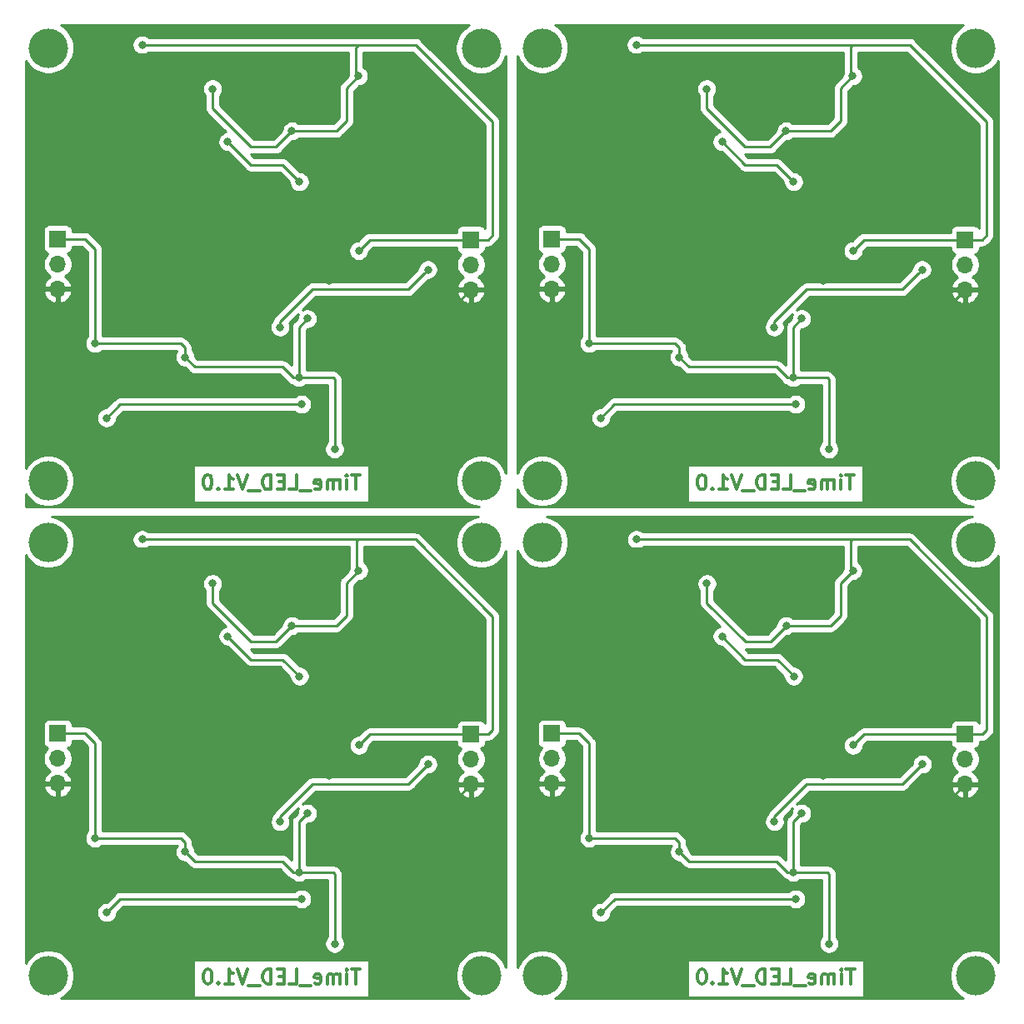
<source format=gbr>
G04 #@! TF.GenerationSoftware,KiCad,Pcbnew,(5.1.5)-3*
G04 #@! TF.CreationDate,2019-12-09T10:08:32+08:00*
G04 #@! TF.ProjectId,LED__,4c454495-7f2e-46b6-9963-61645f706362,rev?*
G04 #@! TF.SameCoordinates,Original*
G04 #@! TF.FileFunction,Copper,L2,Bot*
G04 #@! TF.FilePolarity,Positive*
%FSLAX46Y46*%
G04 Gerber Fmt 4.6, Leading zero omitted, Abs format (unit mm)*
G04 Created by KiCad (PCBNEW (5.1.5)-3) date 2019-12-09 10:08:32*
%MOMM*%
%LPD*%
G04 APERTURE LIST*
%ADD10C,0.300000*%
%ADD11O,1.700000X1.700000*%
%ADD12R,1.700000X1.700000*%
%ADD13C,4.000000*%
%ADD14C,0.800000*%
%ADD15C,0.250000*%
%ADD16C,0.254000*%
G04 APERTURE END LIST*
D10*
X173755714Y-92948571D02*
X172898571Y-92948571D01*
X173327142Y-94448571D02*
X173327142Y-92948571D01*
X172398571Y-94448571D02*
X172398571Y-93448571D01*
X172398571Y-92948571D02*
X172470000Y-93020000D01*
X172398571Y-93091428D01*
X172327142Y-93020000D01*
X172398571Y-92948571D01*
X172398571Y-93091428D01*
X171684285Y-94448571D02*
X171684285Y-93448571D01*
X171684285Y-93591428D02*
X171612857Y-93520000D01*
X171470000Y-93448571D01*
X171255714Y-93448571D01*
X171112857Y-93520000D01*
X171041428Y-93662857D01*
X171041428Y-94448571D01*
X171041428Y-93662857D02*
X170970000Y-93520000D01*
X170827142Y-93448571D01*
X170612857Y-93448571D01*
X170470000Y-93520000D01*
X170398571Y-93662857D01*
X170398571Y-94448571D01*
X169112857Y-94377142D02*
X169255714Y-94448571D01*
X169541428Y-94448571D01*
X169684285Y-94377142D01*
X169755714Y-94234285D01*
X169755714Y-93662857D01*
X169684285Y-93520000D01*
X169541428Y-93448571D01*
X169255714Y-93448571D01*
X169112857Y-93520000D01*
X169041428Y-93662857D01*
X169041428Y-93805714D01*
X169755714Y-93948571D01*
X168755714Y-94591428D02*
X167612857Y-94591428D01*
X166541428Y-94448571D02*
X167255714Y-94448571D01*
X167255714Y-92948571D01*
X166041428Y-93662857D02*
X165541428Y-93662857D01*
X165327142Y-94448571D02*
X166041428Y-94448571D01*
X166041428Y-92948571D01*
X165327142Y-92948571D01*
X164684285Y-94448571D02*
X164684285Y-92948571D01*
X164327142Y-92948571D01*
X164112857Y-93020000D01*
X163970000Y-93162857D01*
X163898571Y-93305714D01*
X163827142Y-93591428D01*
X163827142Y-93805714D01*
X163898571Y-94091428D01*
X163970000Y-94234285D01*
X164112857Y-94377142D01*
X164327142Y-94448571D01*
X164684285Y-94448571D01*
X163541428Y-94591428D02*
X162398571Y-94591428D01*
X162255714Y-92948571D02*
X161755714Y-94448571D01*
X161255714Y-92948571D01*
X159970000Y-94448571D02*
X160827142Y-94448571D01*
X160398571Y-94448571D02*
X160398571Y-92948571D01*
X160541428Y-93162857D01*
X160684285Y-93305714D01*
X160827142Y-93377142D01*
X159327142Y-94305714D02*
X159255714Y-94377142D01*
X159327142Y-94448571D01*
X159398571Y-94377142D01*
X159327142Y-94305714D01*
X159327142Y-94448571D01*
X158327142Y-92948571D02*
X158184285Y-92948571D01*
X158041428Y-93020000D01*
X157970000Y-93091428D01*
X157898571Y-93234285D01*
X157827142Y-93520000D01*
X157827142Y-93877142D01*
X157898571Y-94162857D01*
X157970000Y-94305714D01*
X158041428Y-94377142D01*
X158184285Y-94448571D01*
X158327142Y-94448571D01*
X158470000Y-94377142D01*
X158541428Y-94305714D01*
X158612857Y-94162857D01*
X158684285Y-93877142D01*
X158684285Y-93520000D01*
X158612857Y-93234285D01*
X158541428Y-93091428D01*
X158470000Y-93020000D01*
X158327142Y-92948571D01*
X123535714Y-92948571D02*
X122678571Y-92948571D01*
X123107142Y-94448571D02*
X123107142Y-92948571D01*
X122178571Y-94448571D02*
X122178571Y-93448571D01*
X122178571Y-92948571D02*
X122250000Y-93020000D01*
X122178571Y-93091428D01*
X122107142Y-93020000D01*
X122178571Y-92948571D01*
X122178571Y-93091428D01*
X121464285Y-94448571D02*
X121464285Y-93448571D01*
X121464285Y-93591428D02*
X121392857Y-93520000D01*
X121250000Y-93448571D01*
X121035714Y-93448571D01*
X120892857Y-93520000D01*
X120821428Y-93662857D01*
X120821428Y-94448571D01*
X120821428Y-93662857D02*
X120750000Y-93520000D01*
X120607142Y-93448571D01*
X120392857Y-93448571D01*
X120250000Y-93520000D01*
X120178571Y-93662857D01*
X120178571Y-94448571D01*
X118892857Y-94377142D02*
X119035714Y-94448571D01*
X119321428Y-94448571D01*
X119464285Y-94377142D01*
X119535714Y-94234285D01*
X119535714Y-93662857D01*
X119464285Y-93520000D01*
X119321428Y-93448571D01*
X119035714Y-93448571D01*
X118892857Y-93520000D01*
X118821428Y-93662857D01*
X118821428Y-93805714D01*
X119535714Y-93948571D01*
X118535714Y-94591428D02*
X117392857Y-94591428D01*
X116321428Y-94448571D02*
X117035714Y-94448571D01*
X117035714Y-92948571D01*
X115821428Y-93662857D02*
X115321428Y-93662857D01*
X115107142Y-94448571D02*
X115821428Y-94448571D01*
X115821428Y-92948571D01*
X115107142Y-92948571D01*
X114464285Y-94448571D02*
X114464285Y-92948571D01*
X114107142Y-92948571D01*
X113892857Y-93020000D01*
X113750000Y-93162857D01*
X113678571Y-93305714D01*
X113607142Y-93591428D01*
X113607142Y-93805714D01*
X113678571Y-94091428D01*
X113750000Y-94234285D01*
X113892857Y-94377142D01*
X114107142Y-94448571D01*
X114464285Y-94448571D01*
X113321428Y-94591428D02*
X112178571Y-94591428D01*
X112035714Y-92948571D02*
X111535714Y-94448571D01*
X111035714Y-92948571D01*
X109750000Y-94448571D02*
X110607142Y-94448571D01*
X110178571Y-94448571D02*
X110178571Y-92948571D01*
X110321428Y-93162857D01*
X110464285Y-93305714D01*
X110607142Y-93377142D01*
X109107142Y-94305714D02*
X109035714Y-94377142D01*
X109107142Y-94448571D01*
X109178571Y-94377142D01*
X109107142Y-94305714D01*
X109107142Y-94448571D01*
X108107142Y-92948571D02*
X107964285Y-92948571D01*
X107821428Y-93020000D01*
X107750000Y-93091428D01*
X107678571Y-93234285D01*
X107607142Y-93520000D01*
X107607142Y-93877142D01*
X107678571Y-94162857D01*
X107750000Y-94305714D01*
X107821428Y-94377142D01*
X107964285Y-94448571D01*
X108107142Y-94448571D01*
X108250000Y-94377142D01*
X108321428Y-94305714D01*
X108392857Y-94162857D01*
X108464285Y-93877142D01*
X108464285Y-93520000D01*
X108392857Y-93234285D01*
X108321428Y-93091428D01*
X108250000Y-93020000D01*
X108107142Y-92948571D01*
X173765714Y-143208571D02*
X172908571Y-143208571D01*
X173337142Y-144708571D02*
X173337142Y-143208571D01*
X172408571Y-144708571D02*
X172408571Y-143708571D01*
X172408571Y-143208571D02*
X172480000Y-143280000D01*
X172408571Y-143351428D01*
X172337142Y-143280000D01*
X172408571Y-143208571D01*
X172408571Y-143351428D01*
X171694285Y-144708571D02*
X171694285Y-143708571D01*
X171694285Y-143851428D02*
X171622857Y-143780000D01*
X171480000Y-143708571D01*
X171265714Y-143708571D01*
X171122857Y-143780000D01*
X171051428Y-143922857D01*
X171051428Y-144708571D01*
X171051428Y-143922857D02*
X170980000Y-143780000D01*
X170837142Y-143708571D01*
X170622857Y-143708571D01*
X170480000Y-143780000D01*
X170408571Y-143922857D01*
X170408571Y-144708571D01*
X169122857Y-144637142D02*
X169265714Y-144708571D01*
X169551428Y-144708571D01*
X169694285Y-144637142D01*
X169765714Y-144494285D01*
X169765714Y-143922857D01*
X169694285Y-143780000D01*
X169551428Y-143708571D01*
X169265714Y-143708571D01*
X169122857Y-143780000D01*
X169051428Y-143922857D01*
X169051428Y-144065714D01*
X169765714Y-144208571D01*
X168765714Y-144851428D02*
X167622857Y-144851428D01*
X166551428Y-144708571D02*
X167265714Y-144708571D01*
X167265714Y-143208571D01*
X166051428Y-143922857D02*
X165551428Y-143922857D01*
X165337142Y-144708571D02*
X166051428Y-144708571D01*
X166051428Y-143208571D01*
X165337142Y-143208571D01*
X164694285Y-144708571D02*
X164694285Y-143208571D01*
X164337142Y-143208571D01*
X164122857Y-143280000D01*
X163980000Y-143422857D01*
X163908571Y-143565714D01*
X163837142Y-143851428D01*
X163837142Y-144065714D01*
X163908571Y-144351428D01*
X163980000Y-144494285D01*
X164122857Y-144637142D01*
X164337142Y-144708571D01*
X164694285Y-144708571D01*
X163551428Y-144851428D02*
X162408571Y-144851428D01*
X162265714Y-143208571D02*
X161765714Y-144708571D01*
X161265714Y-143208571D01*
X159980000Y-144708571D02*
X160837142Y-144708571D01*
X160408571Y-144708571D02*
X160408571Y-143208571D01*
X160551428Y-143422857D01*
X160694285Y-143565714D01*
X160837142Y-143637142D01*
X159337142Y-144565714D02*
X159265714Y-144637142D01*
X159337142Y-144708571D01*
X159408571Y-144637142D01*
X159337142Y-144565714D01*
X159337142Y-144708571D01*
X158337142Y-143208571D02*
X158194285Y-143208571D01*
X158051428Y-143280000D01*
X157980000Y-143351428D01*
X157908571Y-143494285D01*
X157837142Y-143780000D01*
X157837142Y-144137142D01*
X157908571Y-144422857D01*
X157980000Y-144565714D01*
X158051428Y-144637142D01*
X158194285Y-144708571D01*
X158337142Y-144708571D01*
X158480000Y-144637142D01*
X158551428Y-144565714D01*
X158622857Y-144422857D01*
X158694285Y-144137142D01*
X158694285Y-143780000D01*
X158622857Y-143494285D01*
X158551428Y-143351428D01*
X158480000Y-143280000D01*
X158337142Y-143208571D01*
X123545714Y-143208571D02*
X122688571Y-143208571D01*
X123117142Y-144708571D02*
X123117142Y-143208571D01*
X122188571Y-144708571D02*
X122188571Y-143708571D01*
X122188571Y-143208571D02*
X122260000Y-143280000D01*
X122188571Y-143351428D01*
X122117142Y-143280000D01*
X122188571Y-143208571D01*
X122188571Y-143351428D01*
X121474285Y-144708571D02*
X121474285Y-143708571D01*
X121474285Y-143851428D02*
X121402857Y-143780000D01*
X121260000Y-143708571D01*
X121045714Y-143708571D01*
X120902857Y-143780000D01*
X120831428Y-143922857D01*
X120831428Y-144708571D01*
X120831428Y-143922857D02*
X120760000Y-143780000D01*
X120617142Y-143708571D01*
X120402857Y-143708571D01*
X120260000Y-143780000D01*
X120188571Y-143922857D01*
X120188571Y-144708571D01*
X118902857Y-144637142D02*
X119045714Y-144708571D01*
X119331428Y-144708571D01*
X119474285Y-144637142D01*
X119545714Y-144494285D01*
X119545714Y-143922857D01*
X119474285Y-143780000D01*
X119331428Y-143708571D01*
X119045714Y-143708571D01*
X118902857Y-143780000D01*
X118831428Y-143922857D01*
X118831428Y-144065714D01*
X119545714Y-144208571D01*
X118545714Y-144851428D02*
X117402857Y-144851428D01*
X116331428Y-144708571D02*
X117045714Y-144708571D01*
X117045714Y-143208571D01*
X115831428Y-143922857D02*
X115331428Y-143922857D01*
X115117142Y-144708571D02*
X115831428Y-144708571D01*
X115831428Y-143208571D01*
X115117142Y-143208571D01*
X114474285Y-144708571D02*
X114474285Y-143208571D01*
X114117142Y-143208571D01*
X113902857Y-143280000D01*
X113760000Y-143422857D01*
X113688571Y-143565714D01*
X113617142Y-143851428D01*
X113617142Y-144065714D01*
X113688571Y-144351428D01*
X113760000Y-144494285D01*
X113902857Y-144637142D01*
X114117142Y-144708571D01*
X114474285Y-144708571D01*
X113331428Y-144851428D02*
X112188571Y-144851428D01*
X112045714Y-143208571D02*
X111545714Y-144708571D01*
X111045714Y-143208571D01*
X109760000Y-144708571D02*
X110617142Y-144708571D01*
X110188571Y-144708571D02*
X110188571Y-143208571D01*
X110331428Y-143422857D01*
X110474285Y-143565714D01*
X110617142Y-143637142D01*
X109117142Y-144565714D02*
X109045714Y-144637142D01*
X109117142Y-144708571D01*
X109188571Y-144637142D01*
X109117142Y-144565714D01*
X109117142Y-144708571D01*
X108117142Y-143208571D02*
X107974285Y-143208571D01*
X107831428Y-143280000D01*
X107760000Y-143351428D01*
X107688571Y-143494285D01*
X107617142Y-143780000D01*
X107617142Y-144137142D01*
X107688571Y-144422857D01*
X107760000Y-144565714D01*
X107831428Y-144637142D01*
X107974285Y-144708571D01*
X108117142Y-144708571D01*
X108260000Y-144637142D01*
X108331428Y-144565714D01*
X108402857Y-144422857D01*
X108474285Y-144137142D01*
X108474285Y-143780000D01*
X108402857Y-143494285D01*
X108331428Y-143351428D01*
X108260000Y-143280000D01*
X108117142Y-143208571D01*
D11*
X143010000Y-74080000D03*
X143010000Y-71540000D03*
D12*
X143010000Y-69000000D03*
D11*
X185000000Y-74140000D03*
X185000000Y-71600000D03*
D12*
X185000000Y-69060000D03*
X92790000Y-69000000D03*
D11*
X92790000Y-71540000D03*
X92790000Y-74080000D03*
D12*
X134780000Y-69060000D03*
D11*
X134780000Y-71600000D03*
X134780000Y-74140000D03*
D12*
X143020000Y-119260000D03*
D11*
X143020000Y-121800000D03*
X143020000Y-124340000D03*
D12*
X185010000Y-119320000D03*
D11*
X185010000Y-121860000D03*
X185010000Y-124400000D03*
X134790000Y-124400000D03*
X134790000Y-121860000D03*
D12*
X134790000Y-119320000D03*
D11*
X92800000Y-124340000D03*
X92800000Y-121800000D03*
D12*
X92800000Y-119260000D03*
D13*
X91840000Y-99850000D03*
X135840000Y-99860000D03*
X135860000Y-143860000D03*
X91840000Y-143850000D03*
X186060000Y-99860000D03*
X142060000Y-143850000D03*
X142060000Y-99850000D03*
X186080000Y-143860000D03*
X186050000Y-49600000D03*
X142050000Y-93590000D03*
X142050000Y-49590000D03*
X186070000Y-93600000D03*
X135830000Y-49600000D03*
X91830000Y-93590000D03*
X91830000Y-49590000D03*
X135850000Y-93600000D03*
D14*
X99740000Y-140670000D03*
X104260000Y-131470000D03*
X112400000Y-102500000D03*
X114120000Y-108260000D03*
X95632500Y-113722500D03*
X110890000Y-115870000D03*
X133280000Y-110080000D03*
X120369998Y-123530000D03*
X128390000Y-127000000D03*
X154480000Y-131470000D03*
X162620000Y-102500000D03*
X164340000Y-108260000D03*
X145852500Y-113722500D03*
X183500000Y-110080000D03*
X170589998Y-123530000D03*
X178610000Y-127000000D03*
X149960000Y-140670000D03*
X161110000Y-115870000D03*
X149950000Y-90410000D03*
X164330000Y-58000000D03*
X183490000Y-59820000D03*
X162610000Y-52240000D03*
X154470000Y-81210000D03*
X145842500Y-63462500D03*
X170579998Y-73270000D03*
X178600000Y-76740000D03*
X161100000Y-65610000D03*
X104250000Y-81210000D03*
X112390000Y-52240000D03*
X114110000Y-58000000D03*
X95622500Y-63462500D03*
X133270000Y-59820000D03*
X120359998Y-73270000D03*
X128380000Y-76740000D03*
X99730000Y-90410000D03*
X110880000Y-65610000D03*
X117310000Y-133350000D03*
X120940000Y-140610000D03*
X105740000Y-131270000D03*
X96580000Y-129870000D03*
X116600000Y-108290000D03*
X123370000Y-102700000D03*
X101380000Y-99530000D03*
X108532500Y-104007500D03*
X123400000Y-120440000D03*
X118170000Y-127360000D03*
X167530000Y-133350000D03*
X166820000Y-108290000D03*
X168390000Y-127360000D03*
X155960000Y-131270000D03*
X146800000Y-129870000D03*
X173590000Y-102700000D03*
X158752500Y-104007500D03*
X171160000Y-140610000D03*
X151600000Y-99530000D03*
X173620000Y-120440000D03*
X168380000Y-77100000D03*
X166810000Y-58030000D03*
X173580000Y-52440000D03*
X173610000Y-70180000D03*
X167520000Y-83090000D03*
X171150000Y-90350000D03*
X151590000Y-49270000D03*
X155950000Y-81010000D03*
X146790000Y-79610000D03*
X158742500Y-53747500D03*
X117300000Y-83090000D03*
X116590000Y-58030000D03*
X118160000Y-77100000D03*
X105730000Y-81010000D03*
X96570000Y-79610000D03*
X123360000Y-52440000D03*
X108522500Y-53747500D03*
X120930000Y-90350000D03*
X101370000Y-49270000D03*
X123390000Y-70180000D03*
X97770000Y-137440000D03*
X117580000Y-136050000D03*
X167800000Y-136050000D03*
X147990000Y-137440000D03*
X147980000Y-87180000D03*
X167790000Y-85790000D03*
X117570000Y-85790000D03*
X97760000Y-87180000D03*
X115400000Y-128220000D03*
X130420000Y-122370000D03*
X165620000Y-128220000D03*
X180640000Y-122370000D03*
X180630000Y-72110000D03*
X165610000Y-77960000D03*
X115390000Y-77960000D03*
X130410000Y-72110000D03*
X110085000Y-109375000D03*
X117360000Y-113440000D03*
X160305000Y-109375000D03*
X167580000Y-113440000D03*
X160295000Y-59115000D03*
X167570000Y-63180000D03*
X110075000Y-59115000D03*
X117350000Y-63180000D03*
D15*
X99340001Y-140270001D02*
X98730001Y-140270001D01*
X99740000Y-140670000D02*
X99340001Y-140270001D01*
X98730001Y-140270001D02*
X94950000Y-136490000D01*
X94230000Y-124340000D02*
X92800000Y-124340000D01*
X94950000Y-125060000D02*
X94230000Y-124340000D01*
X94950000Y-131470000D02*
X94950000Y-125060000D01*
X94950000Y-136490000D02*
X94950000Y-131470000D01*
X95040000Y-131380000D02*
X104170000Y-131380000D01*
X104170000Y-131380000D02*
X104260000Y-131470000D01*
X94950000Y-131470000D02*
X95040000Y-131380000D01*
X92800000Y-124340000D02*
X91360000Y-124340000D01*
X91360000Y-105890000D02*
X96800000Y-100450000D01*
X96800000Y-100450000D02*
X111110000Y-100450000D01*
X111110000Y-100450000D02*
X112400000Y-101740000D01*
X112400000Y-101740000D02*
X112400000Y-102500000D01*
X112400000Y-106540000D02*
X112400000Y-102500000D01*
X114120000Y-108260000D02*
X112400000Y-106540000D01*
X91360000Y-113630000D02*
X95540000Y-113630000D01*
X91360000Y-113630000D02*
X91360000Y-105890000D01*
X91360000Y-124340000D02*
X91360000Y-113630000D01*
X95540000Y-113630000D02*
X95632500Y-113722500D01*
X110890000Y-115870000D02*
X132100000Y-115870000D01*
X133280000Y-114690000D02*
X133280000Y-110080000D01*
X132100000Y-115870000D02*
X133280000Y-114690000D01*
X134790000Y-124400000D02*
X132190000Y-127000000D01*
X132190000Y-127000000D02*
X128390000Y-127000000D01*
X111500001Y-123130001D02*
X119969999Y-123130001D01*
X110890000Y-115870000D02*
X110890000Y-122520000D01*
X119969999Y-123130001D02*
X120369998Y-123530000D01*
X110890000Y-122520000D02*
X111500001Y-123130001D01*
X149560001Y-140270001D02*
X148950001Y-140270001D01*
X162620000Y-101740000D02*
X162620000Y-102500000D01*
X145760000Y-113630000D02*
X145852500Y-113722500D01*
X141580000Y-105890000D02*
X147020000Y-100450000D01*
X161110000Y-115870000D02*
X182320000Y-115870000D01*
X183500000Y-114690000D02*
X183500000Y-110080000D01*
X145170000Y-125060000D02*
X144450000Y-124340000D01*
X145170000Y-136490000D02*
X145170000Y-131470000D01*
X147020000Y-100450000D02*
X161330000Y-100450000D01*
X145170000Y-131470000D02*
X145170000Y-125060000D01*
X144450000Y-124340000D02*
X143020000Y-124340000D01*
X141580000Y-113630000D02*
X141580000Y-105890000D01*
X149960000Y-140670000D02*
X149560001Y-140270001D01*
X141580000Y-124340000D02*
X141580000Y-113630000D01*
X161330000Y-100450000D02*
X162620000Y-101740000D01*
X182320000Y-115870000D02*
X183500000Y-114690000D01*
X141580000Y-113630000D02*
X145760000Y-113630000D01*
X145170000Y-131470000D02*
X145260000Y-131380000D01*
X145260000Y-131380000D02*
X154390000Y-131380000D01*
X154390000Y-131380000D02*
X154480000Y-131470000D01*
X162620000Y-106540000D02*
X162620000Y-102500000D01*
X164340000Y-108260000D02*
X162620000Y-106540000D01*
X148950001Y-140270001D02*
X145170000Y-136490000D01*
X143020000Y-124340000D02*
X141580000Y-124340000D01*
X182410000Y-127000000D02*
X178610000Y-127000000D01*
X161110000Y-115870000D02*
X161110000Y-122520000D01*
X170189999Y-123130001D02*
X170589998Y-123530000D01*
X161110000Y-122520000D02*
X161720001Y-123130001D01*
X185010000Y-124400000D02*
X182410000Y-127000000D01*
X161720001Y-123130001D02*
X170189999Y-123130001D01*
X99330001Y-90010001D02*
X98720001Y-90010001D01*
X112390000Y-51480000D02*
X112390000Y-52240000D01*
X95530000Y-63370000D02*
X95622500Y-63462500D01*
X91350000Y-55630000D02*
X96790000Y-50190000D01*
X110880000Y-65610000D02*
X132090000Y-65610000D01*
X133270000Y-64430000D02*
X133270000Y-59820000D01*
X94940000Y-74800000D02*
X94220000Y-74080000D01*
X94940000Y-86230000D02*
X94940000Y-81210000D01*
X96790000Y-50190000D02*
X111100000Y-50190000D01*
X94940000Y-81210000D02*
X94940000Y-74800000D01*
X94220000Y-74080000D02*
X92790000Y-74080000D01*
X91350000Y-63370000D02*
X91350000Y-55630000D01*
X99730000Y-90410000D02*
X99330001Y-90010001D01*
X91350000Y-74080000D02*
X91350000Y-63370000D01*
X111100000Y-50190000D02*
X112390000Y-51480000D01*
X132090000Y-65610000D02*
X133270000Y-64430000D01*
X91350000Y-63370000D02*
X95530000Y-63370000D01*
X94940000Y-81210000D02*
X95030000Y-81120000D01*
X95030000Y-81120000D02*
X104160000Y-81120000D01*
X104160000Y-81120000D02*
X104250000Y-81210000D01*
X112390000Y-56280000D02*
X112390000Y-52240000D01*
X114110000Y-58000000D02*
X112390000Y-56280000D01*
X98720001Y-90010001D02*
X94940000Y-86230000D01*
X92790000Y-74080000D02*
X91350000Y-74080000D01*
X132180000Y-76740000D02*
X128380000Y-76740000D01*
X110880000Y-65610000D02*
X110880000Y-72260000D01*
X119959999Y-72870001D02*
X120359998Y-73270000D01*
X110880000Y-72260000D02*
X111490001Y-72870001D01*
X134780000Y-74140000D02*
X132180000Y-76740000D01*
X111490001Y-72870001D02*
X119959999Y-72870001D01*
X148940001Y-90010001D02*
X145160000Y-86230000D01*
X143010000Y-74080000D02*
X141570000Y-74080000D01*
X145160000Y-81210000D02*
X145160000Y-74800000D01*
X145160000Y-86230000D02*
X145160000Y-81210000D01*
X144440000Y-74080000D02*
X143010000Y-74080000D01*
X147010000Y-50190000D02*
X161320000Y-50190000D01*
X161100000Y-72260000D02*
X161710001Y-72870001D01*
X182310000Y-65610000D02*
X183490000Y-64430000D01*
X141570000Y-63370000D02*
X141570000Y-55630000D01*
X149950000Y-90410000D02*
X149550001Y-90010001D01*
X161320000Y-50190000D02*
X162610000Y-51480000D01*
X141570000Y-74080000D02*
X141570000Y-63370000D01*
X141570000Y-63370000D02*
X145750000Y-63370000D01*
X162610000Y-56280000D02*
X162610000Y-52240000D01*
X164330000Y-58000000D02*
X162610000Y-56280000D01*
X145250000Y-81120000D02*
X154380000Y-81120000D01*
X145160000Y-81210000D02*
X145250000Y-81120000D01*
X154380000Y-81120000D02*
X154470000Y-81210000D01*
X182400000Y-76740000D02*
X178600000Y-76740000D01*
X161100000Y-65610000D02*
X161100000Y-72260000D01*
X161710001Y-72870001D02*
X170179999Y-72870001D01*
X185000000Y-74140000D02*
X182400000Y-76740000D01*
X183490000Y-64430000D02*
X183490000Y-59820000D01*
X145160000Y-74800000D02*
X144440000Y-74080000D01*
X162610000Y-51480000D02*
X162610000Y-52240000D01*
X141570000Y-55630000D02*
X147010000Y-50190000D01*
X145750000Y-63370000D02*
X145842500Y-63462500D01*
X161100000Y-65610000D02*
X182310000Y-65610000D01*
X149550001Y-90010001D02*
X148940001Y-90010001D01*
X170179999Y-72870001D02*
X170579998Y-73270000D01*
X116744315Y-133350000D02*
X115654315Y-132260000D01*
X117310000Y-133350000D02*
X116744315Y-133350000D01*
X115654315Y-132260000D02*
X106730000Y-132260000D01*
X106730000Y-132260000D02*
X105740000Y-131270000D01*
X92800000Y-119260000D02*
X95580000Y-119260000D01*
X95580000Y-119260000D02*
X96580000Y-120260000D01*
X96580000Y-120260000D02*
X96580000Y-129870000D01*
X105740000Y-130310000D02*
X105740000Y-131270000D01*
X96580000Y-129870000D02*
X105300000Y-129870000D01*
X105300000Y-129870000D02*
X105740000Y-130310000D01*
X116600000Y-108290000D02*
X121110000Y-108290000D01*
X121110000Y-108290000D02*
X122140000Y-107260000D01*
X122140000Y-107260000D02*
X122140000Y-103950000D01*
X122140000Y-103950000D02*
X123370000Y-102720000D01*
X123370000Y-102720000D02*
X123370000Y-102700000D01*
X134790000Y-119320000D02*
X136540000Y-119320000D01*
X136540000Y-119320000D02*
X136970000Y-118890000D01*
X136970000Y-118890000D02*
X136970000Y-107350000D01*
X136970000Y-107350000D02*
X129150000Y-99530000D01*
X129150000Y-99530000D02*
X123360000Y-99530000D01*
X123360000Y-99530000D02*
X101380000Y-99530000D01*
X123130000Y-99760000D02*
X123360000Y-99530000D01*
X123370000Y-102700000D02*
X123130000Y-102460000D01*
X123130000Y-102460000D02*
X123130000Y-99760000D01*
X108532500Y-104007500D02*
X108532500Y-105982500D01*
X108532500Y-105982500D02*
X112450000Y-109900000D01*
X114990000Y-109900000D02*
X116600000Y-108290000D01*
X112450000Y-109900000D02*
X114990000Y-109900000D01*
X124520000Y-119320000D02*
X134790000Y-119320000D01*
X123400000Y-120440000D02*
X124520000Y-119320000D01*
X120960000Y-140590000D02*
X120940000Y-140610000D01*
X120960000Y-133530000D02*
X120960000Y-140590000D01*
X117310000Y-133350000D02*
X120780000Y-133350000D01*
X120780000Y-133350000D02*
X120960000Y-133530000D01*
X117310000Y-128220000D02*
X118170000Y-127360000D01*
X117310000Y-133350000D02*
X117310000Y-128220000D01*
X166820000Y-108290000D02*
X171330000Y-108290000D01*
X172360000Y-103950000D02*
X173590000Y-102720000D01*
X146800000Y-120260000D02*
X146800000Y-129870000D01*
X156950000Y-132260000D02*
X155960000Y-131270000D01*
X186760000Y-119320000D02*
X187190000Y-118890000D01*
X143020000Y-119260000D02*
X145800000Y-119260000D01*
X172360000Y-107260000D02*
X172360000Y-103950000D01*
X167530000Y-133350000D02*
X166964315Y-133350000D01*
X166964315Y-133350000D02*
X165874315Y-132260000D01*
X165874315Y-132260000D02*
X156950000Y-132260000D01*
X171330000Y-108290000D02*
X172360000Y-107260000D01*
X185010000Y-119320000D02*
X186760000Y-119320000D01*
X187190000Y-118890000D02*
X187190000Y-107350000D01*
X187190000Y-107350000D02*
X179370000Y-99530000D01*
X173580000Y-99530000D02*
X151600000Y-99530000D01*
X173350000Y-99760000D02*
X173580000Y-99530000D01*
X145800000Y-119260000D02*
X146800000Y-120260000D01*
X179370000Y-99530000D02*
X173580000Y-99530000D01*
X173590000Y-102720000D02*
X173590000Y-102700000D01*
X173590000Y-102700000D02*
X173350000Y-102460000D01*
X173350000Y-102460000D02*
X173350000Y-99760000D01*
X155520000Y-129870000D02*
X155960000Y-130310000D01*
X155960000Y-130310000D02*
X155960000Y-131270000D01*
X146800000Y-129870000D02*
X155520000Y-129870000D01*
X167530000Y-128220000D02*
X168390000Y-127360000D01*
X171000000Y-133350000D02*
X171180000Y-133530000D01*
X162670000Y-109900000D02*
X165210000Y-109900000D01*
X174740000Y-119320000D02*
X185010000Y-119320000D01*
X158752500Y-105982500D02*
X162670000Y-109900000D01*
X171180000Y-140590000D02*
X171160000Y-140610000D01*
X165210000Y-109900000D02*
X166820000Y-108290000D01*
X167530000Y-133350000D02*
X167530000Y-128220000D01*
X167530000Y-133350000D02*
X171000000Y-133350000D01*
X173620000Y-120440000D02*
X174740000Y-119320000D01*
X171180000Y-133530000D02*
X171180000Y-140590000D01*
X158752500Y-104007500D02*
X158752500Y-105982500D01*
X116590000Y-58030000D02*
X121100000Y-58030000D01*
X122130000Y-53690000D02*
X123360000Y-52460000D01*
X96570000Y-70000000D02*
X96570000Y-79610000D01*
X106720000Y-82000000D02*
X105730000Y-81010000D01*
X136530000Y-69060000D02*
X136960000Y-68630000D01*
X92790000Y-69000000D02*
X95570000Y-69000000D01*
X122130000Y-57000000D02*
X122130000Y-53690000D01*
X117300000Y-83090000D02*
X116734315Y-83090000D01*
X116734315Y-83090000D02*
X115644315Y-82000000D01*
X115644315Y-82000000D02*
X106720000Y-82000000D01*
X121100000Y-58030000D02*
X122130000Y-57000000D01*
X134780000Y-69060000D02*
X136530000Y-69060000D01*
X136960000Y-68630000D02*
X136960000Y-57090000D01*
X136960000Y-57090000D02*
X129140000Y-49270000D01*
X123350000Y-49270000D02*
X101370000Y-49270000D01*
X123120000Y-49500000D02*
X123350000Y-49270000D01*
X95570000Y-69000000D02*
X96570000Y-70000000D01*
X129140000Y-49270000D02*
X123350000Y-49270000D01*
X123360000Y-52460000D02*
X123360000Y-52440000D01*
X123360000Y-52440000D02*
X123120000Y-52200000D01*
X123120000Y-52200000D02*
X123120000Y-49500000D01*
X105290000Y-79610000D02*
X105730000Y-80050000D01*
X105730000Y-80050000D02*
X105730000Y-81010000D01*
X96570000Y-79610000D02*
X105290000Y-79610000D01*
X117300000Y-77960000D02*
X118160000Y-77100000D01*
X120770000Y-83090000D02*
X120950000Y-83270000D01*
X112440000Y-59640000D02*
X114980000Y-59640000D01*
X124510000Y-69060000D02*
X134780000Y-69060000D01*
X108522500Y-55722500D02*
X112440000Y-59640000D01*
X120950000Y-90330000D02*
X120930000Y-90350000D01*
X114980000Y-59640000D02*
X116590000Y-58030000D01*
X117300000Y-83090000D02*
X117300000Y-77960000D01*
X117300000Y-83090000D02*
X120770000Y-83090000D01*
X123390000Y-70180000D02*
X124510000Y-69060000D01*
X120950000Y-83270000D02*
X120950000Y-90330000D01*
X108522500Y-53747500D02*
X108522500Y-55722500D01*
X166954315Y-83090000D02*
X165864315Y-82000000D01*
X173340000Y-49500000D02*
X173570000Y-49270000D01*
X172350000Y-57000000D02*
X172350000Y-53690000D01*
X145790000Y-69000000D02*
X146790000Y-70000000D01*
X143010000Y-69000000D02*
X145790000Y-69000000D01*
X185000000Y-69060000D02*
X186750000Y-69060000D01*
X155950000Y-80050000D02*
X155950000Y-81010000D01*
X167520000Y-83090000D02*
X166954315Y-83090000D01*
X173580000Y-52460000D02*
X173580000Y-52440000D01*
X173580000Y-52440000D02*
X173340000Y-52200000D01*
X155510000Y-79610000D02*
X155950000Y-80050000D01*
X165864315Y-82000000D02*
X156940000Y-82000000D01*
X187180000Y-57090000D02*
X179360000Y-49270000D01*
X187180000Y-68630000D02*
X187180000Y-57090000D01*
X171320000Y-58030000D02*
X172350000Y-57000000D01*
X146790000Y-79610000D02*
X155510000Y-79610000D01*
X167520000Y-77960000D02*
X168380000Y-77100000D01*
X173570000Y-49270000D02*
X151590000Y-49270000D01*
X179360000Y-49270000D02*
X173570000Y-49270000D01*
X170990000Y-83090000D02*
X171170000Y-83270000D01*
X173340000Y-52200000D02*
X173340000Y-49500000D01*
X186750000Y-69060000D02*
X187180000Y-68630000D01*
X146790000Y-70000000D02*
X146790000Y-79610000D01*
X172350000Y-53690000D02*
X173580000Y-52460000D01*
X156940000Y-82000000D02*
X155950000Y-81010000D01*
X166810000Y-58030000D02*
X171320000Y-58030000D01*
X174730000Y-69060000D02*
X185000000Y-69060000D01*
X167520000Y-83090000D02*
X170990000Y-83090000D01*
X173610000Y-70180000D02*
X174730000Y-69060000D01*
X165200000Y-59640000D02*
X166810000Y-58030000D01*
X171170000Y-83270000D02*
X171170000Y-90330000D01*
X158742500Y-55722500D02*
X162660000Y-59640000D01*
X162660000Y-59640000D02*
X165200000Y-59640000D01*
X171170000Y-90330000D02*
X171150000Y-90350000D01*
X158742500Y-53747500D02*
X158742500Y-55722500D01*
X167520000Y-83090000D02*
X167520000Y-77960000D01*
X99160000Y-136050000D02*
X117580000Y-136050000D01*
X97770000Y-137440000D02*
X99160000Y-136050000D01*
X149380000Y-136050000D02*
X167800000Y-136050000D01*
X147990000Y-137440000D02*
X149380000Y-136050000D01*
X99150000Y-85790000D02*
X117570000Y-85790000D01*
X97760000Y-87180000D02*
X99150000Y-85790000D01*
X149370000Y-85790000D02*
X167790000Y-85790000D01*
X147980000Y-87180000D02*
X149370000Y-85790000D01*
X115400000Y-127654315D02*
X118679313Y-124375002D01*
X115400000Y-128220000D02*
X115400000Y-127654315D01*
X130020001Y-122769999D02*
X130420000Y-122370000D01*
X128414998Y-124375002D02*
X130020001Y-122769999D01*
X118679313Y-124375002D02*
X128414998Y-124375002D01*
X165620000Y-127654315D02*
X168899313Y-124375002D01*
X165620000Y-128220000D02*
X165620000Y-127654315D01*
X180240001Y-122769999D02*
X180640000Y-122370000D01*
X178634998Y-124375002D02*
X180240001Y-122769999D01*
X168899313Y-124375002D02*
X178634998Y-124375002D01*
X115390000Y-77394315D02*
X118669313Y-74115002D01*
X115390000Y-77960000D02*
X115390000Y-77394315D01*
X130010001Y-72509999D02*
X130410000Y-72110000D01*
X128404998Y-74115002D02*
X130010001Y-72509999D01*
X118669313Y-74115002D02*
X128404998Y-74115002D01*
X165610000Y-77394315D02*
X168889313Y-74115002D01*
X180230001Y-72509999D02*
X180630000Y-72110000D01*
X165610000Y-77960000D02*
X165610000Y-77394315D01*
X178624998Y-74115002D02*
X180230001Y-72509999D01*
X168889313Y-74115002D02*
X178624998Y-74115002D01*
X110085000Y-109375000D02*
X112440000Y-111730000D01*
X112440000Y-111730000D02*
X115670000Y-111730000D01*
X115670000Y-111730000D02*
X117360000Y-113420000D01*
X117360000Y-113420000D02*
X117360000Y-113440000D01*
X167580000Y-113420000D02*
X167580000Y-113440000D01*
X160305000Y-109375000D02*
X162660000Y-111730000D01*
X162660000Y-111730000D02*
X165890000Y-111730000D01*
X165890000Y-111730000D02*
X167580000Y-113420000D01*
X117350000Y-63160000D02*
X117350000Y-63180000D01*
X110075000Y-59115000D02*
X112430000Y-61470000D01*
X112430000Y-61470000D02*
X115660000Y-61470000D01*
X115660000Y-61470000D02*
X117350000Y-63160000D01*
X162650000Y-61470000D02*
X165880000Y-61470000D01*
X167570000Y-63160000D02*
X167570000Y-63180000D01*
X165880000Y-61470000D02*
X167570000Y-63160000D01*
X160295000Y-59115000D02*
X162650000Y-61470000D01*
D16*
G36*
X135071399Y-97326261D02*
G01*
X134591859Y-97524893D01*
X134160285Y-97813262D01*
X133793262Y-98180285D01*
X133504893Y-98611859D01*
X133306261Y-99091399D01*
X133205000Y-99600475D01*
X133205000Y-100119525D01*
X133306261Y-100628601D01*
X133504893Y-101108141D01*
X133793262Y-101539715D01*
X134160285Y-101906738D01*
X134591859Y-102195107D01*
X135071399Y-102393739D01*
X135580475Y-102495000D01*
X136099525Y-102495000D01*
X136608601Y-102393739D01*
X137088141Y-102195107D01*
X137519715Y-101906738D01*
X137886738Y-101539715D01*
X138175107Y-101108141D01*
X138363000Y-100654527D01*
X138363000Y-143017188D01*
X138195107Y-142611859D01*
X137906738Y-142180285D01*
X137539715Y-141813262D01*
X137108141Y-141524893D01*
X136628601Y-141326261D01*
X136119525Y-141225000D01*
X135600475Y-141225000D01*
X135091399Y-141326261D01*
X134611859Y-141524893D01*
X134180285Y-141813262D01*
X133813262Y-142180285D01*
X133524893Y-142611859D01*
X133326261Y-143091399D01*
X133225000Y-143600475D01*
X133225000Y-144119525D01*
X133326261Y-144628601D01*
X133524893Y-145108141D01*
X133813262Y-145539715D01*
X134180285Y-145906738D01*
X134566801Y-146165000D01*
X93118233Y-146165000D01*
X93519715Y-145896738D01*
X93886738Y-145529715D01*
X94175107Y-145098141D01*
X94373739Y-144618601D01*
X94475000Y-144109525D01*
X94475000Y-143590475D01*
X94373739Y-143081399D01*
X94175107Y-142601859D01*
X93933321Y-142240000D01*
X106546429Y-142240000D01*
X106546429Y-146060000D01*
X124473572Y-146060000D01*
X124473572Y-142240000D01*
X106546429Y-142240000D01*
X93933321Y-142240000D01*
X93886738Y-142170285D01*
X93519715Y-141803262D01*
X93088141Y-141514893D01*
X92608601Y-141316261D01*
X92099525Y-141215000D01*
X91580475Y-141215000D01*
X91071399Y-141316261D01*
X90591859Y-141514893D01*
X90160285Y-141803262D01*
X89793262Y-142170285D01*
X89535000Y-142556801D01*
X89535000Y-137338061D01*
X96735000Y-137338061D01*
X96735000Y-137541939D01*
X96774774Y-137741898D01*
X96852795Y-137930256D01*
X96966063Y-138099774D01*
X97110226Y-138243937D01*
X97279744Y-138357205D01*
X97468102Y-138435226D01*
X97668061Y-138475000D01*
X97871939Y-138475000D01*
X98071898Y-138435226D01*
X98260256Y-138357205D01*
X98429774Y-138243937D01*
X98573937Y-138099774D01*
X98687205Y-137930256D01*
X98765226Y-137741898D01*
X98805000Y-137541939D01*
X98805000Y-137479801D01*
X99474802Y-136810000D01*
X116876289Y-136810000D01*
X116920226Y-136853937D01*
X117089744Y-136967205D01*
X117278102Y-137045226D01*
X117478061Y-137085000D01*
X117681939Y-137085000D01*
X117881898Y-137045226D01*
X118070256Y-136967205D01*
X118239774Y-136853937D01*
X118383937Y-136709774D01*
X118497205Y-136540256D01*
X118575226Y-136351898D01*
X118615000Y-136151939D01*
X118615000Y-135948061D01*
X118575226Y-135748102D01*
X118497205Y-135559744D01*
X118383937Y-135390226D01*
X118239774Y-135246063D01*
X118070256Y-135132795D01*
X117881898Y-135054774D01*
X117681939Y-135015000D01*
X117478061Y-135015000D01*
X117278102Y-135054774D01*
X117089744Y-135132795D01*
X116920226Y-135246063D01*
X116876289Y-135290000D01*
X99197323Y-135290000D01*
X99160000Y-135286324D01*
X99122677Y-135290000D01*
X99122667Y-135290000D01*
X99011014Y-135300997D01*
X98867753Y-135344454D01*
X98735724Y-135415026D01*
X98619999Y-135509999D01*
X98596201Y-135538997D01*
X97730199Y-136405000D01*
X97668061Y-136405000D01*
X97468102Y-136444774D01*
X97279744Y-136522795D01*
X97110226Y-136636063D01*
X96966063Y-136780226D01*
X96852795Y-136949744D01*
X96774774Y-137138102D01*
X96735000Y-137338061D01*
X89535000Y-137338061D01*
X89535000Y-124696890D01*
X91358524Y-124696890D01*
X91403175Y-124844099D01*
X91528359Y-125106920D01*
X91702412Y-125340269D01*
X91918645Y-125535178D01*
X92168748Y-125684157D01*
X92443109Y-125781481D01*
X92673000Y-125660814D01*
X92673000Y-124467000D01*
X92927000Y-124467000D01*
X92927000Y-125660814D01*
X93156891Y-125781481D01*
X93431252Y-125684157D01*
X93681355Y-125535178D01*
X93897588Y-125340269D01*
X94071641Y-125106920D01*
X94196825Y-124844099D01*
X94241476Y-124696890D01*
X94120155Y-124467000D01*
X92927000Y-124467000D01*
X92673000Y-124467000D01*
X91479845Y-124467000D01*
X91358524Y-124696890D01*
X89535000Y-124696890D01*
X89535000Y-118410000D01*
X91311928Y-118410000D01*
X91311928Y-120110000D01*
X91324188Y-120234482D01*
X91360498Y-120354180D01*
X91419463Y-120464494D01*
X91498815Y-120561185D01*
X91595506Y-120640537D01*
X91705820Y-120699502D01*
X91778380Y-120721513D01*
X91646525Y-120853368D01*
X91484010Y-121096589D01*
X91372068Y-121366842D01*
X91315000Y-121653740D01*
X91315000Y-121946260D01*
X91372068Y-122233158D01*
X91484010Y-122503411D01*
X91646525Y-122746632D01*
X91853368Y-122953475D01*
X92035534Y-123075195D01*
X91918645Y-123144822D01*
X91702412Y-123339731D01*
X91528359Y-123573080D01*
X91403175Y-123835901D01*
X91358524Y-123983110D01*
X91479845Y-124213000D01*
X92673000Y-124213000D01*
X92673000Y-124193000D01*
X92927000Y-124193000D01*
X92927000Y-124213000D01*
X94120155Y-124213000D01*
X94241476Y-123983110D01*
X94196825Y-123835901D01*
X94071641Y-123573080D01*
X93897588Y-123339731D01*
X93681355Y-123144822D01*
X93564466Y-123075195D01*
X93746632Y-122953475D01*
X93953475Y-122746632D01*
X94115990Y-122503411D01*
X94227932Y-122233158D01*
X94285000Y-121946260D01*
X94285000Y-121653740D01*
X94227932Y-121366842D01*
X94115990Y-121096589D01*
X93953475Y-120853368D01*
X93821620Y-120721513D01*
X93894180Y-120699502D01*
X94004494Y-120640537D01*
X94101185Y-120561185D01*
X94180537Y-120464494D01*
X94239502Y-120354180D01*
X94275812Y-120234482D01*
X94288072Y-120110000D01*
X94288072Y-120020000D01*
X95265199Y-120020000D01*
X95820000Y-120574802D01*
X95820001Y-129166288D01*
X95776063Y-129210226D01*
X95662795Y-129379744D01*
X95584774Y-129568102D01*
X95545000Y-129768061D01*
X95545000Y-129971939D01*
X95584774Y-130171898D01*
X95662795Y-130360256D01*
X95776063Y-130529774D01*
X95920226Y-130673937D01*
X96089744Y-130787205D01*
X96278102Y-130865226D01*
X96478061Y-130905000D01*
X96681939Y-130905000D01*
X96881898Y-130865226D01*
X97070256Y-130787205D01*
X97239774Y-130673937D01*
X97283711Y-130630000D01*
X104922850Y-130630000D01*
X104822795Y-130779744D01*
X104744774Y-130968102D01*
X104705000Y-131168061D01*
X104705000Y-131371939D01*
X104744774Y-131571898D01*
X104822795Y-131760256D01*
X104936063Y-131929774D01*
X105080226Y-132073937D01*
X105249744Y-132187205D01*
X105438102Y-132265226D01*
X105638061Y-132305000D01*
X105700198Y-132305000D01*
X106166205Y-132771008D01*
X106189999Y-132800001D01*
X106218992Y-132823795D01*
X106218996Y-132823799D01*
X106262796Y-132859744D01*
X106305724Y-132894974D01*
X106437753Y-132965546D01*
X106581014Y-133009003D01*
X106692667Y-133020000D01*
X106692676Y-133020000D01*
X106729999Y-133023676D01*
X106767322Y-133020000D01*
X115339514Y-133020000D01*
X116180515Y-133861002D01*
X116204314Y-133890001D01*
X116320039Y-133984974D01*
X116452068Y-134055546D01*
X116595276Y-134098987D01*
X116650226Y-134153937D01*
X116819744Y-134267205D01*
X117008102Y-134345226D01*
X117208061Y-134385000D01*
X117411939Y-134385000D01*
X117611898Y-134345226D01*
X117800256Y-134267205D01*
X117969774Y-134153937D01*
X118013711Y-134110000D01*
X120200000Y-134110000D01*
X120200001Y-139886288D01*
X120136063Y-139950226D01*
X120022795Y-140119744D01*
X119944774Y-140308102D01*
X119905000Y-140508061D01*
X119905000Y-140711939D01*
X119944774Y-140911898D01*
X120022795Y-141100256D01*
X120136063Y-141269774D01*
X120280226Y-141413937D01*
X120449744Y-141527205D01*
X120638102Y-141605226D01*
X120838061Y-141645000D01*
X121041939Y-141645000D01*
X121241898Y-141605226D01*
X121430256Y-141527205D01*
X121599774Y-141413937D01*
X121743937Y-141269774D01*
X121857205Y-141100256D01*
X121935226Y-140911898D01*
X121975000Y-140711939D01*
X121975000Y-140508061D01*
X121935226Y-140308102D01*
X121857205Y-140119744D01*
X121743937Y-139950226D01*
X121720000Y-139926289D01*
X121720000Y-133567322D01*
X121723676Y-133529999D01*
X121720000Y-133492676D01*
X121720000Y-133492667D01*
X121709003Y-133381014D01*
X121665546Y-133237753D01*
X121594974Y-133105724D01*
X121500001Y-132989999D01*
X121471003Y-132966201D01*
X121343803Y-132839001D01*
X121320001Y-132809999D01*
X121204276Y-132715026D01*
X121072247Y-132644454D01*
X120928986Y-132600997D01*
X120817333Y-132590000D01*
X120817322Y-132590000D01*
X120780000Y-132586324D01*
X120742678Y-132590000D01*
X118070000Y-132590000D01*
X118070000Y-128534801D01*
X118209801Y-128395000D01*
X118271939Y-128395000D01*
X118471898Y-128355226D01*
X118660256Y-128277205D01*
X118829774Y-128163937D01*
X118973937Y-128019774D01*
X119087205Y-127850256D01*
X119165226Y-127661898D01*
X119205000Y-127461939D01*
X119205000Y-127258061D01*
X119165226Y-127058102D01*
X119087205Y-126869744D01*
X118973937Y-126700226D01*
X118829774Y-126556063D01*
X118660256Y-126442795D01*
X118471898Y-126364774D01*
X118271939Y-126325000D01*
X118068061Y-126325000D01*
X117868102Y-126364774D01*
X117690973Y-126438144D01*
X118994115Y-125135002D01*
X128377676Y-125135002D01*
X128414998Y-125138678D01*
X128452320Y-125135002D01*
X128452331Y-125135002D01*
X128563984Y-125124005D01*
X128707245Y-125080548D01*
X128839274Y-125009976D01*
X128954999Y-124915003D01*
X128978802Y-124885999D01*
X129107911Y-124756890D01*
X133348524Y-124756890D01*
X133393175Y-124904099D01*
X133518359Y-125166920D01*
X133692412Y-125400269D01*
X133908645Y-125595178D01*
X134158748Y-125744157D01*
X134433109Y-125841481D01*
X134663000Y-125720814D01*
X134663000Y-124527000D01*
X134917000Y-124527000D01*
X134917000Y-125720814D01*
X135146891Y-125841481D01*
X135421252Y-125744157D01*
X135671355Y-125595178D01*
X135887588Y-125400269D01*
X136061641Y-125166920D01*
X136186825Y-124904099D01*
X136231476Y-124756890D01*
X136110155Y-124527000D01*
X134917000Y-124527000D01*
X134663000Y-124527000D01*
X133469845Y-124527000D01*
X133348524Y-124756890D01*
X129107911Y-124756890D01*
X130459802Y-123405000D01*
X130521939Y-123405000D01*
X130721898Y-123365226D01*
X130910256Y-123287205D01*
X131079774Y-123173937D01*
X131223937Y-123029774D01*
X131337205Y-122860256D01*
X131415226Y-122671898D01*
X131455000Y-122471939D01*
X131455000Y-122268061D01*
X131415226Y-122068102D01*
X131337205Y-121879744D01*
X131223937Y-121710226D01*
X131079774Y-121566063D01*
X130910256Y-121452795D01*
X130721898Y-121374774D01*
X130521939Y-121335000D01*
X130318061Y-121335000D01*
X130118102Y-121374774D01*
X129929744Y-121452795D01*
X129760226Y-121566063D01*
X129616063Y-121710226D01*
X129502795Y-121879744D01*
X129424774Y-122068102D01*
X129385000Y-122268061D01*
X129385000Y-122330198D01*
X128100197Y-123615002D01*
X118716636Y-123615002D01*
X118679313Y-123611326D01*
X118641990Y-123615002D01*
X118641980Y-123615002D01*
X118530327Y-123625999D01*
X118387066Y-123669456D01*
X118255036Y-123740028D01*
X118171396Y-123808670D01*
X118139312Y-123835001D01*
X118115514Y-123863999D01*
X114888998Y-127090516D01*
X114860000Y-127114314D01*
X114836202Y-127143312D01*
X114836201Y-127143313D01*
X114765026Y-127230039D01*
X114750048Y-127258061D01*
X114694454Y-127362068D01*
X114651013Y-127505276D01*
X114596063Y-127560226D01*
X114482795Y-127729744D01*
X114404774Y-127918102D01*
X114365000Y-128118061D01*
X114365000Y-128321939D01*
X114404774Y-128521898D01*
X114482795Y-128710256D01*
X114596063Y-128879774D01*
X114740226Y-129023937D01*
X114909744Y-129137205D01*
X115098102Y-129215226D01*
X115298061Y-129255000D01*
X115501939Y-129255000D01*
X115701898Y-129215226D01*
X115890256Y-129137205D01*
X116059774Y-129023937D01*
X116203937Y-128879774D01*
X116317205Y-128710256D01*
X116395226Y-128521898D01*
X116435000Y-128321939D01*
X116435000Y-128118061D01*
X116395226Y-127918102D01*
X116341271Y-127787845D01*
X117248144Y-126880972D01*
X117174774Y-127058102D01*
X117135000Y-127258061D01*
X117135000Y-127320199D01*
X116798998Y-127656201D01*
X116770000Y-127679999D01*
X116746202Y-127708997D01*
X116746201Y-127708998D01*
X116675026Y-127795724D01*
X116604454Y-127927754D01*
X116560998Y-128071015D01*
X116546324Y-128220000D01*
X116550001Y-128257332D01*
X116550000Y-132080884D01*
X116218119Y-131749002D01*
X116194316Y-131719999D01*
X116078591Y-131625026D01*
X115946562Y-131554454D01*
X115803301Y-131510997D01*
X115691648Y-131500000D01*
X115691637Y-131500000D01*
X115654315Y-131496324D01*
X115616993Y-131500000D01*
X107044803Y-131500000D01*
X106775000Y-131230198D01*
X106775000Y-131168061D01*
X106735226Y-130968102D01*
X106657205Y-130779744D01*
X106543937Y-130610226D01*
X106500000Y-130566289D01*
X106500000Y-130347323D01*
X106503676Y-130310000D01*
X106500000Y-130272677D01*
X106500000Y-130272667D01*
X106489003Y-130161014D01*
X106445546Y-130017753D01*
X106421058Y-129971939D01*
X106374974Y-129885723D01*
X106340031Y-129843146D01*
X106280001Y-129769999D01*
X106250998Y-129746197D01*
X105863804Y-129359003D01*
X105840001Y-129329999D01*
X105724276Y-129235026D01*
X105592247Y-129164454D01*
X105448986Y-129120997D01*
X105337333Y-129110000D01*
X105337322Y-129110000D01*
X105300000Y-129106324D01*
X105262678Y-129110000D01*
X97340000Y-129110000D01*
X97340000Y-120297333D01*
X97343677Y-120260000D01*
X97329003Y-120111014D01*
X97285546Y-119967753D01*
X97214974Y-119835724D01*
X97143799Y-119748997D01*
X97120001Y-119719999D01*
X97091004Y-119696202D01*
X96143804Y-118749002D01*
X96120001Y-118719999D01*
X96004276Y-118625026D01*
X95872247Y-118554454D01*
X95728986Y-118510997D01*
X95617333Y-118500000D01*
X95617322Y-118500000D01*
X95580000Y-118496324D01*
X95542678Y-118500000D01*
X94288072Y-118500000D01*
X94288072Y-118410000D01*
X94275812Y-118285518D01*
X94239502Y-118165820D01*
X94180537Y-118055506D01*
X94101185Y-117958815D01*
X94004494Y-117879463D01*
X93894180Y-117820498D01*
X93774482Y-117784188D01*
X93650000Y-117771928D01*
X91950000Y-117771928D01*
X91825518Y-117784188D01*
X91705820Y-117820498D01*
X91595506Y-117879463D01*
X91498815Y-117958815D01*
X91419463Y-118055506D01*
X91360498Y-118165820D01*
X91324188Y-118285518D01*
X91311928Y-118410000D01*
X89535000Y-118410000D01*
X89535000Y-101143199D01*
X89793262Y-101529715D01*
X90160285Y-101896738D01*
X90591859Y-102185107D01*
X91071399Y-102383739D01*
X91580475Y-102485000D01*
X92099525Y-102485000D01*
X92608601Y-102383739D01*
X93088141Y-102185107D01*
X93519715Y-101896738D01*
X93886738Y-101529715D01*
X94175107Y-101098141D01*
X94373739Y-100618601D01*
X94475000Y-100109525D01*
X94475000Y-99590475D01*
X94442695Y-99428061D01*
X100345000Y-99428061D01*
X100345000Y-99631939D01*
X100384774Y-99831898D01*
X100462795Y-100020256D01*
X100576063Y-100189774D01*
X100720226Y-100333937D01*
X100889744Y-100447205D01*
X101078102Y-100525226D01*
X101278061Y-100565000D01*
X101481939Y-100565000D01*
X101681898Y-100525226D01*
X101870256Y-100447205D01*
X102039774Y-100333937D01*
X102083711Y-100290000D01*
X122370001Y-100290000D01*
X122370000Y-102422103D01*
X122335000Y-102598061D01*
X122335000Y-102680198D01*
X121628998Y-103386201D01*
X121600000Y-103409999D01*
X121576202Y-103438997D01*
X121576201Y-103438998D01*
X121505026Y-103525724D01*
X121434454Y-103657754D01*
X121390998Y-103801015D01*
X121376324Y-103950000D01*
X121380001Y-103987332D01*
X121380000Y-106945198D01*
X120795199Y-107530000D01*
X117303711Y-107530000D01*
X117259774Y-107486063D01*
X117090256Y-107372795D01*
X116901898Y-107294774D01*
X116701939Y-107255000D01*
X116498061Y-107255000D01*
X116298102Y-107294774D01*
X116109744Y-107372795D01*
X115940226Y-107486063D01*
X115796063Y-107630226D01*
X115682795Y-107799744D01*
X115604774Y-107988102D01*
X115565000Y-108188061D01*
X115565000Y-108250198D01*
X114675199Y-109140000D01*
X112764802Y-109140000D01*
X109292500Y-105667699D01*
X109292500Y-104711211D01*
X109336437Y-104667274D01*
X109449705Y-104497756D01*
X109527726Y-104309398D01*
X109567500Y-104109439D01*
X109567500Y-103905561D01*
X109527726Y-103705602D01*
X109449705Y-103517244D01*
X109336437Y-103347726D01*
X109192274Y-103203563D01*
X109022756Y-103090295D01*
X108834398Y-103012274D01*
X108634439Y-102972500D01*
X108430561Y-102972500D01*
X108230602Y-103012274D01*
X108042244Y-103090295D01*
X107872726Y-103203563D01*
X107728563Y-103347726D01*
X107615295Y-103517244D01*
X107537274Y-103705602D01*
X107497500Y-103905561D01*
X107497500Y-104109439D01*
X107537274Y-104309398D01*
X107615295Y-104497756D01*
X107728563Y-104667274D01*
X107772500Y-104711211D01*
X107772501Y-105945168D01*
X107768824Y-105982500D01*
X107783498Y-106131485D01*
X107826954Y-106274746D01*
X107897526Y-106406776D01*
X107968701Y-106493502D01*
X107992500Y-106522501D01*
X108021498Y-106546299D01*
X109843049Y-108367850D01*
X109783102Y-108379774D01*
X109594744Y-108457795D01*
X109425226Y-108571063D01*
X109281063Y-108715226D01*
X109167795Y-108884744D01*
X109089774Y-109073102D01*
X109050000Y-109273061D01*
X109050000Y-109476939D01*
X109089774Y-109676898D01*
X109167795Y-109865256D01*
X109281063Y-110034774D01*
X109425226Y-110178937D01*
X109594744Y-110292205D01*
X109783102Y-110370226D01*
X109983061Y-110410000D01*
X110045199Y-110410000D01*
X111876200Y-112241002D01*
X111899999Y-112270001D01*
X111928997Y-112293799D01*
X112015723Y-112364974D01*
X112090606Y-112405000D01*
X112147753Y-112435546D01*
X112291014Y-112479003D01*
X112402667Y-112490000D01*
X112402677Y-112490000D01*
X112440000Y-112493676D01*
X112477323Y-112490000D01*
X115355199Y-112490000D01*
X116325000Y-113459802D01*
X116325000Y-113541939D01*
X116364774Y-113741898D01*
X116442795Y-113930256D01*
X116556063Y-114099774D01*
X116700226Y-114243937D01*
X116869744Y-114357205D01*
X117058102Y-114435226D01*
X117258061Y-114475000D01*
X117461939Y-114475000D01*
X117661898Y-114435226D01*
X117850256Y-114357205D01*
X118019774Y-114243937D01*
X118163937Y-114099774D01*
X118277205Y-113930256D01*
X118355226Y-113741898D01*
X118395000Y-113541939D01*
X118395000Y-113338061D01*
X118355226Y-113138102D01*
X118277205Y-112949744D01*
X118163937Y-112780226D01*
X118019774Y-112636063D01*
X117850256Y-112522795D01*
X117661898Y-112444774D01*
X117461939Y-112405000D01*
X117419802Y-112405000D01*
X116233804Y-111219003D01*
X116210001Y-111189999D01*
X116094276Y-111095026D01*
X115962247Y-111024454D01*
X115818986Y-110980997D01*
X115707333Y-110970000D01*
X115707322Y-110970000D01*
X115670000Y-110966324D01*
X115632678Y-110970000D01*
X112754802Y-110970000D01*
X112448311Y-110663510D01*
X112450000Y-110663676D01*
X112487325Y-110660000D01*
X114952678Y-110660000D01*
X114990000Y-110663676D01*
X115027322Y-110660000D01*
X115027333Y-110660000D01*
X115138986Y-110649003D01*
X115282247Y-110605546D01*
X115414276Y-110534974D01*
X115530001Y-110440001D01*
X115553804Y-110410997D01*
X116639802Y-109325000D01*
X116701939Y-109325000D01*
X116901898Y-109285226D01*
X117090256Y-109207205D01*
X117259774Y-109093937D01*
X117303711Y-109050000D01*
X121072678Y-109050000D01*
X121110000Y-109053676D01*
X121147322Y-109050000D01*
X121147333Y-109050000D01*
X121258986Y-109039003D01*
X121402247Y-108995546D01*
X121534276Y-108924974D01*
X121650001Y-108830001D01*
X121673804Y-108800998D01*
X122651004Y-107823798D01*
X122680001Y-107800001D01*
X122740567Y-107726201D01*
X122774974Y-107684277D01*
X122845546Y-107552247D01*
X122852294Y-107530000D01*
X122889003Y-107408986D01*
X122900000Y-107297333D01*
X122900000Y-107297323D01*
X122903676Y-107260000D01*
X122900000Y-107222677D01*
X122900000Y-104264801D01*
X123429802Y-103735000D01*
X123471939Y-103735000D01*
X123671898Y-103695226D01*
X123860256Y-103617205D01*
X124029774Y-103503937D01*
X124173937Y-103359774D01*
X124287205Y-103190256D01*
X124365226Y-103001898D01*
X124405000Y-102801939D01*
X124405000Y-102598061D01*
X124365226Y-102398102D01*
X124287205Y-102209744D01*
X124173937Y-102040226D01*
X124029774Y-101896063D01*
X123890000Y-101802669D01*
X123890000Y-100290000D01*
X128835199Y-100290000D01*
X136210001Y-107664803D01*
X136210000Y-118189335D01*
X136170537Y-118115506D01*
X136091185Y-118018815D01*
X135994494Y-117939463D01*
X135884180Y-117880498D01*
X135764482Y-117844188D01*
X135640000Y-117831928D01*
X133940000Y-117831928D01*
X133815518Y-117844188D01*
X133695820Y-117880498D01*
X133585506Y-117939463D01*
X133488815Y-118018815D01*
X133409463Y-118115506D01*
X133350498Y-118225820D01*
X133314188Y-118345518D01*
X133301928Y-118470000D01*
X133301928Y-118560000D01*
X124557322Y-118560000D01*
X124519999Y-118556324D01*
X124482676Y-118560000D01*
X124482667Y-118560000D01*
X124371014Y-118570997D01*
X124227753Y-118614454D01*
X124095724Y-118685026D01*
X123979999Y-118779999D01*
X123956201Y-118808997D01*
X123360199Y-119405000D01*
X123298061Y-119405000D01*
X123098102Y-119444774D01*
X122909744Y-119522795D01*
X122740226Y-119636063D01*
X122596063Y-119780226D01*
X122482795Y-119949744D01*
X122404774Y-120138102D01*
X122365000Y-120338061D01*
X122365000Y-120541939D01*
X122404774Y-120741898D01*
X122482795Y-120930256D01*
X122596063Y-121099774D01*
X122740226Y-121243937D01*
X122909744Y-121357205D01*
X123098102Y-121435226D01*
X123298061Y-121475000D01*
X123501939Y-121475000D01*
X123701898Y-121435226D01*
X123890256Y-121357205D01*
X124059774Y-121243937D01*
X124203937Y-121099774D01*
X124317205Y-120930256D01*
X124395226Y-120741898D01*
X124435000Y-120541939D01*
X124435000Y-120479801D01*
X124834802Y-120080000D01*
X133301928Y-120080000D01*
X133301928Y-120170000D01*
X133314188Y-120294482D01*
X133350498Y-120414180D01*
X133409463Y-120524494D01*
X133488815Y-120621185D01*
X133585506Y-120700537D01*
X133695820Y-120759502D01*
X133768380Y-120781513D01*
X133636525Y-120913368D01*
X133474010Y-121156589D01*
X133362068Y-121426842D01*
X133305000Y-121713740D01*
X133305000Y-122006260D01*
X133362068Y-122293158D01*
X133474010Y-122563411D01*
X133636525Y-122806632D01*
X133843368Y-123013475D01*
X134025534Y-123135195D01*
X133908645Y-123204822D01*
X133692412Y-123399731D01*
X133518359Y-123633080D01*
X133393175Y-123895901D01*
X133348524Y-124043110D01*
X133469845Y-124273000D01*
X134663000Y-124273000D01*
X134663000Y-124253000D01*
X134917000Y-124253000D01*
X134917000Y-124273000D01*
X136110155Y-124273000D01*
X136231476Y-124043110D01*
X136186825Y-123895901D01*
X136061641Y-123633080D01*
X135887588Y-123399731D01*
X135671355Y-123204822D01*
X135554466Y-123135195D01*
X135736632Y-123013475D01*
X135943475Y-122806632D01*
X136105990Y-122563411D01*
X136217932Y-122293158D01*
X136275000Y-122006260D01*
X136275000Y-121713740D01*
X136217932Y-121426842D01*
X136105990Y-121156589D01*
X135943475Y-120913368D01*
X135811620Y-120781513D01*
X135884180Y-120759502D01*
X135994494Y-120700537D01*
X136091185Y-120621185D01*
X136170537Y-120524494D01*
X136229502Y-120414180D01*
X136265812Y-120294482D01*
X136278072Y-120170000D01*
X136278072Y-120080000D01*
X136502678Y-120080000D01*
X136540000Y-120083676D01*
X136577322Y-120080000D01*
X136577333Y-120080000D01*
X136688986Y-120069003D01*
X136832247Y-120025546D01*
X136964276Y-119954974D01*
X137080001Y-119860001D01*
X137103804Y-119830997D01*
X137480998Y-119453803D01*
X137510001Y-119430001D01*
X137604974Y-119314276D01*
X137675546Y-119182247D01*
X137719003Y-119038986D01*
X137730000Y-118927333D01*
X137730000Y-118927323D01*
X137733676Y-118890000D01*
X137730000Y-118852677D01*
X137730000Y-107387322D01*
X137733676Y-107349999D01*
X137730000Y-107312676D01*
X137730000Y-107312667D01*
X137719003Y-107201014D01*
X137675546Y-107057753D01*
X137627440Y-106967754D01*
X137604974Y-106925723D01*
X137533799Y-106838997D01*
X137510001Y-106809999D01*
X137481003Y-106786201D01*
X129713804Y-99019003D01*
X129690001Y-98989999D01*
X129574276Y-98895026D01*
X129442247Y-98824454D01*
X129298986Y-98780997D01*
X129187333Y-98770000D01*
X129187322Y-98770000D01*
X129150000Y-98766324D01*
X129112678Y-98770000D01*
X123397322Y-98770000D01*
X123359999Y-98766324D01*
X123322676Y-98770000D01*
X102083711Y-98770000D01*
X102039774Y-98726063D01*
X101870256Y-98612795D01*
X101681898Y-98534774D01*
X101481939Y-98495000D01*
X101278061Y-98495000D01*
X101078102Y-98534774D01*
X100889744Y-98612795D01*
X100720226Y-98726063D01*
X100576063Y-98870226D01*
X100462795Y-99039744D01*
X100384774Y-99228102D01*
X100345000Y-99428061D01*
X94442695Y-99428061D01*
X94373739Y-99081399D01*
X94175107Y-98601859D01*
X93886738Y-98170285D01*
X93519715Y-97803262D01*
X93088141Y-97514893D01*
X92608601Y-97316261D01*
X92210127Y-97237000D01*
X135520147Y-97237000D01*
X135071399Y-97326261D01*
G37*
X135071399Y-97326261D02*
X134591859Y-97524893D01*
X134160285Y-97813262D01*
X133793262Y-98180285D01*
X133504893Y-98611859D01*
X133306261Y-99091399D01*
X133205000Y-99600475D01*
X133205000Y-100119525D01*
X133306261Y-100628601D01*
X133504893Y-101108141D01*
X133793262Y-101539715D01*
X134160285Y-101906738D01*
X134591859Y-102195107D01*
X135071399Y-102393739D01*
X135580475Y-102495000D01*
X136099525Y-102495000D01*
X136608601Y-102393739D01*
X137088141Y-102195107D01*
X137519715Y-101906738D01*
X137886738Y-101539715D01*
X138175107Y-101108141D01*
X138363000Y-100654527D01*
X138363000Y-143017188D01*
X138195107Y-142611859D01*
X137906738Y-142180285D01*
X137539715Y-141813262D01*
X137108141Y-141524893D01*
X136628601Y-141326261D01*
X136119525Y-141225000D01*
X135600475Y-141225000D01*
X135091399Y-141326261D01*
X134611859Y-141524893D01*
X134180285Y-141813262D01*
X133813262Y-142180285D01*
X133524893Y-142611859D01*
X133326261Y-143091399D01*
X133225000Y-143600475D01*
X133225000Y-144119525D01*
X133326261Y-144628601D01*
X133524893Y-145108141D01*
X133813262Y-145539715D01*
X134180285Y-145906738D01*
X134566801Y-146165000D01*
X93118233Y-146165000D01*
X93519715Y-145896738D01*
X93886738Y-145529715D01*
X94175107Y-145098141D01*
X94373739Y-144618601D01*
X94475000Y-144109525D01*
X94475000Y-143590475D01*
X94373739Y-143081399D01*
X94175107Y-142601859D01*
X93933321Y-142240000D01*
X106546429Y-142240000D01*
X106546429Y-146060000D01*
X124473572Y-146060000D01*
X124473572Y-142240000D01*
X106546429Y-142240000D01*
X93933321Y-142240000D01*
X93886738Y-142170285D01*
X93519715Y-141803262D01*
X93088141Y-141514893D01*
X92608601Y-141316261D01*
X92099525Y-141215000D01*
X91580475Y-141215000D01*
X91071399Y-141316261D01*
X90591859Y-141514893D01*
X90160285Y-141803262D01*
X89793262Y-142170285D01*
X89535000Y-142556801D01*
X89535000Y-137338061D01*
X96735000Y-137338061D01*
X96735000Y-137541939D01*
X96774774Y-137741898D01*
X96852795Y-137930256D01*
X96966063Y-138099774D01*
X97110226Y-138243937D01*
X97279744Y-138357205D01*
X97468102Y-138435226D01*
X97668061Y-138475000D01*
X97871939Y-138475000D01*
X98071898Y-138435226D01*
X98260256Y-138357205D01*
X98429774Y-138243937D01*
X98573937Y-138099774D01*
X98687205Y-137930256D01*
X98765226Y-137741898D01*
X98805000Y-137541939D01*
X98805000Y-137479801D01*
X99474802Y-136810000D01*
X116876289Y-136810000D01*
X116920226Y-136853937D01*
X117089744Y-136967205D01*
X117278102Y-137045226D01*
X117478061Y-137085000D01*
X117681939Y-137085000D01*
X117881898Y-137045226D01*
X118070256Y-136967205D01*
X118239774Y-136853937D01*
X118383937Y-136709774D01*
X118497205Y-136540256D01*
X118575226Y-136351898D01*
X118615000Y-136151939D01*
X118615000Y-135948061D01*
X118575226Y-135748102D01*
X118497205Y-135559744D01*
X118383937Y-135390226D01*
X118239774Y-135246063D01*
X118070256Y-135132795D01*
X117881898Y-135054774D01*
X117681939Y-135015000D01*
X117478061Y-135015000D01*
X117278102Y-135054774D01*
X117089744Y-135132795D01*
X116920226Y-135246063D01*
X116876289Y-135290000D01*
X99197323Y-135290000D01*
X99160000Y-135286324D01*
X99122677Y-135290000D01*
X99122667Y-135290000D01*
X99011014Y-135300997D01*
X98867753Y-135344454D01*
X98735724Y-135415026D01*
X98619999Y-135509999D01*
X98596201Y-135538997D01*
X97730199Y-136405000D01*
X97668061Y-136405000D01*
X97468102Y-136444774D01*
X97279744Y-136522795D01*
X97110226Y-136636063D01*
X96966063Y-136780226D01*
X96852795Y-136949744D01*
X96774774Y-137138102D01*
X96735000Y-137338061D01*
X89535000Y-137338061D01*
X89535000Y-124696890D01*
X91358524Y-124696890D01*
X91403175Y-124844099D01*
X91528359Y-125106920D01*
X91702412Y-125340269D01*
X91918645Y-125535178D01*
X92168748Y-125684157D01*
X92443109Y-125781481D01*
X92673000Y-125660814D01*
X92673000Y-124467000D01*
X92927000Y-124467000D01*
X92927000Y-125660814D01*
X93156891Y-125781481D01*
X93431252Y-125684157D01*
X93681355Y-125535178D01*
X93897588Y-125340269D01*
X94071641Y-125106920D01*
X94196825Y-124844099D01*
X94241476Y-124696890D01*
X94120155Y-124467000D01*
X92927000Y-124467000D01*
X92673000Y-124467000D01*
X91479845Y-124467000D01*
X91358524Y-124696890D01*
X89535000Y-124696890D01*
X89535000Y-118410000D01*
X91311928Y-118410000D01*
X91311928Y-120110000D01*
X91324188Y-120234482D01*
X91360498Y-120354180D01*
X91419463Y-120464494D01*
X91498815Y-120561185D01*
X91595506Y-120640537D01*
X91705820Y-120699502D01*
X91778380Y-120721513D01*
X91646525Y-120853368D01*
X91484010Y-121096589D01*
X91372068Y-121366842D01*
X91315000Y-121653740D01*
X91315000Y-121946260D01*
X91372068Y-122233158D01*
X91484010Y-122503411D01*
X91646525Y-122746632D01*
X91853368Y-122953475D01*
X92035534Y-123075195D01*
X91918645Y-123144822D01*
X91702412Y-123339731D01*
X91528359Y-123573080D01*
X91403175Y-123835901D01*
X91358524Y-123983110D01*
X91479845Y-124213000D01*
X92673000Y-124213000D01*
X92673000Y-124193000D01*
X92927000Y-124193000D01*
X92927000Y-124213000D01*
X94120155Y-124213000D01*
X94241476Y-123983110D01*
X94196825Y-123835901D01*
X94071641Y-123573080D01*
X93897588Y-123339731D01*
X93681355Y-123144822D01*
X93564466Y-123075195D01*
X93746632Y-122953475D01*
X93953475Y-122746632D01*
X94115990Y-122503411D01*
X94227932Y-122233158D01*
X94285000Y-121946260D01*
X94285000Y-121653740D01*
X94227932Y-121366842D01*
X94115990Y-121096589D01*
X93953475Y-120853368D01*
X93821620Y-120721513D01*
X93894180Y-120699502D01*
X94004494Y-120640537D01*
X94101185Y-120561185D01*
X94180537Y-120464494D01*
X94239502Y-120354180D01*
X94275812Y-120234482D01*
X94288072Y-120110000D01*
X94288072Y-120020000D01*
X95265199Y-120020000D01*
X95820000Y-120574802D01*
X95820001Y-129166288D01*
X95776063Y-129210226D01*
X95662795Y-129379744D01*
X95584774Y-129568102D01*
X95545000Y-129768061D01*
X95545000Y-129971939D01*
X95584774Y-130171898D01*
X95662795Y-130360256D01*
X95776063Y-130529774D01*
X95920226Y-130673937D01*
X96089744Y-130787205D01*
X96278102Y-130865226D01*
X96478061Y-130905000D01*
X96681939Y-130905000D01*
X96881898Y-130865226D01*
X97070256Y-130787205D01*
X97239774Y-130673937D01*
X97283711Y-130630000D01*
X104922850Y-130630000D01*
X104822795Y-130779744D01*
X104744774Y-130968102D01*
X104705000Y-131168061D01*
X104705000Y-131371939D01*
X104744774Y-131571898D01*
X104822795Y-131760256D01*
X104936063Y-131929774D01*
X105080226Y-132073937D01*
X105249744Y-132187205D01*
X105438102Y-132265226D01*
X105638061Y-132305000D01*
X105700198Y-132305000D01*
X106166205Y-132771008D01*
X106189999Y-132800001D01*
X106218992Y-132823795D01*
X106218996Y-132823799D01*
X106262796Y-132859744D01*
X106305724Y-132894974D01*
X106437753Y-132965546D01*
X106581014Y-133009003D01*
X106692667Y-133020000D01*
X106692676Y-133020000D01*
X106729999Y-133023676D01*
X106767322Y-133020000D01*
X115339514Y-133020000D01*
X116180515Y-133861002D01*
X116204314Y-133890001D01*
X116320039Y-133984974D01*
X116452068Y-134055546D01*
X116595276Y-134098987D01*
X116650226Y-134153937D01*
X116819744Y-134267205D01*
X117008102Y-134345226D01*
X117208061Y-134385000D01*
X117411939Y-134385000D01*
X117611898Y-134345226D01*
X117800256Y-134267205D01*
X117969774Y-134153937D01*
X118013711Y-134110000D01*
X120200000Y-134110000D01*
X120200001Y-139886288D01*
X120136063Y-139950226D01*
X120022795Y-140119744D01*
X119944774Y-140308102D01*
X119905000Y-140508061D01*
X119905000Y-140711939D01*
X119944774Y-140911898D01*
X120022795Y-141100256D01*
X120136063Y-141269774D01*
X120280226Y-141413937D01*
X120449744Y-141527205D01*
X120638102Y-141605226D01*
X120838061Y-141645000D01*
X121041939Y-141645000D01*
X121241898Y-141605226D01*
X121430256Y-141527205D01*
X121599774Y-141413937D01*
X121743937Y-141269774D01*
X121857205Y-141100256D01*
X121935226Y-140911898D01*
X121975000Y-140711939D01*
X121975000Y-140508061D01*
X121935226Y-140308102D01*
X121857205Y-140119744D01*
X121743937Y-139950226D01*
X121720000Y-139926289D01*
X121720000Y-133567322D01*
X121723676Y-133529999D01*
X121720000Y-133492676D01*
X121720000Y-133492667D01*
X121709003Y-133381014D01*
X121665546Y-133237753D01*
X121594974Y-133105724D01*
X121500001Y-132989999D01*
X121471003Y-132966201D01*
X121343803Y-132839001D01*
X121320001Y-132809999D01*
X121204276Y-132715026D01*
X121072247Y-132644454D01*
X120928986Y-132600997D01*
X120817333Y-132590000D01*
X120817322Y-132590000D01*
X120780000Y-132586324D01*
X120742678Y-132590000D01*
X118070000Y-132590000D01*
X118070000Y-128534801D01*
X118209801Y-128395000D01*
X118271939Y-128395000D01*
X118471898Y-128355226D01*
X118660256Y-128277205D01*
X118829774Y-128163937D01*
X118973937Y-128019774D01*
X119087205Y-127850256D01*
X119165226Y-127661898D01*
X119205000Y-127461939D01*
X119205000Y-127258061D01*
X119165226Y-127058102D01*
X119087205Y-126869744D01*
X118973937Y-126700226D01*
X118829774Y-126556063D01*
X118660256Y-126442795D01*
X118471898Y-126364774D01*
X118271939Y-126325000D01*
X118068061Y-126325000D01*
X117868102Y-126364774D01*
X117690973Y-126438144D01*
X118994115Y-125135002D01*
X128377676Y-125135002D01*
X128414998Y-125138678D01*
X128452320Y-125135002D01*
X128452331Y-125135002D01*
X128563984Y-125124005D01*
X128707245Y-125080548D01*
X128839274Y-125009976D01*
X128954999Y-124915003D01*
X128978802Y-124885999D01*
X129107911Y-124756890D01*
X133348524Y-124756890D01*
X133393175Y-124904099D01*
X133518359Y-125166920D01*
X133692412Y-125400269D01*
X133908645Y-125595178D01*
X134158748Y-125744157D01*
X134433109Y-125841481D01*
X134663000Y-125720814D01*
X134663000Y-124527000D01*
X134917000Y-124527000D01*
X134917000Y-125720814D01*
X135146891Y-125841481D01*
X135421252Y-125744157D01*
X135671355Y-125595178D01*
X135887588Y-125400269D01*
X136061641Y-125166920D01*
X136186825Y-124904099D01*
X136231476Y-124756890D01*
X136110155Y-124527000D01*
X134917000Y-124527000D01*
X134663000Y-124527000D01*
X133469845Y-124527000D01*
X133348524Y-124756890D01*
X129107911Y-124756890D01*
X130459802Y-123405000D01*
X130521939Y-123405000D01*
X130721898Y-123365226D01*
X130910256Y-123287205D01*
X131079774Y-123173937D01*
X131223937Y-123029774D01*
X131337205Y-122860256D01*
X131415226Y-122671898D01*
X131455000Y-122471939D01*
X131455000Y-122268061D01*
X131415226Y-122068102D01*
X131337205Y-121879744D01*
X131223937Y-121710226D01*
X131079774Y-121566063D01*
X130910256Y-121452795D01*
X130721898Y-121374774D01*
X130521939Y-121335000D01*
X130318061Y-121335000D01*
X130118102Y-121374774D01*
X129929744Y-121452795D01*
X129760226Y-121566063D01*
X129616063Y-121710226D01*
X129502795Y-121879744D01*
X129424774Y-122068102D01*
X129385000Y-122268061D01*
X129385000Y-122330198D01*
X128100197Y-123615002D01*
X118716636Y-123615002D01*
X118679313Y-123611326D01*
X118641990Y-123615002D01*
X118641980Y-123615002D01*
X118530327Y-123625999D01*
X118387066Y-123669456D01*
X118255036Y-123740028D01*
X118171396Y-123808670D01*
X118139312Y-123835001D01*
X118115514Y-123863999D01*
X114888998Y-127090516D01*
X114860000Y-127114314D01*
X114836202Y-127143312D01*
X114836201Y-127143313D01*
X114765026Y-127230039D01*
X114750048Y-127258061D01*
X114694454Y-127362068D01*
X114651013Y-127505276D01*
X114596063Y-127560226D01*
X114482795Y-127729744D01*
X114404774Y-127918102D01*
X114365000Y-128118061D01*
X114365000Y-128321939D01*
X114404774Y-128521898D01*
X114482795Y-128710256D01*
X114596063Y-128879774D01*
X114740226Y-129023937D01*
X114909744Y-129137205D01*
X115098102Y-129215226D01*
X115298061Y-129255000D01*
X115501939Y-129255000D01*
X115701898Y-129215226D01*
X115890256Y-129137205D01*
X116059774Y-129023937D01*
X116203937Y-128879774D01*
X116317205Y-128710256D01*
X116395226Y-128521898D01*
X116435000Y-128321939D01*
X116435000Y-128118061D01*
X116395226Y-127918102D01*
X116341271Y-127787845D01*
X117248144Y-126880972D01*
X117174774Y-127058102D01*
X117135000Y-127258061D01*
X117135000Y-127320199D01*
X116798998Y-127656201D01*
X116770000Y-127679999D01*
X116746202Y-127708997D01*
X116746201Y-127708998D01*
X116675026Y-127795724D01*
X116604454Y-127927754D01*
X116560998Y-128071015D01*
X116546324Y-128220000D01*
X116550001Y-128257332D01*
X116550000Y-132080884D01*
X116218119Y-131749002D01*
X116194316Y-131719999D01*
X116078591Y-131625026D01*
X115946562Y-131554454D01*
X115803301Y-131510997D01*
X115691648Y-131500000D01*
X115691637Y-131500000D01*
X115654315Y-131496324D01*
X115616993Y-131500000D01*
X107044803Y-131500000D01*
X106775000Y-131230198D01*
X106775000Y-131168061D01*
X106735226Y-130968102D01*
X106657205Y-130779744D01*
X106543937Y-130610226D01*
X106500000Y-130566289D01*
X106500000Y-130347323D01*
X106503676Y-130310000D01*
X106500000Y-130272677D01*
X106500000Y-130272667D01*
X106489003Y-130161014D01*
X106445546Y-130017753D01*
X106421058Y-129971939D01*
X106374974Y-129885723D01*
X106340031Y-129843146D01*
X106280001Y-129769999D01*
X106250998Y-129746197D01*
X105863804Y-129359003D01*
X105840001Y-129329999D01*
X105724276Y-129235026D01*
X105592247Y-129164454D01*
X105448986Y-129120997D01*
X105337333Y-129110000D01*
X105337322Y-129110000D01*
X105300000Y-129106324D01*
X105262678Y-129110000D01*
X97340000Y-129110000D01*
X97340000Y-120297333D01*
X97343677Y-120260000D01*
X97329003Y-120111014D01*
X97285546Y-119967753D01*
X97214974Y-119835724D01*
X97143799Y-119748997D01*
X97120001Y-119719999D01*
X97091004Y-119696202D01*
X96143804Y-118749002D01*
X96120001Y-118719999D01*
X96004276Y-118625026D01*
X95872247Y-118554454D01*
X95728986Y-118510997D01*
X95617333Y-118500000D01*
X95617322Y-118500000D01*
X95580000Y-118496324D01*
X95542678Y-118500000D01*
X94288072Y-118500000D01*
X94288072Y-118410000D01*
X94275812Y-118285518D01*
X94239502Y-118165820D01*
X94180537Y-118055506D01*
X94101185Y-117958815D01*
X94004494Y-117879463D01*
X93894180Y-117820498D01*
X93774482Y-117784188D01*
X93650000Y-117771928D01*
X91950000Y-117771928D01*
X91825518Y-117784188D01*
X91705820Y-117820498D01*
X91595506Y-117879463D01*
X91498815Y-117958815D01*
X91419463Y-118055506D01*
X91360498Y-118165820D01*
X91324188Y-118285518D01*
X91311928Y-118410000D01*
X89535000Y-118410000D01*
X89535000Y-101143199D01*
X89793262Y-101529715D01*
X90160285Y-101896738D01*
X90591859Y-102185107D01*
X91071399Y-102383739D01*
X91580475Y-102485000D01*
X92099525Y-102485000D01*
X92608601Y-102383739D01*
X93088141Y-102185107D01*
X93519715Y-101896738D01*
X93886738Y-101529715D01*
X94175107Y-101098141D01*
X94373739Y-100618601D01*
X94475000Y-100109525D01*
X94475000Y-99590475D01*
X94442695Y-99428061D01*
X100345000Y-99428061D01*
X100345000Y-99631939D01*
X100384774Y-99831898D01*
X100462795Y-100020256D01*
X100576063Y-100189774D01*
X100720226Y-100333937D01*
X100889744Y-100447205D01*
X101078102Y-100525226D01*
X101278061Y-100565000D01*
X101481939Y-100565000D01*
X101681898Y-100525226D01*
X101870256Y-100447205D01*
X102039774Y-100333937D01*
X102083711Y-100290000D01*
X122370001Y-100290000D01*
X122370000Y-102422103D01*
X122335000Y-102598061D01*
X122335000Y-102680198D01*
X121628998Y-103386201D01*
X121600000Y-103409999D01*
X121576202Y-103438997D01*
X121576201Y-103438998D01*
X121505026Y-103525724D01*
X121434454Y-103657754D01*
X121390998Y-103801015D01*
X121376324Y-103950000D01*
X121380001Y-103987332D01*
X121380000Y-106945198D01*
X120795199Y-107530000D01*
X117303711Y-107530000D01*
X117259774Y-107486063D01*
X117090256Y-107372795D01*
X116901898Y-107294774D01*
X116701939Y-107255000D01*
X116498061Y-107255000D01*
X116298102Y-107294774D01*
X116109744Y-107372795D01*
X115940226Y-107486063D01*
X115796063Y-107630226D01*
X115682795Y-107799744D01*
X115604774Y-107988102D01*
X115565000Y-108188061D01*
X115565000Y-108250198D01*
X114675199Y-109140000D01*
X112764802Y-109140000D01*
X109292500Y-105667699D01*
X109292500Y-104711211D01*
X109336437Y-104667274D01*
X109449705Y-104497756D01*
X109527726Y-104309398D01*
X109567500Y-104109439D01*
X109567500Y-103905561D01*
X109527726Y-103705602D01*
X109449705Y-103517244D01*
X109336437Y-103347726D01*
X109192274Y-103203563D01*
X109022756Y-103090295D01*
X108834398Y-103012274D01*
X108634439Y-102972500D01*
X108430561Y-102972500D01*
X108230602Y-103012274D01*
X108042244Y-103090295D01*
X107872726Y-103203563D01*
X107728563Y-103347726D01*
X107615295Y-103517244D01*
X107537274Y-103705602D01*
X107497500Y-103905561D01*
X107497500Y-104109439D01*
X107537274Y-104309398D01*
X107615295Y-104497756D01*
X107728563Y-104667274D01*
X107772500Y-104711211D01*
X107772501Y-105945168D01*
X107768824Y-105982500D01*
X107783498Y-106131485D01*
X107826954Y-106274746D01*
X107897526Y-106406776D01*
X107968701Y-106493502D01*
X107992500Y-106522501D01*
X108021498Y-106546299D01*
X109843049Y-108367850D01*
X109783102Y-108379774D01*
X109594744Y-108457795D01*
X109425226Y-108571063D01*
X109281063Y-108715226D01*
X109167795Y-108884744D01*
X109089774Y-109073102D01*
X109050000Y-109273061D01*
X109050000Y-109476939D01*
X109089774Y-109676898D01*
X109167795Y-109865256D01*
X109281063Y-110034774D01*
X109425226Y-110178937D01*
X109594744Y-110292205D01*
X109783102Y-110370226D01*
X109983061Y-110410000D01*
X110045199Y-110410000D01*
X111876200Y-112241002D01*
X111899999Y-112270001D01*
X111928997Y-112293799D01*
X112015723Y-112364974D01*
X112090606Y-112405000D01*
X112147753Y-112435546D01*
X112291014Y-112479003D01*
X112402667Y-112490000D01*
X112402677Y-112490000D01*
X112440000Y-112493676D01*
X112477323Y-112490000D01*
X115355199Y-112490000D01*
X116325000Y-113459802D01*
X116325000Y-113541939D01*
X116364774Y-113741898D01*
X116442795Y-113930256D01*
X116556063Y-114099774D01*
X116700226Y-114243937D01*
X116869744Y-114357205D01*
X117058102Y-114435226D01*
X117258061Y-114475000D01*
X117461939Y-114475000D01*
X117661898Y-114435226D01*
X117850256Y-114357205D01*
X118019774Y-114243937D01*
X118163937Y-114099774D01*
X118277205Y-113930256D01*
X118355226Y-113741898D01*
X118395000Y-113541939D01*
X118395000Y-113338061D01*
X118355226Y-113138102D01*
X118277205Y-112949744D01*
X118163937Y-112780226D01*
X118019774Y-112636063D01*
X117850256Y-112522795D01*
X117661898Y-112444774D01*
X117461939Y-112405000D01*
X117419802Y-112405000D01*
X116233804Y-111219003D01*
X116210001Y-111189999D01*
X116094276Y-111095026D01*
X115962247Y-111024454D01*
X115818986Y-110980997D01*
X115707333Y-110970000D01*
X115707322Y-110970000D01*
X115670000Y-110966324D01*
X115632678Y-110970000D01*
X112754802Y-110970000D01*
X112448311Y-110663510D01*
X112450000Y-110663676D01*
X112487325Y-110660000D01*
X114952678Y-110660000D01*
X114990000Y-110663676D01*
X115027322Y-110660000D01*
X115027333Y-110660000D01*
X115138986Y-110649003D01*
X115282247Y-110605546D01*
X115414276Y-110534974D01*
X115530001Y-110440001D01*
X115553804Y-110410997D01*
X116639802Y-109325000D01*
X116701939Y-109325000D01*
X116901898Y-109285226D01*
X117090256Y-109207205D01*
X117259774Y-109093937D01*
X117303711Y-109050000D01*
X121072678Y-109050000D01*
X121110000Y-109053676D01*
X121147322Y-109050000D01*
X121147333Y-109050000D01*
X121258986Y-109039003D01*
X121402247Y-108995546D01*
X121534276Y-108924974D01*
X121650001Y-108830001D01*
X121673804Y-108800998D01*
X122651004Y-107823798D01*
X122680001Y-107800001D01*
X122740567Y-107726201D01*
X122774974Y-107684277D01*
X122845546Y-107552247D01*
X122852294Y-107530000D01*
X122889003Y-107408986D01*
X122900000Y-107297333D01*
X122900000Y-107297323D01*
X122903676Y-107260000D01*
X122900000Y-107222677D01*
X122900000Y-104264801D01*
X123429802Y-103735000D01*
X123471939Y-103735000D01*
X123671898Y-103695226D01*
X123860256Y-103617205D01*
X124029774Y-103503937D01*
X124173937Y-103359774D01*
X124287205Y-103190256D01*
X124365226Y-103001898D01*
X124405000Y-102801939D01*
X124405000Y-102598061D01*
X124365226Y-102398102D01*
X124287205Y-102209744D01*
X124173937Y-102040226D01*
X124029774Y-101896063D01*
X123890000Y-101802669D01*
X123890000Y-100290000D01*
X128835199Y-100290000D01*
X136210001Y-107664803D01*
X136210000Y-118189335D01*
X136170537Y-118115506D01*
X136091185Y-118018815D01*
X135994494Y-117939463D01*
X135884180Y-117880498D01*
X135764482Y-117844188D01*
X135640000Y-117831928D01*
X133940000Y-117831928D01*
X133815518Y-117844188D01*
X133695820Y-117880498D01*
X133585506Y-117939463D01*
X133488815Y-118018815D01*
X133409463Y-118115506D01*
X133350498Y-118225820D01*
X133314188Y-118345518D01*
X133301928Y-118470000D01*
X133301928Y-118560000D01*
X124557322Y-118560000D01*
X124519999Y-118556324D01*
X124482676Y-118560000D01*
X124482667Y-118560000D01*
X124371014Y-118570997D01*
X124227753Y-118614454D01*
X124095724Y-118685026D01*
X123979999Y-118779999D01*
X123956201Y-118808997D01*
X123360199Y-119405000D01*
X123298061Y-119405000D01*
X123098102Y-119444774D01*
X122909744Y-119522795D01*
X122740226Y-119636063D01*
X122596063Y-119780226D01*
X122482795Y-119949744D01*
X122404774Y-120138102D01*
X122365000Y-120338061D01*
X122365000Y-120541939D01*
X122404774Y-120741898D01*
X122482795Y-120930256D01*
X122596063Y-121099774D01*
X122740226Y-121243937D01*
X122909744Y-121357205D01*
X123098102Y-121435226D01*
X123298061Y-121475000D01*
X123501939Y-121475000D01*
X123701898Y-121435226D01*
X123890256Y-121357205D01*
X124059774Y-121243937D01*
X124203937Y-121099774D01*
X124317205Y-120930256D01*
X124395226Y-120741898D01*
X124435000Y-120541939D01*
X124435000Y-120479801D01*
X124834802Y-120080000D01*
X133301928Y-120080000D01*
X133301928Y-120170000D01*
X133314188Y-120294482D01*
X133350498Y-120414180D01*
X133409463Y-120524494D01*
X133488815Y-120621185D01*
X133585506Y-120700537D01*
X133695820Y-120759502D01*
X133768380Y-120781513D01*
X133636525Y-120913368D01*
X133474010Y-121156589D01*
X133362068Y-121426842D01*
X133305000Y-121713740D01*
X133305000Y-122006260D01*
X133362068Y-122293158D01*
X133474010Y-122563411D01*
X133636525Y-122806632D01*
X133843368Y-123013475D01*
X134025534Y-123135195D01*
X133908645Y-123204822D01*
X133692412Y-123399731D01*
X133518359Y-123633080D01*
X133393175Y-123895901D01*
X133348524Y-124043110D01*
X133469845Y-124273000D01*
X134663000Y-124273000D01*
X134663000Y-124253000D01*
X134917000Y-124253000D01*
X134917000Y-124273000D01*
X136110155Y-124273000D01*
X136231476Y-124043110D01*
X136186825Y-123895901D01*
X136061641Y-123633080D01*
X135887588Y-123399731D01*
X135671355Y-123204822D01*
X135554466Y-123135195D01*
X135736632Y-123013475D01*
X135943475Y-122806632D01*
X136105990Y-122563411D01*
X136217932Y-122293158D01*
X136275000Y-122006260D01*
X136275000Y-121713740D01*
X136217932Y-121426842D01*
X136105990Y-121156589D01*
X135943475Y-120913368D01*
X135811620Y-120781513D01*
X135884180Y-120759502D01*
X135994494Y-120700537D01*
X136091185Y-120621185D01*
X136170537Y-120524494D01*
X136229502Y-120414180D01*
X136265812Y-120294482D01*
X136278072Y-120170000D01*
X136278072Y-120080000D01*
X136502678Y-120080000D01*
X136540000Y-120083676D01*
X136577322Y-120080000D01*
X136577333Y-120080000D01*
X136688986Y-120069003D01*
X136832247Y-120025546D01*
X136964276Y-119954974D01*
X137080001Y-119860001D01*
X137103804Y-119830997D01*
X137480998Y-119453803D01*
X137510001Y-119430001D01*
X137604974Y-119314276D01*
X137675546Y-119182247D01*
X137719003Y-119038986D01*
X137730000Y-118927333D01*
X137730000Y-118927323D01*
X137733676Y-118890000D01*
X137730000Y-118852677D01*
X137730000Y-107387322D01*
X137733676Y-107349999D01*
X137730000Y-107312676D01*
X137730000Y-107312667D01*
X137719003Y-107201014D01*
X137675546Y-107057753D01*
X137627440Y-106967754D01*
X137604974Y-106925723D01*
X137533799Y-106838997D01*
X137510001Y-106809999D01*
X137481003Y-106786201D01*
X129713804Y-99019003D01*
X129690001Y-98989999D01*
X129574276Y-98895026D01*
X129442247Y-98824454D01*
X129298986Y-98780997D01*
X129187333Y-98770000D01*
X129187322Y-98770000D01*
X129150000Y-98766324D01*
X129112678Y-98770000D01*
X123397322Y-98770000D01*
X123359999Y-98766324D01*
X123322676Y-98770000D01*
X102083711Y-98770000D01*
X102039774Y-98726063D01*
X101870256Y-98612795D01*
X101681898Y-98534774D01*
X101481939Y-98495000D01*
X101278061Y-98495000D01*
X101078102Y-98534774D01*
X100889744Y-98612795D01*
X100720226Y-98726063D01*
X100576063Y-98870226D01*
X100462795Y-99039744D01*
X100384774Y-99228102D01*
X100345000Y-99428061D01*
X94442695Y-99428061D01*
X94373739Y-99081399D01*
X94175107Y-98601859D01*
X93886738Y-98170285D01*
X93519715Y-97803262D01*
X93088141Y-97514893D01*
X92608601Y-97316261D01*
X92210127Y-97237000D01*
X135520147Y-97237000D01*
X135071399Y-97326261D01*
G36*
X185291399Y-97326261D02*
G01*
X184811859Y-97524893D01*
X184380285Y-97813262D01*
X184013262Y-98180285D01*
X183724893Y-98611859D01*
X183526261Y-99091399D01*
X183425000Y-99600475D01*
X183425000Y-100119525D01*
X183526261Y-100628601D01*
X183724893Y-101108141D01*
X184013262Y-101539715D01*
X184380285Y-101906738D01*
X184811859Y-102195107D01*
X185291399Y-102393739D01*
X185800475Y-102495000D01*
X186319525Y-102495000D01*
X186828601Y-102393739D01*
X187308141Y-102195107D01*
X187739715Y-101906738D01*
X188106738Y-101539715D01*
X188365001Y-101153198D01*
X188365001Y-142536870D01*
X188126738Y-142180285D01*
X187759715Y-141813262D01*
X187328141Y-141524893D01*
X186848601Y-141326261D01*
X186339525Y-141225000D01*
X185820475Y-141225000D01*
X185311399Y-141326261D01*
X184831859Y-141524893D01*
X184400285Y-141813262D01*
X184033262Y-142180285D01*
X183744893Y-142611859D01*
X183546261Y-143091399D01*
X183445000Y-143600475D01*
X183445000Y-144119525D01*
X183546261Y-144628601D01*
X183744893Y-145108141D01*
X184033262Y-145539715D01*
X184400285Y-145906738D01*
X184786801Y-146165000D01*
X143338233Y-146165000D01*
X143739715Y-145896738D01*
X144106738Y-145529715D01*
X144395107Y-145098141D01*
X144593739Y-144618601D01*
X144695000Y-144109525D01*
X144695000Y-143590475D01*
X144593739Y-143081399D01*
X144395107Y-142601859D01*
X144153321Y-142240000D01*
X156766429Y-142240000D01*
X156766429Y-146060000D01*
X174693572Y-146060000D01*
X174693572Y-142240000D01*
X156766429Y-142240000D01*
X144153321Y-142240000D01*
X144106738Y-142170285D01*
X143739715Y-141803262D01*
X143308141Y-141514893D01*
X142828601Y-141316261D01*
X142319525Y-141215000D01*
X141800475Y-141215000D01*
X141291399Y-141316261D01*
X140811859Y-141514893D01*
X140380285Y-141803262D01*
X140013262Y-142170285D01*
X139724893Y-142601859D01*
X139537000Y-143055473D01*
X139537000Y-137338061D01*
X146955000Y-137338061D01*
X146955000Y-137541939D01*
X146994774Y-137741898D01*
X147072795Y-137930256D01*
X147186063Y-138099774D01*
X147330226Y-138243937D01*
X147499744Y-138357205D01*
X147688102Y-138435226D01*
X147888061Y-138475000D01*
X148091939Y-138475000D01*
X148291898Y-138435226D01*
X148480256Y-138357205D01*
X148649774Y-138243937D01*
X148793937Y-138099774D01*
X148907205Y-137930256D01*
X148985226Y-137741898D01*
X149025000Y-137541939D01*
X149025000Y-137479801D01*
X149694802Y-136810000D01*
X167096289Y-136810000D01*
X167140226Y-136853937D01*
X167309744Y-136967205D01*
X167498102Y-137045226D01*
X167698061Y-137085000D01*
X167901939Y-137085000D01*
X168101898Y-137045226D01*
X168290256Y-136967205D01*
X168459774Y-136853937D01*
X168603937Y-136709774D01*
X168717205Y-136540256D01*
X168795226Y-136351898D01*
X168835000Y-136151939D01*
X168835000Y-135948061D01*
X168795226Y-135748102D01*
X168717205Y-135559744D01*
X168603937Y-135390226D01*
X168459774Y-135246063D01*
X168290256Y-135132795D01*
X168101898Y-135054774D01*
X167901939Y-135015000D01*
X167698061Y-135015000D01*
X167498102Y-135054774D01*
X167309744Y-135132795D01*
X167140226Y-135246063D01*
X167096289Y-135290000D01*
X149417323Y-135290000D01*
X149380000Y-135286324D01*
X149342677Y-135290000D01*
X149342667Y-135290000D01*
X149231014Y-135300997D01*
X149087753Y-135344454D01*
X148955724Y-135415026D01*
X148839999Y-135509999D01*
X148816201Y-135538997D01*
X147950199Y-136405000D01*
X147888061Y-136405000D01*
X147688102Y-136444774D01*
X147499744Y-136522795D01*
X147330226Y-136636063D01*
X147186063Y-136780226D01*
X147072795Y-136949744D01*
X146994774Y-137138102D01*
X146955000Y-137338061D01*
X139537000Y-137338061D01*
X139537000Y-124696890D01*
X141578524Y-124696890D01*
X141623175Y-124844099D01*
X141748359Y-125106920D01*
X141922412Y-125340269D01*
X142138645Y-125535178D01*
X142388748Y-125684157D01*
X142663109Y-125781481D01*
X142893000Y-125660814D01*
X142893000Y-124467000D01*
X143147000Y-124467000D01*
X143147000Y-125660814D01*
X143376891Y-125781481D01*
X143651252Y-125684157D01*
X143901355Y-125535178D01*
X144117588Y-125340269D01*
X144291641Y-125106920D01*
X144416825Y-124844099D01*
X144461476Y-124696890D01*
X144340155Y-124467000D01*
X143147000Y-124467000D01*
X142893000Y-124467000D01*
X141699845Y-124467000D01*
X141578524Y-124696890D01*
X139537000Y-124696890D01*
X139537000Y-118410000D01*
X141531928Y-118410000D01*
X141531928Y-120110000D01*
X141544188Y-120234482D01*
X141580498Y-120354180D01*
X141639463Y-120464494D01*
X141718815Y-120561185D01*
X141815506Y-120640537D01*
X141925820Y-120699502D01*
X141998380Y-120721513D01*
X141866525Y-120853368D01*
X141704010Y-121096589D01*
X141592068Y-121366842D01*
X141535000Y-121653740D01*
X141535000Y-121946260D01*
X141592068Y-122233158D01*
X141704010Y-122503411D01*
X141866525Y-122746632D01*
X142073368Y-122953475D01*
X142255534Y-123075195D01*
X142138645Y-123144822D01*
X141922412Y-123339731D01*
X141748359Y-123573080D01*
X141623175Y-123835901D01*
X141578524Y-123983110D01*
X141699845Y-124213000D01*
X142893000Y-124213000D01*
X142893000Y-124193000D01*
X143147000Y-124193000D01*
X143147000Y-124213000D01*
X144340155Y-124213000D01*
X144461476Y-123983110D01*
X144416825Y-123835901D01*
X144291641Y-123573080D01*
X144117588Y-123339731D01*
X143901355Y-123144822D01*
X143784466Y-123075195D01*
X143966632Y-122953475D01*
X144173475Y-122746632D01*
X144335990Y-122503411D01*
X144447932Y-122233158D01*
X144505000Y-121946260D01*
X144505000Y-121653740D01*
X144447932Y-121366842D01*
X144335990Y-121096589D01*
X144173475Y-120853368D01*
X144041620Y-120721513D01*
X144114180Y-120699502D01*
X144224494Y-120640537D01*
X144321185Y-120561185D01*
X144400537Y-120464494D01*
X144459502Y-120354180D01*
X144495812Y-120234482D01*
X144508072Y-120110000D01*
X144508072Y-120020000D01*
X145485199Y-120020000D01*
X146040000Y-120574802D01*
X146040001Y-129166288D01*
X145996063Y-129210226D01*
X145882795Y-129379744D01*
X145804774Y-129568102D01*
X145765000Y-129768061D01*
X145765000Y-129971939D01*
X145804774Y-130171898D01*
X145882795Y-130360256D01*
X145996063Y-130529774D01*
X146140226Y-130673937D01*
X146309744Y-130787205D01*
X146498102Y-130865226D01*
X146698061Y-130905000D01*
X146901939Y-130905000D01*
X147101898Y-130865226D01*
X147290256Y-130787205D01*
X147459774Y-130673937D01*
X147503711Y-130630000D01*
X155142850Y-130630000D01*
X155042795Y-130779744D01*
X154964774Y-130968102D01*
X154925000Y-131168061D01*
X154925000Y-131371939D01*
X154964774Y-131571898D01*
X155042795Y-131760256D01*
X155156063Y-131929774D01*
X155300226Y-132073937D01*
X155469744Y-132187205D01*
X155658102Y-132265226D01*
X155858061Y-132305000D01*
X155920198Y-132305000D01*
X156386205Y-132771008D01*
X156409999Y-132800001D01*
X156438992Y-132823795D01*
X156438996Y-132823799D01*
X156482796Y-132859744D01*
X156525724Y-132894974D01*
X156657753Y-132965546D01*
X156801014Y-133009003D01*
X156912667Y-133020000D01*
X156912676Y-133020000D01*
X156949999Y-133023676D01*
X156987322Y-133020000D01*
X165559514Y-133020000D01*
X166400515Y-133861002D01*
X166424314Y-133890001D01*
X166540039Y-133984974D01*
X166672068Y-134055546D01*
X166815276Y-134098987D01*
X166870226Y-134153937D01*
X167039744Y-134267205D01*
X167228102Y-134345226D01*
X167428061Y-134385000D01*
X167631939Y-134385000D01*
X167831898Y-134345226D01*
X168020256Y-134267205D01*
X168189774Y-134153937D01*
X168233711Y-134110000D01*
X170420000Y-134110000D01*
X170420001Y-139886288D01*
X170356063Y-139950226D01*
X170242795Y-140119744D01*
X170164774Y-140308102D01*
X170125000Y-140508061D01*
X170125000Y-140711939D01*
X170164774Y-140911898D01*
X170242795Y-141100256D01*
X170356063Y-141269774D01*
X170500226Y-141413937D01*
X170669744Y-141527205D01*
X170858102Y-141605226D01*
X171058061Y-141645000D01*
X171261939Y-141645000D01*
X171461898Y-141605226D01*
X171650256Y-141527205D01*
X171819774Y-141413937D01*
X171963937Y-141269774D01*
X172077205Y-141100256D01*
X172155226Y-140911898D01*
X172195000Y-140711939D01*
X172195000Y-140508061D01*
X172155226Y-140308102D01*
X172077205Y-140119744D01*
X171963937Y-139950226D01*
X171940000Y-139926289D01*
X171940000Y-133567322D01*
X171943676Y-133529999D01*
X171940000Y-133492676D01*
X171940000Y-133492667D01*
X171929003Y-133381014D01*
X171885546Y-133237753D01*
X171814974Y-133105724D01*
X171720001Y-132989999D01*
X171691003Y-132966201D01*
X171563803Y-132839001D01*
X171540001Y-132809999D01*
X171424276Y-132715026D01*
X171292247Y-132644454D01*
X171148986Y-132600997D01*
X171037333Y-132590000D01*
X171037322Y-132590000D01*
X171000000Y-132586324D01*
X170962678Y-132590000D01*
X168290000Y-132590000D01*
X168290000Y-128534801D01*
X168429801Y-128395000D01*
X168491939Y-128395000D01*
X168691898Y-128355226D01*
X168880256Y-128277205D01*
X169049774Y-128163937D01*
X169193937Y-128019774D01*
X169307205Y-127850256D01*
X169385226Y-127661898D01*
X169425000Y-127461939D01*
X169425000Y-127258061D01*
X169385226Y-127058102D01*
X169307205Y-126869744D01*
X169193937Y-126700226D01*
X169049774Y-126556063D01*
X168880256Y-126442795D01*
X168691898Y-126364774D01*
X168491939Y-126325000D01*
X168288061Y-126325000D01*
X168088102Y-126364774D01*
X167910973Y-126438144D01*
X169214115Y-125135002D01*
X178597676Y-125135002D01*
X178634998Y-125138678D01*
X178672320Y-125135002D01*
X178672331Y-125135002D01*
X178783984Y-125124005D01*
X178927245Y-125080548D01*
X179059274Y-125009976D01*
X179174999Y-124915003D01*
X179198802Y-124885999D01*
X179327911Y-124756890D01*
X183568524Y-124756890D01*
X183613175Y-124904099D01*
X183738359Y-125166920D01*
X183912412Y-125400269D01*
X184128645Y-125595178D01*
X184378748Y-125744157D01*
X184653109Y-125841481D01*
X184883000Y-125720814D01*
X184883000Y-124527000D01*
X185137000Y-124527000D01*
X185137000Y-125720814D01*
X185366891Y-125841481D01*
X185641252Y-125744157D01*
X185891355Y-125595178D01*
X186107588Y-125400269D01*
X186281641Y-125166920D01*
X186406825Y-124904099D01*
X186451476Y-124756890D01*
X186330155Y-124527000D01*
X185137000Y-124527000D01*
X184883000Y-124527000D01*
X183689845Y-124527000D01*
X183568524Y-124756890D01*
X179327911Y-124756890D01*
X180679802Y-123405000D01*
X180741939Y-123405000D01*
X180941898Y-123365226D01*
X181130256Y-123287205D01*
X181299774Y-123173937D01*
X181443937Y-123029774D01*
X181557205Y-122860256D01*
X181635226Y-122671898D01*
X181675000Y-122471939D01*
X181675000Y-122268061D01*
X181635226Y-122068102D01*
X181557205Y-121879744D01*
X181443937Y-121710226D01*
X181299774Y-121566063D01*
X181130256Y-121452795D01*
X180941898Y-121374774D01*
X180741939Y-121335000D01*
X180538061Y-121335000D01*
X180338102Y-121374774D01*
X180149744Y-121452795D01*
X179980226Y-121566063D01*
X179836063Y-121710226D01*
X179722795Y-121879744D01*
X179644774Y-122068102D01*
X179605000Y-122268061D01*
X179605000Y-122330198D01*
X178320197Y-123615002D01*
X168936636Y-123615002D01*
X168899313Y-123611326D01*
X168861990Y-123615002D01*
X168861980Y-123615002D01*
X168750327Y-123625999D01*
X168607066Y-123669456D01*
X168475036Y-123740028D01*
X168391396Y-123808670D01*
X168359312Y-123835001D01*
X168335514Y-123863999D01*
X165108998Y-127090516D01*
X165080000Y-127114314D01*
X165056202Y-127143312D01*
X165056201Y-127143313D01*
X164985026Y-127230039D01*
X164970048Y-127258061D01*
X164914454Y-127362068D01*
X164871013Y-127505276D01*
X164816063Y-127560226D01*
X164702795Y-127729744D01*
X164624774Y-127918102D01*
X164585000Y-128118061D01*
X164585000Y-128321939D01*
X164624774Y-128521898D01*
X164702795Y-128710256D01*
X164816063Y-128879774D01*
X164960226Y-129023937D01*
X165129744Y-129137205D01*
X165318102Y-129215226D01*
X165518061Y-129255000D01*
X165721939Y-129255000D01*
X165921898Y-129215226D01*
X166110256Y-129137205D01*
X166279774Y-129023937D01*
X166423937Y-128879774D01*
X166537205Y-128710256D01*
X166615226Y-128521898D01*
X166655000Y-128321939D01*
X166655000Y-128118061D01*
X166615226Y-127918102D01*
X166561271Y-127787845D01*
X167468144Y-126880972D01*
X167394774Y-127058102D01*
X167355000Y-127258061D01*
X167355000Y-127320199D01*
X167018998Y-127656201D01*
X166990000Y-127679999D01*
X166966202Y-127708997D01*
X166966201Y-127708998D01*
X166895026Y-127795724D01*
X166824454Y-127927754D01*
X166780998Y-128071015D01*
X166766324Y-128220000D01*
X166770001Y-128257332D01*
X166770000Y-132080884D01*
X166438119Y-131749002D01*
X166414316Y-131719999D01*
X166298591Y-131625026D01*
X166166562Y-131554454D01*
X166023301Y-131510997D01*
X165911648Y-131500000D01*
X165911637Y-131500000D01*
X165874315Y-131496324D01*
X165836993Y-131500000D01*
X157264803Y-131500000D01*
X156995000Y-131230198D01*
X156995000Y-131168061D01*
X156955226Y-130968102D01*
X156877205Y-130779744D01*
X156763937Y-130610226D01*
X156720000Y-130566289D01*
X156720000Y-130347323D01*
X156723676Y-130310000D01*
X156720000Y-130272677D01*
X156720000Y-130272667D01*
X156709003Y-130161014D01*
X156665546Y-130017753D01*
X156641058Y-129971939D01*
X156594974Y-129885723D01*
X156560031Y-129843146D01*
X156500001Y-129769999D01*
X156470998Y-129746197D01*
X156083804Y-129359003D01*
X156060001Y-129329999D01*
X155944276Y-129235026D01*
X155812247Y-129164454D01*
X155668986Y-129120997D01*
X155557333Y-129110000D01*
X155557322Y-129110000D01*
X155520000Y-129106324D01*
X155482678Y-129110000D01*
X147560000Y-129110000D01*
X147560000Y-120297333D01*
X147563677Y-120260000D01*
X147549003Y-120111014D01*
X147505546Y-119967753D01*
X147434974Y-119835724D01*
X147363799Y-119748997D01*
X147340001Y-119719999D01*
X147311004Y-119696202D01*
X146363804Y-118749002D01*
X146340001Y-118719999D01*
X146224276Y-118625026D01*
X146092247Y-118554454D01*
X145948986Y-118510997D01*
X145837333Y-118500000D01*
X145837322Y-118500000D01*
X145800000Y-118496324D01*
X145762678Y-118500000D01*
X144508072Y-118500000D01*
X144508072Y-118410000D01*
X144495812Y-118285518D01*
X144459502Y-118165820D01*
X144400537Y-118055506D01*
X144321185Y-117958815D01*
X144224494Y-117879463D01*
X144114180Y-117820498D01*
X143994482Y-117784188D01*
X143870000Y-117771928D01*
X142170000Y-117771928D01*
X142045518Y-117784188D01*
X141925820Y-117820498D01*
X141815506Y-117879463D01*
X141718815Y-117958815D01*
X141639463Y-118055506D01*
X141580498Y-118165820D01*
X141544188Y-118285518D01*
X141531928Y-118410000D01*
X139537000Y-118410000D01*
X139537000Y-100644527D01*
X139724893Y-101098141D01*
X140013262Y-101529715D01*
X140380285Y-101896738D01*
X140811859Y-102185107D01*
X141291399Y-102383739D01*
X141800475Y-102485000D01*
X142319525Y-102485000D01*
X142828601Y-102383739D01*
X143308141Y-102185107D01*
X143739715Y-101896738D01*
X144106738Y-101529715D01*
X144395107Y-101098141D01*
X144593739Y-100618601D01*
X144695000Y-100109525D01*
X144695000Y-99590475D01*
X144662695Y-99428061D01*
X150565000Y-99428061D01*
X150565000Y-99631939D01*
X150604774Y-99831898D01*
X150682795Y-100020256D01*
X150796063Y-100189774D01*
X150940226Y-100333937D01*
X151109744Y-100447205D01*
X151298102Y-100525226D01*
X151498061Y-100565000D01*
X151701939Y-100565000D01*
X151901898Y-100525226D01*
X152090256Y-100447205D01*
X152259774Y-100333937D01*
X152303711Y-100290000D01*
X172590001Y-100290000D01*
X172590000Y-102422103D01*
X172555000Y-102598061D01*
X172555000Y-102680198D01*
X171848998Y-103386201D01*
X171820000Y-103409999D01*
X171796202Y-103438997D01*
X171796201Y-103438998D01*
X171725026Y-103525724D01*
X171654454Y-103657754D01*
X171610998Y-103801015D01*
X171596324Y-103950000D01*
X171600001Y-103987332D01*
X171600000Y-106945198D01*
X171015199Y-107530000D01*
X167523711Y-107530000D01*
X167479774Y-107486063D01*
X167310256Y-107372795D01*
X167121898Y-107294774D01*
X166921939Y-107255000D01*
X166718061Y-107255000D01*
X166518102Y-107294774D01*
X166329744Y-107372795D01*
X166160226Y-107486063D01*
X166016063Y-107630226D01*
X165902795Y-107799744D01*
X165824774Y-107988102D01*
X165785000Y-108188061D01*
X165785000Y-108250198D01*
X164895199Y-109140000D01*
X162984802Y-109140000D01*
X159512500Y-105667699D01*
X159512500Y-104711211D01*
X159556437Y-104667274D01*
X159669705Y-104497756D01*
X159747726Y-104309398D01*
X159787500Y-104109439D01*
X159787500Y-103905561D01*
X159747726Y-103705602D01*
X159669705Y-103517244D01*
X159556437Y-103347726D01*
X159412274Y-103203563D01*
X159242756Y-103090295D01*
X159054398Y-103012274D01*
X158854439Y-102972500D01*
X158650561Y-102972500D01*
X158450602Y-103012274D01*
X158262244Y-103090295D01*
X158092726Y-103203563D01*
X157948563Y-103347726D01*
X157835295Y-103517244D01*
X157757274Y-103705602D01*
X157717500Y-103905561D01*
X157717500Y-104109439D01*
X157757274Y-104309398D01*
X157835295Y-104497756D01*
X157948563Y-104667274D01*
X157992500Y-104711211D01*
X157992501Y-105945168D01*
X157988824Y-105982500D01*
X158003498Y-106131485D01*
X158046954Y-106274746D01*
X158117526Y-106406776D01*
X158188701Y-106493502D01*
X158212500Y-106522501D01*
X158241498Y-106546299D01*
X160063049Y-108367850D01*
X160003102Y-108379774D01*
X159814744Y-108457795D01*
X159645226Y-108571063D01*
X159501063Y-108715226D01*
X159387795Y-108884744D01*
X159309774Y-109073102D01*
X159270000Y-109273061D01*
X159270000Y-109476939D01*
X159309774Y-109676898D01*
X159387795Y-109865256D01*
X159501063Y-110034774D01*
X159645226Y-110178937D01*
X159814744Y-110292205D01*
X160003102Y-110370226D01*
X160203061Y-110410000D01*
X160265199Y-110410000D01*
X162096200Y-112241002D01*
X162119999Y-112270001D01*
X162148997Y-112293799D01*
X162235723Y-112364974D01*
X162310606Y-112405000D01*
X162367753Y-112435546D01*
X162511014Y-112479003D01*
X162622667Y-112490000D01*
X162622677Y-112490000D01*
X162660000Y-112493676D01*
X162697323Y-112490000D01*
X165575199Y-112490000D01*
X166545000Y-113459802D01*
X166545000Y-113541939D01*
X166584774Y-113741898D01*
X166662795Y-113930256D01*
X166776063Y-114099774D01*
X166920226Y-114243937D01*
X167089744Y-114357205D01*
X167278102Y-114435226D01*
X167478061Y-114475000D01*
X167681939Y-114475000D01*
X167881898Y-114435226D01*
X168070256Y-114357205D01*
X168239774Y-114243937D01*
X168383937Y-114099774D01*
X168497205Y-113930256D01*
X168575226Y-113741898D01*
X168615000Y-113541939D01*
X168615000Y-113338061D01*
X168575226Y-113138102D01*
X168497205Y-112949744D01*
X168383937Y-112780226D01*
X168239774Y-112636063D01*
X168070256Y-112522795D01*
X167881898Y-112444774D01*
X167681939Y-112405000D01*
X167639802Y-112405000D01*
X166453804Y-111219003D01*
X166430001Y-111189999D01*
X166314276Y-111095026D01*
X166182247Y-111024454D01*
X166038986Y-110980997D01*
X165927333Y-110970000D01*
X165927322Y-110970000D01*
X165890000Y-110966324D01*
X165852678Y-110970000D01*
X162974802Y-110970000D01*
X162668311Y-110663510D01*
X162670000Y-110663676D01*
X162707325Y-110660000D01*
X165172678Y-110660000D01*
X165210000Y-110663676D01*
X165247322Y-110660000D01*
X165247333Y-110660000D01*
X165358986Y-110649003D01*
X165502247Y-110605546D01*
X165634276Y-110534974D01*
X165750001Y-110440001D01*
X165773804Y-110410997D01*
X166859802Y-109325000D01*
X166921939Y-109325000D01*
X167121898Y-109285226D01*
X167310256Y-109207205D01*
X167479774Y-109093937D01*
X167523711Y-109050000D01*
X171292678Y-109050000D01*
X171330000Y-109053676D01*
X171367322Y-109050000D01*
X171367333Y-109050000D01*
X171478986Y-109039003D01*
X171622247Y-108995546D01*
X171754276Y-108924974D01*
X171870001Y-108830001D01*
X171893804Y-108800998D01*
X172871004Y-107823798D01*
X172900001Y-107800001D01*
X172960567Y-107726201D01*
X172994974Y-107684277D01*
X173065546Y-107552247D01*
X173072294Y-107530000D01*
X173109003Y-107408986D01*
X173120000Y-107297333D01*
X173120000Y-107297323D01*
X173123676Y-107260000D01*
X173120000Y-107222677D01*
X173120000Y-104264801D01*
X173649802Y-103735000D01*
X173691939Y-103735000D01*
X173891898Y-103695226D01*
X174080256Y-103617205D01*
X174249774Y-103503937D01*
X174393937Y-103359774D01*
X174507205Y-103190256D01*
X174585226Y-103001898D01*
X174625000Y-102801939D01*
X174625000Y-102598061D01*
X174585226Y-102398102D01*
X174507205Y-102209744D01*
X174393937Y-102040226D01*
X174249774Y-101896063D01*
X174110000Y-101802669D01*
X174110000Y-100290000D01*
X179055199Y-100290000D01*
X186430001Y-107664803D01*
X186430000Y-118189335D01*
X186390537Y-118115506D01*
X186311185Y-118018815D01*
X186214494Y-117939463D01*
X186104180Y-117880498D01*
X185984482Y-117844188D01*
X185860000Y-117831928D01*
X184160000Y-117831928D01*
X184035518Y-117844188D01*
X183915820Y-117880498D01*
X183805506Y-117939463D01*
X183708815Y-118018815D01*
X183629463Y-118115506D01*
X183570498Y-118225820D01*
X183534188Y-118345518D01*
X183521928Y-118470000D01*
X183521928Y-118560000D01*
X174777322Y-118560000D01*
X174739999Y-118556324D01*
X174702676Y-118560000D01*
X174702667Y-118560000D01*
X174591014Y-118570997D01*
X174447753Y-118614454D01*
X174315724Y-118685026D01*
X174199999Y-118779999D01*
X174176201Y-118808997D01*
X173580199Y-119405000D01*
X173518061Y-119405000D01*
X173318102Y-119444774D01*
X173129744Y-119522795D01*
X172960226Y-119636063D01*
X172816063Y-119780226D01*
X172702795Y-119949744D01*
X172624774Y-120138102D01*
X172585000Y-120338061D01*
X172585000Y-120541939D01*
X172624774Y-120741898D01*
X172702795Y-120930256D01*
X172816063Y-121099774D01*
X172960226Y-121243937D01*
X173129744Y-121357205D01*
X173318102Y-121435226D01*
X173518061Y-121475000D01*
X173721939Y-121475000D01*
X173921898Y-121435226D01*
X174110256Y-121357205D01*
X174279774Y-121243937D01*
X174423937Y-121099774D01*
X174537205Y-120930256D01*
X174615226Y-120741898D01*
X174655000Y-120541939D01*
X174655000Y-120479801D01*
X175054802Y-120080000D01*
X183521928Y-120080000D01*
X183521928Y-120170000D01*
X183534188Y-120294482D01*
X183570498Y-120414180D01*
X183629463Y-120524494D01*
X183708815Y-120621185D01*
X183805506Y-120700537D01*
X183915820Y-120759502D01*
X183988380Y-120781513D01*
X183856525Y-120913368D01*
X183694010Y-121156589D01*
X183582068Y-121426842D01*
X183525000Y-121713740D01*
X183525000Y-122006260D01*
X183582068Y-122293158D01*
X183694010Y-122563411D01*
X183856525Y-122806632D01*
X184063368Y-123013475D01*
X184245534Y-123135195D01*
X184128645Y-123204822D01*
X183912412Y-123399731D01*
X183738359Y-123633080D01*
X183613175Y-123895901D01*
X183568524Y-124043110D01*
X183689845Y-124273000D01*
X184883000Y-124273000D01*
X184883000Y-124253000D01*
X185137000Y-124253000D01*
X185137000Y-124273000D01*
X186330155Y-124273000D01*
X186451476Y-124043110D01*
X186406825Y-123895901D01*
X186281641Y-123633080D01*
X186107588Y-123399731D01*
X185891355Y-123204822D01*
X185774466Y-123135195D01*
X185956632Y-123013475D01*
X186163475Y-122806632D01*
X186325990Y-122563411D01*
X186437932Y-122293158D01*
X186495000Y-122006260D01*
X186495000Y-121713740D01*
X186437932Y-121426842D01*
X186325990Y-121156589D01*
X186163475Y-120913368D01*
X186031620Y-120781513D01*
X186104180Y-120759502D01*
X186214494Y-120700537D01*
X186311185Y-120621185D01*
X186390537Y-120524494D01*
X186449502Y-120414180D01*
X186485812Y-120294482D01*
X186498072Y-120170000D01*
X186498072Y-120080000D01*
X186722678Y-120080000D01*
X186760000Y-120083676D01*
X186797322Y-120080000D01*
X186797333Y-120080000D01*
X186908986Y-120069003D01*
X187052247Y-120025546D01*
X187184276Y-119954974D01*
X187300001Y-119860001D01*
X187323804Y-119830997D01*
X187700998Y-119453803D01*
X187730001Y-119430001D01*
X187824974Y-119314276D01*
X187895546Y-119182247D01*
X187939003Y-119038986D01*
X187950000Y-118927333D01*
X187950000Y-118927323D01*
X187953676Y-118890000D01*
X187950000Y-118852677D01*
X187950000Y-107387322D01*
X187953676Y-107349999D01*
X187950000Y-107312676D01*
X187950000Y-107312667D01*
X187939003Y-107201014D01*
X187895546Y-107057753D01*
X187847440Y-106967754D01*
X187824974Y-106925723D01*
X187753799Y-106838997D01*
X187730001Y-106809999D01*
X187701003Y-106786201D01*
X179933804Y-99019003D01*
X179910001Y-98989999D01*
X179794276Y-98895026D01*
X179662247Y-98824454D01*
X179518986Y-98780997D01*
X179407333Y-98770000D01*
X179407322Y-98770000D01*
X179370000Y-98766324D01*
X179332678Y-98770000D01*
X173617322Y-98770000D01*
X173579999Y-98766324D01*
X173542676Y-98770000D01*
X152303711Y-98770000D01*
X152259774Y-98726063D01*
X152090256Y-98612795D01*
X151901898Y-98534774D01*
X151701939Y-98495000D01*
X151498061Y-98495000D01*
X151298102Y-98534774D01*
X151109744Y-98612795D01*
X150940226Y-98726063D01*
X150796063Y-98870226D01*
X150682795Y-99039744D01*
X150604774Y-99228102D01*
X150565000Y-99428061D01*
X144662695Y-99428061D01*
X144593739Y-99081399D01*
X144395107Y-98601859D01*
X144106738Y-98170285D01*
X143739715Y-97803262D01*
X143308141Y-97514893D01*
X142828601Y-97316261D01*
X142430127Y-97237000D01*
X185740147Y-97237000D01*
X185291399Y-97326261D01*
G37*
X185291399Y-97326261D02*
X184811859Y-97524893D01*
X184380285Y-97813262D01*
X184013262Y-98180285D01*
X183724893Y-98611859D01*
X183526261Y-99091399D01*
X183425000Y-99600475D01*
X183425000Y-100119525D01*
X183526261Y-100628601D01*
X183724893Y-101108141D01*
X184013262Y-101539715D01*
X184380285Y-101906738D01*
X184811859Y-102195107D01*
X185291399Y-102393739D01*
X185800475Y-102495000D01*
X186319525Y-102495000D01*
X186828601Y-102393739D01*
X187308141Y-102195107D01*
X187739715Y-101906738D01*
X188106738Y-101539715D01*
X188365001Y-101153198D01*
X188365001Y-142536870D01*
X188126738Y-142180285D01*
X187759715Y-141813262D01*
X187328141Y-141524893D01*
X186848601Y-141326261D01*
X186339525Y-141225000D01*
X185820475Y-141225000D01*
X185311399Y-141326261D01*
X184831859Y-141524893D01*
X184400285Y-141813262D01*
X184033262Y-142180285D01*
X183744893Y-142611859D01*
X183546261Y-143091399D01*
X183445000Y-143600475D01*
X183445000Y-144119525D01*
X183546261Y-144628601D01*
X183744893Y-145108141D01*
X184033262Y-145539715D01*
X184400285Y-145906738D01*
X184786801Y-146165000D01*
X143338233Y-146165000D01*
X143739715Y-145896738D01*
X144106738Y-145529715D01*
X144395107Y-145098141D01*
X144593739Y-144618601D01*
X144695000Y-144109525D01*
X144695000Y-143590475D01*
X144593739Y-143081399D01*
X144395107Y-142601859D01*
X144153321Y-142240000D01*
X156766429Y-142240000D01*
X156766429Y-146060000D01*
X174693572Y-146060000D01*
X174693572Y-142240000D01*
X156766429Y-142240000D01*
X144153321Y-142240000D01*
X144106738Y-142170285D01*
X143739715Y-141803262D01*
X143308141Y-141514893D01*
X142828601Y-141316261D01*
X142319525Y-141215000D01*
X141800475Y-141215000D01*
X141291399Y-141316261D01*
X140811859Y-141514893D01*
X140380285Y-141803262D01*
X140013262Y-142170285D01*
X139724893Y-142601859D01*
X139537000Y-143055473D01*
X139537000Y-137338061D01*
X146955000Y-137338061D01*
X146955000Y-137541939D01*
X146994774Y-137741898D01*
X147072795Y-137930256D01*
X147186063Y-138099774D01*
X147330226Y-138243937D01*
X147499744Y-138357205D01*
X147688102Y-138435226D01*
X147888061Y-138475000D01*
X148091939Y-138475000D01*
X148291898Y-138435226D01*
X148480256Y-138357205D01*
X148649774Y-138243937D01*
X148793937Y-138099774D01*
X148907205Y-137930256D01*
X148985226Y-137741898D01*
X149025000Y-137541939D01*
X149025000Y-137479801D01*
X149694802Y-136810000D01*
X167096289Y-136810000D01*
X167140226Y-136853937D01*
X167309744Y-136967205D01*
X167498102Y-137045226D01*
X167698061Y-137085000D01*
X167901939Y-137085000D01*
X168101898Y-137045226D01*
X168290256Y-136967205D01*
X168459774Y-136853937D01*
X168603937Y-136709774D01*
X168717205Y-136540256D01*
X168795226Y-136351898D01*
X168835000Y-136151939D01*
X168835000Y-135948061D01*
X168795226Y-135748102D01*
X168717205Y-135559744D01*
X168603937Y-135390226D01*
X168459774Y-135246063D01*
X168290256Y-135132795D01*
X168101898Y-135054774D01*
X167901939Y-135015000D01*
X167698061Y-135015000D01*
X167498102Y-135054774D01*
X167309744Y-135132795D01*
X167140226Y-135246063D01*
X167096289Y-135290000D01*
X149417323Y-135290000D01*
X149380000Y-135286324D01*
X149342677Y-135290000D01*
X149342667Y-135290000D01*
X149231014Y-135300997D01*
X149087753Y-135344454D01*
X148955724Y-135415026D01*
X148839999Y-135509999D01*
X148816201Y-135538997D01*
X147950199Y-136405000D01*
X147888061Y-136405000D01*
X147688102Y-136444774D01*
X147499744Y-136522795D01*
X147330226Y-136636063D01*
X147186063Y-136780226D01*
X147072795Y-136949744D01*
X146994774Y-137138102D01*
X146955000Y-137338061D01*
X139537000Y-137338061D01*
X139537000Y-124696890D01*
X141578524Y-124696890D01*
X141623175Y-124844099D01*
X141748359Y-125106920D01*
X141922412Y-125340269D01*
X142138645Y-125535178D01*
X142388748Y-125684157D01*
X142663109Y-125781481D01*
X142893000Y-125660814D01*
X142893000Y-124467000D01*
X143147000Y-124467000D01*
X143147000Y-125660814D01*
X143376891Y-125781481D01*
X143651252Y-125684157D01*
X143901355Y-125535178D01*
X144117588Y-125340269D01*
X144291641Y-125106920D01*
X144416825Y-124844099D01*
X144461476Y-124696890D01*
X144340155Y-124467000D01*
X143147000Y-124467000D01*
X142893000Y-124467000D01*
X141699845Y-124467000D01*
X141578524Y-124696890D01*
X139537000Y-124696890D01*
X139537000Y-118410000D01*
X141531928Y-118410000D01*
X141531928Y-120110000D01*
X141544188Y-120234482D01*
X141580498Y-120354180D01*
X141639463Y-120464494D01*
X141718815Y-120561185D01*
X141815506Y-120640537D01*
X141925820Y-120699502D01*
X141998380Y-120721513D01*
X141866525Y-120853368D01*
X141704010Y-121096589D01*
X141592068Y-121366842D01*
X141535000Y-121653740D01*
X141535000Y-121946260D01*
X141592068Y-122233158D01*
X141704010Y-122503411D01*
X141866525Y-122746632D01*
X142073368Y-122953475D01*
X142255534Y-123075195D01*
X142138645Y-123144822D01*
X141922412Y-123339731D01*
X141748359Y-123573080D01*
X141623175Y-123835901D01*
X141578524Y-123983110D01*
X141699845Y-124213000D01*
X142893000Y-124213000D01*
X142893000Y-124193000D01*
X143147000Y-124193000D01*
X143147000Y-124213000D01*
X144340155Y-124213000D01*
X144461476Y-123983110D01*
X144416825Y-123835901D01*
X144291641Y-123573080D01*
X144117588Y-123339731D01*
X143901355Y-123144822D01*
X143784466Y-123075195D01*
X143966632Y-122953475D01*
X144173475Y-122746632D01*
X144335990Y-122503411D01*
X144447932Y-122233158D01*
X144505000Y-121946260D01*
X144505000Y-121653740D01*
X144447932Y-121366842D01*
X144335990Y-121096589D01*
X144173475Y-120853368D01*
X144041620Y-120721513D01*
X144114180Y-120699502D01*
X144224494Y-120640537D01*
X144321185Y-120561185D01*
X144400537Y-120464494D01*
X144459502Y-120354180D01*
X144495812Y-120234482D01*
X144508072Y-120110000D01*
X144508072Y-120020000D01*
X145485199Y-120020000D01*
X146040000Y-120574802D01*
X146040001Y-129166288D01*
X145996063Y-129210226D01*
X145882795Y-129379744D01*
X145804774Y-129568102D01*
X145765000Y-129768061D01*
X145765000Y-129971939D01*
X145804774Y-130171898D01*
X145882795Y-130360256D01*
X145996063Y-130529774D01*
X146140226Y-130673937D01*
X146309744Y-130787205D01*
X146498102Y-130865226D01*
X146698061Y-130905000D01*
X146901939Y-130905000D01*
X147101898Y-130865226D01*
X147290256Y-130787205D01*
X147459774Y-130673937D01*
X147503711Y-130630000D01*
X155142850Y-130630000D01*
X155042795Y-130779744D01*
X154964774Y-130968102D01*
X154925000Y-131168061D01*
X154925000Y-131371939D01*
X154964774Y-131571898D01*
X155042795Y-131760256D01*
X155156063Y-131929774D01*
X155300226Y-132073937D01*
X155469744Y-132187205D01*
X155658102Y-132265226D01*
X155858061Y-132305000D01*
X155920198Y-132305000D01*
X156386205Y-132771008D01*
X156409999Y-132800001D01*
X156438992Y-132823795D01*
X156438996Y-132823799D01*
X156482796Y-132859744D01*
X156525724Y-132894974D01*
X156657753Y-132965546D01*
X156801014Y-133009003D01*
X156912667Y-133020000D01*
X156912676Y-133020000D01*
X156949999Y-133023676D01*
X156987322Y-133020000D01*
X165559514Y-133020000D01*
X166400515Y-133861002D01*
X166424314Y-133890001D01*
X166540039Y-133984974D01*
X166672068Y-134055546D01*
X166815276Y-134098987D01*
X166870226Y-134153937D01*
X167039744Y-134267205D01*
X167228102Y-134345226D01*
X167428061Y-134385000D01*
X167631939Y-134385000D01*
X167831898Y-134345226D01*
X168020256Y-134267205D01*
X168189774Y-134153937D01*
X168233711Y-134110000D01*
X170420000Y-134110000D01*
X170420001Y-139886288D01*
X170356063Y-139950226D01*
X170242795Y-140119744D01*
X170164774Y-140308102D01*
X170125000Y-140508061D01*
X170125000Y-140711939D01*
X170164774Y-140911898D01*
X170242795Y-141100256D01*
X170356063Y-141269774D01*
X170500226Y-141413937D01*
X170669744Y-141527205D01*
X170858102Y-141605226D01*
X171058061Y-141645000D01*
X171261939Y-141645000D01*
X171461898Y-141605226D01*
X171650256Y-141527205D01*
X171819774Y-141413937D01*
X171963937Y-141269774D01*
X172077205Y-141100256D01*
X172155226Y-140911898D01*
X172195000Y-140711939D01*
X172195000Y-140508061D01*
X172155226Y-140308102D01*
X172077205Y-140119744D01*
X171963937Y-139950226D01*
X171940000Y-139926289D01*
X171940000Y-133567322D01*
X171943676Y-133529999D01*
X171940000Y-133492676D01*
X171940000Y-133492667D01*
X171929003Y-133381014D01*
X171885546Y-133237753D01*
X171814974Y-133105724D01*
X171720001Y-132989999D01*
X171691003Y-132966201D01*
X171563803Y-132839001D01*
X171540001Y-132809999D01*
X171424276Y-132715026D01*
X171292247Y-132644454D01*
X171148986Y-132600997D01*
X171037333Y-132590000D01*
X171037322Y-132590000D01*
X171000000Y-132586324D01*
X170962678Y-132590000D01*
X168290000Y-132590000D01*
X168290000Y-128534801D01*
X168429801Y-128395000D01*
X168491939Y-128395000D01*
X168691898Y-128355226D01*
X168880256Y-128277205D01*
X169049774Y-128163937D01*
X169193937Y-128019774D01*
X169307205Y-127850256D01*
X169385226Y-127661898D01*
X169425000Y-127461939D01*
X169425000Y-127258061D01*
X169385226Y-127058102D01*
X169307205Y-126869744D01*
X169193937Y-126700226D01*
X169049774Y-126556063D01*
X168880256Y-126442795D01*
X168691898Y-126364774D01*
X168491939Y-126325000D01*
X168288061Y-126325000D01*
X168088102Y-126364774D01*
X167910973Y-126438144D01*
X169214115Y-125135002D01*
X178597676Y-125135002D01*
X178634998Y-125138678D01*
X178672320Y-125135002D01*
X178672331Y-125135002D01*
X178783984Y-125124005D01*
X178927245Y-125080548D01*
X179059274Y-125009976D01*
X179174999Y-124915003D01*
X179198802Y-124885999D01*
X179327911Y-124756890D01*
X183568524Y-124756890D01*
X183613175Y-124904099D01*
X183738359Y-125166920D01*
X183912412Y-125400269D01*
X184128645Y-125595178D01*
X184378748Y-125744157D01*
X184653109Y-125841481D01*
X184883000Y-125720814D01*
X184883000Y-124527000D01*
X185137000Y-124527000D01*
X185137000Y-125720814D01*
X185366891Y-125841481D01*
X185641252Y-125744157D01*
X185891355Y-125595178D01*
X186107588Y-125400269D01*
X186281641Y-125166920D01*
X186406825Y-124904099D01*
X186451476Y-124756890D01*
X186330155Y-124527000D01*
X185137000Y-124527000D01*
X184883000Y-124527000D01*
X183689845Y-124527000D01*
X183568524Y-124756890D01*
X179327911Y-124756890D01*
X180679802Y-123405000D01*
X180741939Y-123405000D01*
X180941898Y-123365226D01*
X181130256Y-123287205D01*
X181299774Y-123173937D01*
X181443937Y-123029774D01*
X181557205Y-122860256D01*
X181635226Y-122671898D01*
X181675000Y-122471939D01*
X181675000Y-122268061D01*
X181635226Y-122068102D01*
X181557205Y-121879744D01*
X181443937Y-121710226D01*
X181299774Y-121566063D01*
X181130256Y-121452795D01*
X180941898Y-121374774D01*
X180741939Y-121335000D01*
X180538061Y-121335000D01*
X180338102Y-121374774D01*
X180149744Y-121452795D01*
X179980226Y-121566063D01*
X179836063Y-121710226D01*
X179722795Y-121879744D01*
X179644774Y-122068102D01*
X179605000Y-122268061D01*
X179605000Y-122330198D01*
X178320197Y-123615002D01*
X168936636Y-123615002D01*
X168899313Y-123611326D01*
X168861990Y-123615002D01*
X168861980Y-123615002D01*
X168750327Y-123625999D01*
X168607066Y-123669456D01*
X168475036Y-123740028D01*
X168391396Y-123808670D01*
X168359312Y-123835001D01*
X168335514Y-123863999D01*
X165108998Y-127090516D01*
X165080000Y-127114314D01*
X165056202Y-127143312D01*
X165056201Y-127143313D01*
X164985026Y-127230039D01*
X164970048Y-127258061D01*
X164914454Y-127362068D01*
X164871013Y-127505276D01*
X164816063Y-127560226D01*
X164702795Y-127729744D01*
X164624774Y-127918102D01*
X164585000Y-128118061D01*
X164585000Y-128321939D01*
X164624774Y-128521898D01*
X164702795Y-128710256D01*
X164816063Y-128879774D01*
X164960226Y-129023937D01*
X165129744Y-129137205D01*
X165318102Y-129215226D01*
X165518061Y-129255000D01*
X165721939Y-129255000D01*
X165921898Y-129215226D01*
X166110256Y-129137205D01*
X166279774Y-129023937D01*
X166423937Y-128879774D01*
X166537205Y-128710256D01*
X166615226Y-128521898D01*
X166655000Y-128321939D01*
X166655000Y-128118061D01*
X166615226Y-127918102D01*
X166561271Y-127787845D01*
X167468144Y-126880972D01*
X167394774Y-127058102D01*
X167355000Y-127258061D01*
X167355000Y-127320199D01*
X167018998Y-127656201D01*
X166990000Y-127679999D01*
X166966202Y-127708997D01*
X166966201Y-127708998D01*
X166895026Y-127795724D01*
X166824454Y-127927754D01*
X166780998Y-128071015D01*
X166766324Y-128220000D01*
X166770001Y-128257332D01*
X166770000Y-132080884D01*
X166438119Y-131749002D01*
X166414316Y-131719999D01*
X166298591Y-131625026D01*
X166166562Y-131554454D01*
X166023301Y-131510997D01*
X165911648Y-131500000D01*
X165911637Y-131500000D01*
X165874315Y-131496324D01*
X165836993Y-131500000D01*
X157264803Y-131500000D01*
X156995000Y-131230198D01*
X156995000Y-131168061D01*
X156955226Y-130968102D01*
X156877205Y-130779744D01*
X156763937Y-130610226D01*
X156720000Y-130566289D01*
X156720000Y-130347323D01*
X156723676Y-130310000D01*
X156720000Y-130272677D01*
X156720000Y-130272667D01*
X156709003Y-130161014D01*
X156665546Y-130017753D01*
X156641058Y-129971939D01*
X156594974Y-129885723D01*
X156560031Y-129843146D01*
X156500001Y-129769999D01*
X156470998Y-129746197D01*
X156083804Y-129359003D01*
X156060001Y-129329999D01*
X155944276Y-129235026D01*
X155812247Y-129164454D01*
X155668986Y-129120997D01*
X155557333Y-129110000D01*
X155557322Y-129110000D01*
X155520000Y-129106324D01*
X155482678Y-129110000D01*
X147560000Y-129110000D01*
X147560000Y-120297333D01*
X147563677Y-120260000D01*
X147549003Y-120111014D01*
X147505546Y-119967753D01*
X147434974Y-119835724D01*
X147363799Y-119748997D01*
X147340001Y-119719999D01*
X147311004Y-119696202D01*
X146363804Y-118749002D01*
X146340001Y-118719999D01*
X146224276Y-118625026D01*
X146092247Y-118554454D01*
X145948986Y-118510997D01*
X145837333Y-118500000D01*
X145837322Y-118500000D01*
X145800000Y-118496324D01*
X145762678Y-118500000D01*
X144508072Y-118500000D01*
X144508072Y-118410000D01*
X144495812Y-118285518D01*
X144459502Y-118165820D01*
X144400537Y-118055506D01*
X144321185Y-117958815D01*
X144224494Y-117879463D01*
X144114180Y-117820498D01*
X143994482Y-117784188D01*
X143870000Y-117771928D01*
X142170000Y-117771928D01*
X142045518Y-117784188D01*
X141925820Y-117820498D01*
X141815506Y-117879463D01*
X141718815Y-117958815D01*
X141639463Y-118055506D01*
X141580498Y-118165820D01*
X141544188Y-118285518D01*
X141531928Y-118410000D01*
X139537000Y-118410000D01*
X139537000Y-100644527D01*
X139724893Y-101098141D01*
X140013262Y-101529715D01*
X140380285Y-101896738D01*
X140811859Y-102185107D01*
X141291399Y-102383739D01*
X141800475Y-102485000D01*
X142319525Y-102485000D01*
X142828601Y-102383739D01*
X143308141Y-102185107D01*
X143739715Y-101896738D01*
X144106738Y-101529715D01*
X144395107Y-101098141D01*
X144593739Y-100618601D01*
X144695000Y-100109525D01*
X144695000Y-99590475D01*
X144662695Y-99428061D01*
X150565000Y-99428061D01*
X150565000Y-99631939D01*
X150604774Y-99831898D01*
X150682795Y-100020256D01*
X150796063Y-100189774D01*
X150940226Y-100333937D01*
X151109744Y-100447205D01*
X151298102Y-100525226D01*
X151498061Y-100565000D01*
X151701939Y-100565000D01*
X151901898Y-100525226D01*
X152090256Y-100447205D01*
X152259774Y-100333937D01*
X152303711Y-100290000D01*
X172590001Y-100290000D01*
X172590000Y-102422103D01*
X172555000Y-102598061D01*
X172555000Y-102680198D01*
X171848998Y-103386201D01*
X171820000Y-103409999D01*
X171796202Y-103438997D01*
X171796201Y-103438998D01*
X171725026Y-103525724D01*
X171654454Y-103657754D01*
X171610998Y-103801015D01*
X171596324Y-103950000D01*
X171600001Y-103987332D01*
X171600000Y-106945198D01*
X171015199Y-107530000D01*
X167523711Y-107530000D01*
X167479774Y-107486063D01*
X167310256Y-107372795D01*
X167121898Y-107294774D01*
X166921939Y-107255000D01*
X166718061Y-107255000D01*
X166518102Y-107294774D01*
X166329744Y-107372795D01*
X166160226Y-107486063D01*
X166016063Y-107630226D01*
X165902795Y-107799744D01*
X165824774Y-107988102D01*
X165785000Y-108188061D01*
X165785000Y-108250198D01*
X164895199Y-109140000D01*
X162984802Y-109140000D01*
X159512500Y-105667699D01*
X159512500Y-104711211D01*
X159556437Y-104667274D01*
X159669705Y-104497756D01*
X159747726Y-104309398D01*
X159787500Y-104109439D01*
X159787500Y-103905561D01*
X159747726Y-103705602D01*
X159669705Y-103517244D01*
X159556437Y-103347726D01*
X159412274Y-103203563D01*
X159242756Y-103090295D01*
X159054398Y-103012274D01*
X158854439Y-102972500D01*
X158650561Y-102972500D01*
X158450602Y-103012274D01*
X158262244Y-103090295D01*
X158092726Y-103203563D01*
X157948563Y-103347726D01*
X157835295Y-103517244D01*
X157757274Y-103705602D01*
X157717500Y-103905561D01*
X157717500Y-104109439D01*
X157757274Y-104309398D01*
X157835295Y-104497756D01*
X157948563Y-104667274D01*
X157992500Y-104711211D01*
X157992501Y-105945168D01*
X157988824Y-105982500D01*
X158003498Y-106131485D01*
X158046954Y-106274746D01*
X158117526Y-106406776D01*
X158188701Y-106493502D01*
X158212500Y-106522501D01*
X158241498Y-106546299D01*
X160063049Y-108367850D01*
X160003102Y-108379774D01*
X159814744Y-108457795D01*
X159645226Y-108571063D01*
X159501063Y-108715226D01*
X159387795Y-108884744D01*
X159309774Y-109073102D01*
X159270000Y-109273061D01*
X159270000Y-109476939D01*
X159309774Y-109676898D01*
X159387795Y-109865256D01*
X159501063Y-110034774D01*
X159645226Y-110178937D01*
X159814744Y-110292205D01*
X160003102Y-110370226D01*
X160203061Y-110410000D01*
X160265199Y-110410000D01*
X162096200Y-112241002D01*
X162119999Y-112270001D01*
X162148997Y-112293799D01*
X162235723Y-112364974D01*
X162310606Y-112405000D01*
X162367753Y-112435546D01*
X162511014Y-112479003D01*
X162622667Y-112490000D01*
X162622677Y-112490000D01*
X162660000Y-112493676D01*
X162697323Y-112490000D01*
X165575199Y-112490000D01*
X166545000Y-113459802D01*
X166545000Y-113541939D01*
X166584774Y-113741898D01*
X166662795Y-113930256D01*
X166776063Y-114099774D01*
X166920226Y-114243937D01*
X167089744Y-114357205D01*
X167278102Y-114435226D01*
X167478061Y-114475000D01*
X167681939Y-114475000D01*
X167881898Y-114435226D01*
X168070256Y-114357205D01*
X168239774Y-114243937D01*
X168383937Y-114099774D01*
X168497205Y-113930256D01*
X168575226Y-113741898D01*
X168615000Y-113541939D01*
X168615000Y-113338061D01*
X168575226Y-113138102D01*
X168497205Y-112949744D01*
X168383937Y-112780226D01*
X168239774Y-112636063D01*
X168070256Y-112522795D01*
X167881898Y-112444774D01*
X167681939Y-112405000D01*
X167639802Y-112405000D01*
X166453804Y-111219003D01*
X166430001Y-111189999D01*
X166314276Y-111095026D01*
X166182247Y-111024454D01*
X166038986Y-110980997D01*
X165927333Y-110970000D01*
X165927322Y-110970000D01*
X165890000Y-110966324D01*
X165852678Y-110970000D01*
X162974802Y-110970000D01*
X162668311Y-110663510D01*
X162670000Y-110663676D01*
X162707325Y-110660000D01*
X165172678Y-110660000D01*
X165210000Y-110663676D01*
X165247322Y-110660000D01*
X165247333Y-110660000D01*
X165358986Y-110649003D01*
X165502247Y-110605546D01*
X165634276Y-110534974D01*
X165750001Y-110440001D01*
X165773804Y-110410997D01*
X166859802Y-109325000D01*
X166921939Y-109325000D01*
X167121898Y-109285226D01*
X167310256Y-109207205D01*
X167479774Y-109093937D01*
X167523711Y-109050000D01*
X171292678Y-109050000D01*
X171330000Y-109053676D01*
X171367322Y-109050000D01*
X171367333Y-109050000D01*
X171478986Y-109039003D01*
X171622247Y-108995546D01*
X171754276Y-108924974D01*
X171870001Y-108830001D01*
X171893804Y-108800998D01*
X172871004Y-107823798D01*
X172900001Y-107800001D01*
X172960567Y-107726201D01*
X172994974Y-107684277D01*
X173065546Y-107552247D01*
X173072294Y-107530000D01*
X173109003Y-107408986D01*
X173120000Y-107297333D01*
X173120000Y-107297323D01*
X173123676Y-107260000D01*
X173120000Y-107222677D01*
X173120000Y-104264801D01*
X173649802Y-103735000D01*
X173691939Y-103735000D01*
X173891898Y-103695226D01*
X174080256Y-103617205D01*
X174249774Y-103503937D01*
X174393937Y-103359774D01*
X174507205Y-103190256D01*
X174585226Y-103001898D01*
X174625000Y-102801939D01*
X174625000Y-102598061D01*
X174585226Y-102398102D01*
X174507205Y-102209744D01*
X174393937Y-102040226D01*
X174249774Y-101896063D01*
X174110000Y-101802669D01*
X174110000Y-100290000D01*
X179055199Y-100290000D01*
X186430001Y-107664803D01*
X186430000Y-118189335D01*
X186390537Y-118115506D01*
X186311185Y-118018815D01*
X186214494Y-117939463D01*
X186104180Y-117880498D01*
X185984482Y-117844188D01*
X185860000Y-117831928D01*
X184160000Y-117831928D01*
X184035518Y-117844188D01*
X183915820Y-117880498D01*
X183805506Y-117939463D01*
X183708815Y-118018815D01*
X183629463Y-118115506D01*
X183570498Y-118225820D01*
X183534188Y-118345518D01*
X183521928Y-118470000D01*
X183521928Y-118560000D01*
X174777322Y-118560000D01*
X174739999Y-118556324D01*
X174702676Y-118560000D01*
X174702667Y-118560000D01*
X174591014Y-118570997D01*
X174447753Y-118614454D01*
X174315724Y-118685026D01*
X174199999Y-118779999D01*
X174176201Y-118808997D01*
X173580199Y-119405000D01*
X173518061Y-119405000D01*
X173318102Y-119444774D01*
X173129744Y-119522795D01*
X172960226Y-119636063D01*
X172816063Y-119780226D01*
X172702795Y-119949744D01*
X172624774Y-120138102D01*
X172585000Y-120338061D01*
X172585000Y-120541939D01*
X172624774Y-120741898D01*
X172702795Y-120930256D01*
X172816063Y-121099774D01*
X172960226Y-121243937D01*
X173129744Y-121357205D01*
X173318102Y-121435226D01*
X173518061Y-121475000D01*
X173721939Y-121475000D01*
X173921898Y-121435226D01*
X174110256Y-121357205D01*
X174279774Y-121243937D01*
X174423937Y-121099774D01*
X174537205Y-120930256D01*
X174615226Y-120741898D01*
X174655000Y-120541939D01*
X174655000Y-120479801D01*
X175054802Y-120080000D01*
X183521928Y-120080000D01*
X183521928Y-120170000D01*
X183534188Y-120294482D01*
X183570498Y-120414180D01*
X183629463Y-120524494D01*
X183708815Y-120621185D01*
X183805506Y-120700537D01*
X183915820Y-120759502D01*
X183988380Y-120781513D01*
X183856525Y-120913368D01*
X183694010Y-121156589D01*
X183582068Y-121426842D01*
X183525000Y-121713740D01*
X183525000Y-122006260D01*
X183582068Y-122293158D01*
X183694010Y-122563411D01*
X183856525Y-122806632D01*
X184063368Y-123013475D01*
X184245534Y-123135195D01*
X184128645Y-123204822D01*
X183912412Y-123399731D01*
X183738359Y-123633080D01*
X183613175Y-123895901D01*
X183568524Y-124043110D01*
X183689845Y-124273000D01*
X184883000Y-124273000D01*
X184883000Y-124253000D01*
X185137000Y-124253000D01*
X185137000Y-124273000D01*
X186330155Y-124273000D01*
X186451476Y-124043110D01*
X186406825Y-123895901D01*
X186281641Y-123633080D01*
X186107588Y-123399731D01*
X185891355Y-123204822D01*
X185774466Y-123135195D01*
X185956632Y-123013475D01*
X186163475Y-122806632D01*
X186325990Y-122563411D01*
X186437932Y-122293158D01*
X186495000Y-122006260D01*
X186495000Y-121713740D01*
X186437932Y-121426842D01*
X186325990Y-121156589D01*
X186163475Y-120913368D01*
X186031620Y-120781513D01*
X186104180Y-120759502D01*
X186214494Y-120700537D01*
X186311185Y-120621185D01*
X186390537Y-120524494D01*
X186449502Y-120414180D01*
X186485812Y-120294482D01*
X186498072Y-120170000D01*
X186498072Y-120080000D01*
X186722678Y-120080000D01*
X186760000Y-120083676D01*
X186797322Y-120080000D01*
X186797333Y-120080000D01*
X186908986Y-120069003D01*
X187052247Y-120025546D01*
X187184276Y-119954974D01*
X187300001Y-119860001D01*
X187323804Y-119830997D01*
X187700998Y-119453803D01*
X187730001Y-119430001D01*
X187824974Y-119314276D01*
X187895546Y-119182247D01*
X187939003Y-119038986D01*
X187950000Y-118927333D01*
X187950000Y-118927323D01*
X187953676Y-118890000D01*
X187950000Y-118852677D01*
X187950000Y-107387322D01*
X187953676Y-107349999D01*
X187950000Y-107312676D01*
X187950000Y-107312667D01*
X187939003Y-107201014D01*
X187895546Y-107057753D01*
X187847440Y-106967754D01*
X187824974Y-106925723D01*
X187753799Y-106838997D01*
X187730001Y-106809999D01*
X187701003Y-106786201D01*
X179933804Y-99019003D01*
X179910001Y-98989999D01*
X179794276Y-98895026D01*
X179662247Y-98824454D01*
X179518986Y-98780997D01*
X179407333Y-98770000D01*
X179407322Y-98770000D01*
X179370000Y-98766324D01*
X179332678Y-98770000D01*
X173617322Y-98770000D01*
X173579999Y-98766324D01*
X173542676Y-98770000D01*
X152303711Y-98770000D01*
X152259774Y-98726063D01*
X152090256Y-98612795D01*
X151901898Y-98534774D01*
X151701939Y-98495000D01*
X151498061Y-98495000D01*
X151298102Y-98534774D01*
X151109744Y-98612795D01*
X150940226Y-98726063D01*
X150796063Y-98870226D01*
X150682795Y-99039744D01*
X150604774Y-99228102D01*
X150565000Y-99428061D01*
X144662695Y-99428061D01*
X144593739Y-99081399D01*
X144395107Y-98601859D01*
X144106738Y-98170285D01*
X143739715Y-97803262D01*
X143308141Y-97514893D01*
X142828601Y-97316261D01*
X142430127Y-97237000D01*
X185740147Y-97237000D01*
X185291399Y-97326261D01*
G36*
X184370285Y-47553262D02*
G01*
X184003262Y-47920285D01*
X183714893Y-48351859D01*
X183516261Y-48831399D01*
X183415000Y-49340475D01*
X183415000Y-49859525D01*
X183516261Y-50368601D01*
X183714893Y-50848141D01*
X184003262Y-51279715D01*
X184370285Y-51646738D01*
X184801859Y-51935107D01*
X185281399Y-52133739D01*
X185790475Y-52235000D01*
X186309525Y-52235000D01*
X186818601Y-52133739D01*
X187298141Y-51935107D01*
X187729715Y-51646738D01*
X188096738Y-51279715D01*
X188365000Y-50878233D01*
X188365000Y-92291835D01*
X188116738Y-91920285D01*
X187749715Y-91553262D01*
X187318141Y-91264893D01*
X186838601Y-91066261D01*
X186329525Y-90965000D01*
X185810475Y-90965000D01*
X185301399Y-91066261D01*
X184821859Y-91264893D01*
X184390285Y-91553262D01*
X184023262Y-91920285D01*
X183734893Y-92351859D01*
X183536261Y-92831399D01*
X183435000Y-93340475D01*
X183435000Y-93859525D01*
X183536261Y-94368601D01*
X183734893Y-94848141D01*
X184023262Y-95279715D01*
X184390285Y-95646738D01*
X184821859Y-95935107D01*
X185301399Y-96133739D01*
X185800420Y-96233000D01*
X139537000Y-96233000D01*
X139537000Y-94408669D01*
X139714893Y-94838141D01*
X140003262Y-95269715D01*
X140370285Y-95636738D01*
X140801859Y-95925107D01*
X141281399Y-96123739D01*
X141790475Y-96225000D01*
X142309525Y-96225000D01*
X142818601Y-96123739D01*
X143298141Y-95925107D01*
X143729715Y-95636738D01*
X144096738Y-95269715D01*
X144385107Y-94838141D01*
X144583739Y-94358601D01*
X144685000Y-93849525D01*
X144685000Y-93330475D01*
X144583739Y-92821399D01*
X144385107Y-92341859D01*
X144143321Y-91980000D01*
X156756429Y-91980000D01*
X156756429Y-95800000D01*
X174683572Y-95800000D01*
X174683572Y-91980000D01*
X156756429Y-91980000D01*
X144143321Y-91980000D01*
X144096738Y-91910285D01*
X143729715Y-91543262D01*
X143298141Y-91254893D01*
X142818601Y-91056261D01*
X142309525Y-90955000D01*
X141790475Y-90955000D01*
X141281399Y-91056261D01*
X140801859Y-91254893D01*
X140370285Y-91543262D01*
X140003262Y-91910285D01*
X139714893Y-92341859D01*
X139537000Y-92771331D01*
X139537000Y-87078061D01*
X146945000Y-87078061D01*
X146945000Y-87281939D01*
X146984774Y-87481898D01*
X147062795Y-87670256D01*
X147176063Y-87839774D01*
X147320226Y-87983937D01*
X147489744Y-88097205D01*
X147678102Y-88175226D01*
X147878061Y-88215000D01*
X148081939Y-88215000D01*
X148281898Y-88175226D01*
X148470256Y-88097205D01*
X148639774Y-87983937D01*
X148783937Y-87839774D01*
X148897205Y-87670256D01*
X148975226Y-87481898D01*
X149015000Y-87281939D01*
X149015000Y-87219801D01*
X149684802Y-86550000D01*
X167086289Y-86550000D01*
X167130226Y-86593937D01*
X167299744Y-86707205D01*
X167488102Y-86785226D01*
X167688061Y-86825000D01*
X167891939Y-86825000D01*
X168091898Y-86785226D01*
X168280256Y-86707205D01*
X168449774Y-86593937D01*
X168593937Y-86449774D01*
X168707205Y-86280256D01*
X168785226Y-86091898D01*
X168825000Y-85891939D01*
X168825000Y-85688061D01*
X168785226Y-85488102D01*
X168707205Y-85299744D01*
X168593937Y-85130226D01*
X168449774Y-84986063D01*
X168280256Y-84872795D01*
X168091898Y-84794774D01*
X167891939Y-84755000D01*
X167688061Y-84755000D01*
X167488102Y-84794774D01*
X167299744Y-84872795D01*
X167130226Y-84986063D01*
X167086289Y-85030000D01*
X149407323Y-85030000D01*
X149370000Y-85026324D01*
X149332677Y-85030000D01*
X149332667Y-85030000D01*
X149221014Y-85040997D01*
X149077753Y-85084454D01*
X148945724Y-85155026D01*
X148829999Y-85249999D01*
X148806201Y-85278997D01*
X147940199Y-86145000D01*
X147878061Y-86145000D01*
X147678102Y-86184774D01*
X147489744Y-86262795D01*
X147320226Y-86376063D01*
X147176063Y-86520226D01*
X147062795Y-86689744D01*
X146984774Y-86878102D01*
X146945000Y-87078061D01*
X139537000Y-87078061D01*
X139537000Y-74436890D01*
X141568524Y-74436890D01*
X141613175Y-74584099D01*
X141738359Y-74846920D01*
X141912412Y-75080269D01*
X142128645Y-75275178D01*
X142378748Y-75424157D01*
X142653109Y-75521481D01*
X142883000Y-75400814D01*
X142883000Y-74207000D01*
X143137000Y-74207000D01*
X143137000Y-75400814D01*
X143366891Y-75521481D01*
X143641252Y-75424157D01*
X143891355Y-75275178D01*
X144107588Y-75080269D01*
X144281641Y-74846920D01*
X144406825Y-74584099D01*
X144451476Y-74436890D01*
X144330155Y-74207000D01*
X143137000Y-74207000D01*
X142883000Y-74207000D01*
X141689845Y-74207000D01*
X141568524Y-74436890D01*
X139537000Y-74436890D01*
X139537000Y-68150000D01*
X141521928Y-68150000D01*
X141521928Y-69850000D01*
X141534188Y-69974482D01*
X141570498Y-70094180D01*
X141629463Y-70204494D01*
X141708815Y-70301185D01*
X141805506Y-70380537D01*
X141915820Y-70439502D01*
X141988380Y-70461513D01*
X141856525Y-70593368D01*
X141694010Y-70836589D01*
X141582068Y-71106842D01*
X141525000Y-71393740D01*
X141525000Y-71686260D01*
X141582068Y-71973158D01*
X141694010Y-72243411D01*
X141856525Y-72486632D01*
X142063368Y-72693475D01*
X142245534Y-72815195D01*
X142128645Y-72884822D01*
X141912412Y-73079731D01*
X141738359Y-73313080D01*
X141613175Y-73575901D01*
X141568524Y-73723110D01*
X141689845Y-73953000D01*
X142883000Y-73953000D01*
X142883000Y-73933000D01*
X143137000Y-73933000D01*
X143137000Y-73953000D01*
X144330155Y-73953000D01*
X144451476Y-73723110D01*
X144406825Y-73575901D01*
X144281641Y-73313080D01*
X144107588Y-73079731D01*
X143891355Y-72884822D01*
X143774466Y-72815195D01*
X143956632Y-72693475D01*
X144163475Y-72486632D01*
X144325990Y-72243411D01*
X144437932Y-71973158D01*
X144495000Y-71686260D01*
X144495000Y-71393740D01*
X144437932Y-71106842D01*
X144325990Y-70836589D01*
X144163475Y-70593368D01*
X144031620Y-70461513D01*
X144104180Y-70439502D01*
X144214494Y-70380537D01*
X144311185Y-70301185D01*
X144390537Y-70204494D01*
X144449502Y-70094180D01*
X144485812Y-69974482D01*
X144498072Y-69850000D01*
X144498072Y-69760000D01*
X145475199Y-69760000D01*
X146030000Y-70314802D01*
X146030001Y-78906288D01*
X145986063Y-78950226D01*
X145872795Y-79119744D01*
X145794774Y-79308102D01*
X145755000Y-79508061D01*
X145755000Y-79711939D01*
X145794774Y-79911898D01*
X145872795Y-80100256D01*
X145986063Y-80269774D01*
X146130226Y-80413937D01*
X146299744Y-80527205D01*
X146488102Y-80605226D01*
X146688061Y-80645000D01*
X146891939Y-80645000D01*
X147091898Y-80605226D01*
X147280256Y-80527205D01*
X147449774Y-80413937D01*
X147493711Y-80370000D01*
X155132850Y-80370000D01*
X155032795Y-80519744D01*
X154954774Y-80708102D01*
X154915000Y-80908061D01*
X154915000Y-81111939D01*
X154954774Y-81311898D01*
X155032795Y-81500256D01*
X155146063Y-81669774D01*
X155290226Y-81813937D01*
X155459744Y-81927205D01*
X155648102Y-82005226D01*
X155848061Y-82045000D01*
X155910198Y-82045000D01*
X156376205Y-82511008D01*
X156399999Y-82540001D01*
X156428992Y-82563795D01*
X156428996Y-82563799D01*
X156472796Y-82599744D01*
X156515724Y-82634974D01*
X156647753Y-82705546D01*
X156791014Y-82749003D01*
X156902667Y-82760000D01*
X156902676Y-82760000D01*
X156939999Y-82763676D01*
X156977322Y-82760000D01*
X165549514Y-82760000D01*
X166390515Y-83601002D01*
X166414314Y-83630001D01*
X166530039Y-83724974D01*
X166662068Y-83795546D01*
X166805276Y-83838987D01*
X166860226Y-83893937D01*
X167029744Y-84007205D01*
X167218102Y-84085226D01*
X167418061Y-84125000D01*
X167621939Y-84125000D01*
X167821898Y-84085226D01*
X168010256Y-84007205D01*
X168179774Y-83893937D01*
X168223711Y-83850000D01*
X170410000Y-83850000D01*
X170410001Y-89626288D01*
X170346063Y-89690226D01*
X170232795Y-89859744D01*
X170154774Y-90048102D01*
X170115000Y-90248061D01*
X170115000Y-90451939D01*
X170154774Y-90651898D01*
X170232795Y-90840256D01*
X170346063Y-91009774D01*
X170490226Y-91153937D01*
X170659744Y-91267205D01*
X170848102Y-91345226D01*
X171048061Y-91385000D01*
X171251939Y-91385000D01*
X171451898Y-91345226D01*
X171640256Y-91267205D01*
X171809774Y-91153937D01*
X171953937Y-91009774D01*
X172067205Y-90840256D01*
X172145226Y-90651898D01*
X172185000Y-90451939D01*
X172185000Y-90248061D01*
X172145226Y-90048102D01*
X172067205Y-89859744D01*
X171953937Y-89690226D01*
X171930000Y-89666289D01*
X171930000Y-83307322D01*
X171933676Y-83269999D01*
X171930000Y-83232676D01*
X171930000Y-83232667D01*
X171919003Y-83121014D01*
X171875546Y-82977753D01*
X171804974Y-82845724D01*
X171710001Y-82729999D01*
X171681003Y-82706201D01*
X171553803Y-82579001D01*
X171530001Y-82549999D01*
X171414276Y-82455026D01*
X171282247Y-82384454D01*
X171138986Y-82340997D01*
X171027333Y-82330000D01*
X171027322Y-82330000D01*
X170990000Y-82326324D01*
X170952678Y-82330000D01*
X168280000Y-82330000D01*
X168280000Y-78274801D01*
X168419801Y-78135000D01*
X168481939Y-78135000D01*
X168681898Y-78095226D01*
X168870256Y-78017205D01*
X169039774Y-77903937D01*
X169183937Y-77759774D01*
X169297205Y-77590256D01*
X169375226Y-77401898D01*
X169415000Y-77201939D01*
X169415000Y-76998061D01*
X169375226Y-76798102D01*
X169297205Y-76609744D01*
X169183937Y-76440226D01*
X169039774Y-76296063D01*
X168870256Y-76182795D01*
X168681898Y-76104774D01*
X168481939Y-76065000D01*
X168278061Y-76065000D01*
X168078102Y-76104774D01*
X167900973Y-76178144D01*
X169204115Y-74875002D01*
X178587676Y-74875002D01*
X178624998Y-74878678D01*
X178662320Y-74875002D01*
X178662331Y-74875002D01*
X178773984Y-74864005D01*
X178917245Y-74820548D01*
X179049274Y-74749976D01*
X179164999Y-74655003D01*
X179188802Y-74625999D01*
X179317911Y-74496890D01*
X183558524Y-74496890D01*
X183603175Y-74644099D01*
X183728359Y-74906920D01*
X183902412Y-75140269D01*
X184118645Y-75335178D01*
X184368748Y-75484157D01*
X184643109Y-75581481D01*
X184873000Y-75460814D01*
X184873000Y-74267000D01*
X185127000Y-74267000D01*
X185127000Y-75460814D01*
X185356891Y-75581481D01*
X185631252Y-75484157D01*
X185881355Y-75335178D01*
X186097588Y-75140269D01*
X186271641Y-74906920D01*
X186396825Y-74644099D01*
X186441476Y-74496890D01*
X186320155Y-74267000D01*
X185127000Y-74267000D01*
X184873000Y-74267000D01*
X183679845Y-74267000D01*
X183558524Y-74496890D01*
X179317911Y-74496890D01*
X180669802Y-73145000D01*
X180731939Y-73145000D01*
X180931898Y-73105226D01*
X181120256Y-73027205D01*
X181289774Y-72913937D01*
X181433937Y-72769774D01*
X181547205Y-72600256D01*
X181625226Y-72411898D01*
X181665000Y-72211939D01*
X181665000Y-72008061D01*
X181625226Y-71808102D01*
X181547205Y-71619744D01*
X181433937Y-71450226D01*
X181289774Y-71306063D01*
X181120256Y-71192795D01*
X180931898Y-71114774D01*
X180731939Y-71075000D01*
X180528061Y-71075000D01*
X180328102Y-71114774D01*
X180139744Y-71192795D01*
X179970226Y-71306063D01*
X179826063Y-71450226D01*
X179712795Y-71619744D01*
X179634774Y-71808102D01*
X179595000Y-72008061D01*
X179595000Y-72070198D01*
X178310197Y-73355002D01*
X168926636Y-73355002D01*
X168889313Y-73351326D01*
X168851990Y-73355002D01*
X168851980Y-73355002D01*
X168740327Y-73365999D01*
X168597066Y-73409456D01*
X168465036Y-73480028D01*
X168381396Y-73548670D01*
X168349312Y-73575001D01*
X168325514Y-73603999D01*
X165098998Y-76830516D01*
X165070000Y-76854314D01*
X165046202Y-76883312D01*
X165046201Y-76883313D01*
X164975026Y-76970039D01*
X164960048Y-76998061D01*
X164904454Y-77102068D01*
X164861013Y-77245276D01*
X164806063Y-77300226D01*
X164692795Y-77469744D01*
X164614774Y-77658102D01*
X164575000Y-77858061D01*
X164575000Y-78061939D01*
X164614774Y-78261898D01*
X164692795Y-78450256D01*
X164806063Y-78619774D01*
X164950226Y-78763937D01*
X165119744Y-78877205D01*
X165308102Y-78955226D01*
X165508061Y-78995000D01*
X165711939Y-78995000D01*
X165911898Y-78955226D01*
X166100256Y-78877205D01*
X166269774Y-78763937D01*
X166413937Y-78619774D01*
X166527205Y-78450256D01*
X166605226Y-78261898D01*
X166645000Y-78061939D01*
X166645000Y-77858061D01*
X166605226Y-77658102D01*
X166551271Y-77527845D01*
X167458144Y-76620972D01*
X167384774Y-76798102D01*
X167345000Y-76998061D01*
X167345000Y-77060199D01*
X167008998Y-77396201D01*
X166980000Y-77419999D01*
X166956202Y-77448997D01*
X166956201Y-77448998D01*
X166885026Y-77535724D01*
X166814454Y-77667754D01*
X166770998Y-77811015D01*
X166756324Y-77960000D01*
X166760001Y-77997332D01*
X166760000Y-81820884D01*
X166428119Y-81489002D01*
X166404316Y-81459999D01*
X166288591Y-81365026D01*
X166156562Y-81294454D01*
X166013301Y-81250997D01*
X165901648Y-81240000D01*
X165901637Y-81240000D01*
X165864315Y-81236324D01*
X165826993Y-81240000D01*
X157254803Y-81240000D01*
X156985000Y-80970198D01*
X156985000Y-80908061D01*
X156945226Y-80708102D01*
X156867205Y-80519744D01*
X156753937Y-80350226D01*
X156710000Y-80306289D01*
X156710000Y-80087323D01*
X156713676Y-80050000D01*
X156710000Y-80012677D01*
X156710000Y-80012667D01*
X156699003Y-79901014D01*
X156655546Y-79757753D01*
X156631058Y-79711939D01*
X156584974Y-79625723D01*
X156550031Y-79583146D01*
X156490001Y-79509999D01*
X156460998Y-79486197D01*
X156073804Y-79099003D01*
X156050001Y-79069999D01*
X155934276Y-78975026D01*
X155802247Y-78904454D01*
X155658986Y-78860997D01*
X155547333Y-78850000D01*
X155547322Y-78850000D01*
X155510000Y-78846324D01*
X155472678Y-78850000D01*
X147550000Y-78850000D01*
X147550000Y-70037333D01*
X147553677Y-70000000D01*
X147539003Y-69851014D01*
X147495546Y-69707753D01*
X147424974Y-69575724D01*
X147353799Y-69488997D01*
X147330001Y-69459999D01*
X147301004Y-69436202D01*
X146353804Y-68489002D01*
X146330001Y-68459999D01*
X146214276Y-68365026D01*
X146082247Y-68294454D01*
X145938986Y-68250997D01*
X145827333Y-68240000D01*
X145827322Y-68240000D01*
X145790000Y-68236324D01*
X145752678Y-68240000D01*
X144498072Y-68240000D01*
X144498072Y-68150000D01*
X144485812Y-68025518D01*
X144449502Y-67905820D01*
X144390537Y-67795506D01*
X144311185Y-67698815D01*
X144214494Y-67619463D01*
X144104180Y-67560498D01*
X143984482Y-67524188D01*
X143860000Y-67511928D01*
X142160000Y-67511928D01*
X142035518Y-67524188D01*
X141915820Y-67560498D01*
X141805506Y-67619463D01*
X141708815Y-67698815D01*
X141629463Y-67795506D01*
X141570498Y-67905820D01*
X141534188Y-68025518D01*
X141521928Y-68150000D01*
X139537000Y-68150000D01*
X139537000Y-50408669D01*
X139714893Y-50838141D01*
X140003262Y-51269715D01*
X140370285Y-51636738D01*
X140801859Y-51925107D01*
X141281399Y-52123739D01*
X141790475Y-52225000D01*
X142309525Y-52225000D01*
X142818601Y-52123739D01*
X143298141Y-51925107D01*
X143729715Y-51636738D01*
X144096738Y-51269715D01*
X144385107Y-50838141D01*
X144583739Y-50358601D01*
X144685000Y-49849525D01*
X144685000Y-49330475D01*
X144652695Y-49168061D01*
X150555000Y-49168061D01*
X150555000Y-49371939D01*
X150594774Y-49571898D01*
X150672795Y-49760256D01*
X150786063Y-49929774D01*
X150930226Y-50073937D01*
X151099744Y-50187205D01*
X151288102Y-50265226D01*
X151488061Y-50305000D01*
X151691939Y-50305000D01*
X151891898Y-50265226D01*
X152080256Y-50187205D01*
X152249774Y-50073937D01*
X152293711Y-50030000D01*
X172580001Y-50030000D01*
X172580000Y-52162103D01*
X172545000Y-52338061D01*
X172545000Y-52420198D01*
X171838998Y-53126201D01*
X171810000Y-53149999D01*
X171786202Y-53178997D01*
X171786201Y-53178998D01*
X171715026Y-53265724D01*
X171644454Y-53397754D01*
X171600998Y-53541015D01*
X171586324Y-53690000D01*
X171590001Y-53727332D01*
X171590000Y-56685198D01*
X171005199Y-57270000D01*
X167513711Y-57270000D01*
X167469774Y-57226063D01*
X167300256Y-57112795D01*
X167111898Y-57034774D01*
X166911939Y-56995000D01*
X166708061Y-56995000D01*
X166508102Y-57034774D01*
X166319744Y-57112795D01*
X166150226Y-57226063D01*
X166006063Y-57370226D01*
X165892795Y-57539744D01*
X165814774Y-57728102D01*
X165775000Y-57928061D01*
X165775000Y-57990198D01*
X164885199Y-58880000D01*
X162974802Y-58880000D01*
X159502500Y-55407699D01*
X159502500Y-54451211D01*
X159546437Y-54407274D01*
X159659705Y-54237756D01*
X159737726Y-54049398D01*
X159777500Y-53849439D01*
X159777500Y-53645561D01*
X159737726Y-53445602D01*
X159659705Y-53257244D01*
X159546437Y-53087726D01*
X159402274Y-52943563D01*
X159232756Y-52830295D01*
X159044398Y-52752274D01*
X158844439Y-52712500D01*
X158640561Y-52712500D01*
X158440602Y-52752274D01*
X158252244Y-52830295D01*
X158082726Y-52943563D01*
X157938563Y-53087726D01*
X157825295Y-53257244D01*
X157747274Y-53445602D01*
X157707500Y-53645561D01*
X157707500Y-53849439D01*
X157747274Y-54049398D01*
X157825295Y-54237756D01*
X157938563Y-54407274D01*
X157982500Y-54451211D01*
X157982501Y-55685168D01*
X157978824Y-55722500D01*
X157993498Y-55871485D01*
X158036954Y-56014746D01*
X158107526Y-56146776D01*
X158178701Y-56233502D01*
X158202500Y-56262501D01*
X158231498Y-56286299D01*
X160053049Y-58107850D01*
X159993102Y-58119774D01*
X159804744Y-58197795D01*
X159635226Y-58311063D01*
X159491063Y-58455226D01*
X159377795Y-58624744D01*
X159299774Y-58813102D01*
X159260000Y-59013061D01*
X159260000Y-59216939D01*
X159299774Y-59416898D01*
X159377795Y-59605256D01*
X159491063Y-59774774D01*
X159635226Y-59918937D01*
X159804744Y-60032205D01*
X159993102Y-60110226D01*
X160193061Y-60150000D01*
X160255199Y-60150000D01*
X162086200Y-61981002D01*
X162109999Y-62010001D01*
X162138997Y-62033799D01*
X162225723Y-62104974D01*
X162300606Y-62145000D01*
X162357753Y-62175546D01*
X162501014Y-62219003D01*
X162612667Y-62230000D01*
X162612677Y-62230000D01*
X162650000Y-62233676D01*
X162687323Y-62230000D01*
X165565199Y-62230000D01*
X166535000Y-63199802D01*
X166535000Y-63281939D01*
X166574774Y-63481898D01*
X166652795Y-63670256D01*
X166766063Y-63839774D01*
X166910226Y-63983937D01*
X167079744Y-64097205D01*
X167268102Y-64175226D01*
X167468061Y-64215000D01*
X167671939Y-64215000D01*
X167871898Y-64175226D01*
X168060256Y-64097205D01*
X168229774Y-63983937D01*
X168373937Y-63839774D01*
X168487205Y-63670256D01*
X168565226Y-63481898D01*
X168605000Y-63281939D01*
X168605000Y-63078061D01*
X168565226Y-62878102D01*
X168487205Y-62689744D01*
X168373937Y-62520226D01*
X168229774Y-62376063D01*
X168060256Y-62262795D01*
X167871898Y-62184774D01*
X167671939Y-62145000D01*
X167629802Y-62145000D01*
X166443804Y-60959003D01*
X166420001Y-60929999D01*
X166304276Y-60835026D01*
X166172247Y-60764454D01*
X166028986Y-60720997D01*
X165917333Y-60710000D01*
X165917322Y-60710000D01*
X165880000Y-60706324D01*
X165842678Y-60710000D01*
X162964802Y-60710000D01*
X162658311Y-60403510D01*
X162660000Y-60403676D01*
X162697325Y-60400000D01*
X165162678Y-60400000D01*
X165200000Y-60403676D01*
X165237322Y-60400000D01*
X165237333Y-60400000D01*
X165348986Y-60389003D01*
X165492247Y-60345546D01*
X165624276Y-60274974D01*
X165740001Y-60180001D01*
X165763804Y-60150997D01*
X166849802Y-59065000D01*
X166911939Y-59065000D01*
X167111898Y-59025226D01*
X167300256Y-58947205D01*
X167469774Y-58833937D01*
X167513711Y-58790000D01*
X171282678Y-58790000D01*
X171320000Y-58793676D01*
X171357322Y-58790000D01*
X171357333Y-58790000D01*
X171468986Y-58779003D01*
X171612247Y-58735546D01*
X171744276Y-58664974D01*
X171860001Y-58570001D01*
X171883804Y-58540998D01*
X172861004Y-57563798D01*
X172890001Y-57540001D01*
X172950567Y-57466201D01*
X172984974Y-57424277D01*
X173055546Y-57292247D01*
X173062294Y-57270000D01*
X173099003Y-57148986D01*
X173110000Y-57037333D01*
X173110000Y-57037323D01*
X173113676Y-57000000D01*
X173110000Y-56962677D01*
X173110000Y-54004801D01*
X173639802Y-53475000D01*
X173681939Y-53475000D01*
X173881898Y-53435226D01*
X174070256Y-53357205D01*
X174239774Y-53243937D01*
X174383937Y-53099774D01*
X174497205Y-52930256D01*
X174575226Y-52741898D01*
X174615000Y-52541939D01*
X174615000Y-52338061D01*
X174575226Y-52138102D01*
X174497205Y-51949744D01*
X174383937Y-51780226D01*
X174239774Y-51636063D01*
X174100000Y-51542669D01*
X174100000Y-50030000D01*
X179045199Y-50030000D01*
X186420001Y-57404803D01*
X186420000Y-67929335D01*
X186380537Y-67855506D01*
X186301185Y-67758815D01*
X186204494Y-67679463D01*
X186094180Y-67620498D01*
X185974482Y-67584188D01*
X185850000Y-67571928D01*
X184150000Y-67571928D01*
X184025518Y-67584188D01*
X183905820Y-67620498D01*
X183795506Y-67679463D01*
X183698815Y-67758815D01*
X183619463Y-67855506D01*
X183560498Y-67965820D01*
X183524188Y-68085518D01*
X183511928Y-68210000D01*
X183511928Y-68300000D01*
X174767322Y-68300000D01*
X174729999Y-68296324D01*
X174692676Y-68300000D01*
X174692667Y-68300000D01*
X174581014Y-68310997D01*
X174437753Y-68354454D01*
X174305724Y-68425026D01*
X174189999Y-68519999D01*
X174166201Y-68548997D01*
X173570199Y-69145000D01*
X173508061Y-69145000D01*
X173308102Y-69184774D01*
X173119744Y-69262795D01*
X172950226Y-69376063D01*
X172806063Y-69520226D01*
X172692795Y-69689744D01*
X172614774Y-69878102D01*
X172575000Y-70078061D01*
X172575000Y-70281939D01*
X172614774Y-70481898D01*
X172692795Y-70670256D01*
X172806063Y-70839774D01*
X172950226Y-70983937D01*
X173119744Y-71097205D01*
X173308102Y-71175226D01*
X173508061Y-71215000D01*
X173711939Y-71215000D01*
X173911898Y-71175226D01*
X174100256Y-71097205D01*
X174269774Y-70983937D01*
X174413937Y-70839774D01*
X174527205Y-70670256D01*
X174605226Y-70481898D01*
X174645000Y-70281939D01*
X174645000Y-70219801D01*
X175044802Y-69820000D01*
X183511928Y-69820000D01*
X183511928Y-69910000D01*
X183524188Y-70034482D01*
X183560498Y-70154180D01*
X183619463Y-70264494D01*
X183698815Y-70361185D01*
X183795506Y-70440537D01*
X183905820Y-70499502D01*
X183978380Y-70521513D01*
X183846525Y-70653368D01*
X183684010Y-70896589D01*
X183572068Y-71166842D01*
X183515000Y-71453740D01*
X183515000Y-71746260D01*
X183572068Y-72033158D01*
X183684010Y-72303411D01*
X183846525Y-72546632D01*
X184053368Y-72753475D01*
X184235534Y-72875195D01*
X184118645Y-72944822D01*
X183902412Y-73139731D01*
X183728359Y-73373080D01*
X183603175Y-73635901D01*
X183558524Y-73783110D01*
X183679845Y-74013000D01*
X184873000Y-74013000D01*
X184873000Y-73993000D01*
X185127000Y-73993000D01*
X185127000Y-74013000D01*
X186320155Y-74013000D01*
X186441476Y-73783110D01*
X186396825Y-73635901D01*
X186271641Y-73373080D01*
X186097588Y-73139731D01*
X185881355Y-72944822D01*
X185764466Y-72875195D01*
X185946632Y-72753475D01*
X186153475Y-72546632D01*
X186315990Y-72303411D01*
X186427932Y-72033158D01*
X186485000Y-71746260D01*
X186485000Y-71453740D01*
X186427932Y-71166842D01*
X186315990Y-70896589D01*
X186153475Y-70653368D01*
X186021620Y-70521513D01*
X186094180Y-70499502D01*
X186204494Y-70440537D01*
X186301185Y-70361185D01*
X186380537Y-70264494D01*
X186439502Y-70154180D01*
X186475812Y-70034482D01*
X186488072Y-69910000D01*
X186488072Y-69820000D01*
X186712678Y-69820000D01*
X186750000Y-69823676D01*
X186787322Y-69820000D01*
X186787333Y-69820000D01*
X186898986Y-69809003D01*
X187042247Y-69765546D01*
X187174276Y-69694974D01*
X187290001Y-69600001D01*
X187313804Y-69570997D01*
X187690998Y-69193803D01*
X187720001Y-69170001D01*
X187814974Y-69054276D01*
X187885546Y-68922247D01*
X187929003Y-68778986D01*
X187940000Y-68667333D01*
X187940000Y-68667323D01*
X187943676Y-68630000D01*
X187940000Y-68592677D01*
X187940000Y-57127322D01*
X187943676Y-57089999D01*
X187940000Y-57052676D01*
X187940000Y-57052667D01*
X187929003Y-56941014D01*
X187885546Y-56797753D01*
X187837440Y-56707754D01*
X187814974Y-56665723D01*
X187743799Y-56578997D01*
X187720001Y-56549999D01*
X187691003Y-56526201D01*
X179923804Y-48759003D01*
X179900001Y-48729999D01*
X179784276Y-48635026D01*
X179652247Y-48564454D01*
X179508986Y-48520997D01*
X179397333Y-48510000D01*
X179397322Y-48510000D01*
X179360000Y-48506324D01*
X179322678Y-48510000D01*
X173607322Y-48510000D01*
X173569999Y-48506324D01*
X173532676Y-48510000D01*
X152293711Y-48510000D01*
X152249774Y-48466063D01*
X152080256Y-48352795D01*
X151891898Y-48274774D01*
X151691939Y-48235000D01*
X151488061Y-48235000D01*
X151288102Y-48274774D01*
X151099744Y-48352795D01*
X150930226Y-48466063D01*
X150786063Y-48610226D01*
X150672795Y-48779744D01*
X150594774Y-48968102D01*
X150555000Y-49168061D01*
X144652695Y-49168061D01*
X144583739Y-48821399D01*
X144385107Y-48341859D01*
X144096738Y-47910285D01*
X143729715Y-47543262D01*
X143335061Y-47279562D01*
X184786097Y-47275425D01*
X184370285Y-47553262D01*
G37*
X184370285Y-47553262D02*
X184003262Y-47920285D01*
X183714893Y-48351859D01*
X183516261Y-48831399D01*
X183415000Y-49340475D01*
X183415000Y-49859525D01*
X183516261Y-50368601D01*
X183714893Y-50848141D01*
X184003262Y-51279715D01*
X184370285Y-51646738D01*
X184801859Y-51935107D01*
X185281399Y-52133739D01*
X185790475Y-52235000D01*
X186309525Y-52235000D01*
X186818601Y-52133739D01*
X187298141Y-51935107D01*
X187729715Y-51646738D01*
X188096738Y-51279715D01*
X188365000Y-50878233D01*
X188365000Y-92291835D01*
X188116738Y-91920285D01*
X187749715Y-91553262D01*
X187318141Y-91264893D01*
X186838601Y-91066261D01*
X186329525Y-90965000D01*
X185810475Y-90965000D01*
X185301399Y-91066261D01*
X184821859Y-91264893D01*
X184390285Y-91553262D01*
X184023262Y-91920285D01*
X183734893Y-92351859D01*
X183536261Y-92831399D01*
X183435000Y-93340475D01*
X183435000Y-93859525D01*
X183536261Y-94368601D01*
X183734893Y-94848141D01*
X184023262Y-95279715D01*
X184390285Y-95646738D01*
X184821859Y-95935107D01*
X185301399Y-96133739D01*
X185800420Y-96233000D01*
X139537000Y-96233000D01*
X139537000Y-94408669D01*
X139714893Y-94838141D01*
X140003262Y-95269715D01*
X140370285Y-95636738D01*
X140801859Y-95925107D01*
X141281399Y-96123739D01*
X141790475Y-96225000D01*
X142309525Y-96225000D01*
X142818601Y-96123739D01*
X143298141Y-95925107D01*
X143729715Y-95636738D01*
X144096738Y-95269715D01*
X144385107Y-94838141D01*
X144583739Y-94358601D01*
X144685000Y-93849525D01*
X144685000Y-93330475D01*
X144583739Y-92821399D01*
X144385107Y-92341859D01*
X144143321Y-91980000D01*
X156756429Y-91980000D01*
X156756429Y-95800000D01*
X174683572Y-95800000D01*
X174683572Y-91980000D01*
X156756429Y-91980000D01*
X144143321Y-91980000D01*
X144096738Y-91910285D01*
X143729715Y-91543262D01*
X143298141Y-91254893D01*
X142818601Y-91056261D01*
X142309525Y-90955000D01*
X141790475Y-90955000D01*
X141281399Y-91056261D01*
X140801859Y-91254893D01*
X140370285Y-91543262D01*
X140003262Y-91910285D01*
X139714893Y-92341859D01*
X139537000Y-92771331D01*
X139537000Y-87078061D01*
X146945000Y-87078061D01*
X146945000Y-87281939D01*
X146984774Y-87481898D01*
X147062795Y-87670256D01*
X147176063Y-87839774D01*
X147320226Y-87983937D01*
X147489744Y-88097205D01*
X147678102Y-88175226D01*
X147878061Y-88215000D01*
X148081939Y-88215000D01*
X148281898Y-88175226D01*
X148470256Y-88097205D01*
X148639774Y-87983937D01*
X148783937Y-87839774D01*
X148897205Y-87670256D01*
X148975226Y-87481898D01*
X149015000Y-87281939D01*
X149015000Y-87219801D01*
X149684802Y-86550000D01*
X167086289Y-86550000D01*
X167130226Y-86593937D01*
X167299744Y-86707205D01*
X167488102Y-86785226D01*
X167688061Y-86825000D01*
X167891939Y-86825000D01*
X168091898Y-86785226D01*
X168280256Y-86707205D01*
X168449774Y-86593937D01*
X168593937Y-86449774D01*
X168707205Y-86280256D01*
X168785226Y-86091898D01*
X168825000Y-85891939D01*
X168825000Y-85688061D01*
X168785226Y-85488102D01*
X168707205Y-85299744D01*
X168593937Y-85130226D01*
X168449774Y-84986063D01*
X168280256Y-84872795D01*
X168091898Y-84794774D01*
X167891939Y-84755000D01*
X167688061Y-84755000D01*
X167488102Y-84794774D01*
X167299744Y-84872795D01*
X167130226Y-84986063D01*
X167086289Y-85030000D01*
X149407323Y-85030000D01*
X149370000Y-85026324D01*
X149332677Y-85030000D01*
X149332667Y-85030000D01*
X149221014Y-85040997D01*
X149077753Y-85084454D01*
X148945724Y-85155026D01*
X148829999Y-85249999D01*
X148806201Y-85278997D01*
X147940199Y-86145000D01*
X147878061Y-86145000D01*
X147678102Y-86184774D01*
X147489744Y-86262795D01*
X147320226Y-86376063D01*
X147176063Y-86520226D01*
X147062795Y-86689744D01*
X146984774Y-86878102D01*
X146945000Y-87078061D01*
X139537000Y-87078061D01*
X139537000Y-74436890D01*
X141568524Y-74436890D01*
X141613175Y-74584099D01*
X141738359Y-74846920D01*
X141912412Y-75080269D01*
X142128645Y-75275178D01*
X142378748Y-75424157D01*
X142653109Y-75521481D01*
X142883000Y-75400814D01*
X142883000Y-74207000D01*
X143137000Y-74207000D01*
X143137000Y-75400814D01*
X143366891Y-75521481D01*
X143641252Y-75424157D01*
X143891355Y-75275178D01*
X144107588Y-75080269D01*
X144281641Y-74846920D01*
X144406825Y-74584099D01*
X144451476Y-74436890D01*
X144330155Y-74207000D01*
X143137000Y-74207000D01*
X142883000Y-74207000D01*
X141689845Y-74207000D01*
X141568524Y-74436890D01*
X139537000Y-74436890D01*
X139537000Y-68150000D01*
X141521928Y-68150000D01*
X141521928Y-69850000D01*
X141534188Y-69974482D01*
X141570498Y-70094180D01*
X141629463Y-70204494D01*
X141708815Y-70301185D01*
X141805506Y-70380537D01*
X141915820Y-70439502D01*
X141988380Y-70461513D01*
X141856525Y-70593368D01*
X141694010Y-70836589D01*
X141582068Y-71106842D01*
X141525000Y-71393740D01*
X141525000Y-71686260D01*
X141582068Y-71973158D01*
X141694010Y-72243411D01*
X141856525Y-72486632D01*
X142063368Y-72693475D01*
X142245534Y-72815195D01*
X142128645Y-72884822D01*
X141912412Y-73079731D01*
X141738359Y-73313080D01*
X141613175Y-73575901D01*
X141568524Y-73723110D01*
X141689845Y-73953000D01*
X142883000Y-73953000D01*
X142883000Y-73933000D01*
X143137000Y-73933000D01*
X143137000Y-73953000D01*
X144330155Y-73953000D01*
X144451476Y-73723110D01*
X144406825Y-73575901D01*
X144281641Y-73313080D01*
X144107588Y-73079731D01*
X143891355Y-72884822D01*
X143774466Y-72815195D01*
X143956632Y-72693475D01*
X144163475Y-72486632D01*
X144325990Y-72243411D01*
X144437932Y-71973158D01*
X144495000Y-71686260D01*
X144495000Y-71393740D01*
X144437932Y-71106842D01*
X144325990Y-70836589D01*
X144163475Y-70593368D01*
X144031620Y-70461513D01*
X144104180Y-70439502D01*
X144214494Y-70380537D01*
X144311185Y-70301185D01*
X144390537Y-70204494D01*
X144449502Y-70094180D01*
X144485812Y-69974482D01*
X144498072Y-69850000D01*
X144498072Y-69760000D01*
X145475199Y-69760000D01*
X146030000Y-70314802D01*
X146030001Y-78906288D01*
X145986063Y-78950226D01*
X145872795Y-79119744D01*
X145794774Y-79308102D01*
X145755000Y-79508061D01*
X145755000Y-79711939D01*
X145794774Y-79911898D01*
X145872795Y-80100256D01*
X145986063Y-80269774D01*
X146130226Y-80413937D01*
X146299744Y-80527205D01*
X146488102Y-80605226D01*
X146688061Y-80645000D01*
X146891939Y-80645000D01*
X147091898Y-80605226D01*
X147280256Y-80527205D01*
X147449774Y-80413937D01*
X147493711Y-80370000D01*
X155132850Y-80370000D01*
X155032795Y-80519744D01*
X154954774Y-80708102D01*
X154915000Y-80908061D01*
X154915000Y-81111939D01*
X154954774Y-81311898D01*
X155032795Y-81500256D01*
X155146063Y-81669774D01*
X155290226Y-81813937D01*
X155459744Y-81927205D01*
X155648102Y-82005226D01*
X155848061Y-82045000D01*
X155910198Y-82045000D01*
X156376205Y-82511008D01*
X156399999Y-82540001D01*
X156428992Y-82563795D01*
X156428996Y-82563799D01*
X156472796Y-82599744D01*
X156515724Y-82634974D01*
X156647753Y-82705546D01*
X156791014Y-82749003D01*
X156902667Y-82760000D01*
X156902676Y-82760000D01*
X156939999Y-82763676D01*
X156977322Y-82760000D01*
X165549514Y-82760000D01*
X166390515Y-83601002D01*
X166414314Y-83630001D01*
X166530039Y-83724974D01*
X166662068Y-83795546D01*
X166805276Y-83838987D01*
X166860226Y-83893937D01*
X167029744Y-84007205D01*
X167218102Y-84085226D01*
X167418061Y-84125000D01*
X167621939Y-84125000D01*
X167821898Y-84085226D01*
X168010256Y-84007205D01*
X168179774Y-83893937D01*
X168223711Y-83850000D01*
X170410000Y-83850000D01*
X170410001Y-89626288D01*
X170346063Y-89690226D01*
X170232795Y-89859744D01*
X170154774Y-90048102D01*
X170115000Y-90248061D01*
X170115000Y-90451939D01*
X170154774Y-90651898D01*
X170232795Y-90840256D01*
X170346063Y-91009774D01*
X170490226Y-91153937D01*
X170659744Y-91267205D01*
X170848102Y-91345226D01*
X171048061Y-91385000D01*
X171251939Y-91385000D01*
X171451898Y-91345226D01*
X171640256Y-91267205D01*
X171809774Y-91153937D01*
X171953937Y-91009774D01*
X172067205Y-90840256D01*
X172145226Y-90651898D01*
X172185000Y-90451939D01*
X172185000Y-90248061D01*
X172145226Y-90048102D01*
X172067205Y-89859744D01*
X171953937Y-89690226D01*
X171930000Y-89666289D01*
X171930000Y-83307322D01*
X171933676Y-83269999D01*
X171930000Y-83232676D01*
X171930000Y-83232667D01*
X171919003Y-83121014D01*
X171875546Y-82977753D01*
X171804974Y-82845724D01*
X171710001Y-82729999D01*
X171681003Y-82706201D01*
X171553803Y-82579001D01*
X171530001Y-82549999D01*
X171414276Y-82455026D01*
X171282247Y-82384454D01*
X171138986Y-82340997D01*
X171027333Y-82330000D01*
X171027322Y-82330000D01*
X170990000Y-82326324D01*
X170952678Y-82330000D01*
X168280000Y-82330000D01*
X168280000Y-78274801D01*
X168419801Y-78135000D01*
X168481939Y-78135000D01*
X168681898Y-78095226D01*
X168870256Y-78017205D01*
X169039774Y-77903937D01*
X169183937Y-77759774D01*
X169297205Y-77590256D01*
X169375226Y-77401898D01*
X169415000Y-77201939D01*
X169415000Y-76998061D01*
X169375226Y-76798102D01*
X169297205Y-76609744D01*
X169183937Y-76440226D01*
X169039774Y-76296063D01*
X168870256Y-76182795D01*
X168681898Y-76104774D01*
X168481939Y-76065000D01*
X168278061Y-76065000D01*
X168078102Y-76104774D01*
X167900973Y-76178144D01*
X169204115Y-74875002D01*
X178587676Y-74875002D01*
X178624998Y-74878678D01*
X178662320Y-74875002D01*
X178662331Y-74875002D01*
X178773984Y-74864005D01*
X178917245Y-74820548D01*
X179049274Y-74749976D01*
X179164999Y-74655003D01*
X179188802Y-74625999D01*
X179317911Y-74496890D01*
X183558524Y-74496890D01*
X183603175Y-74644099D01*
X183728359Y-74906920D01*
X183902412Y-75140269D01*
X184118645Y-75335178D01*
X184368748Y-75484157D01*
X184643109Y-75581481D01*
X184873000Y-75460814D01*
X184873000Y-74267000D01*
X185127000Y-74267000D01*
X185127000Y-75460814D01*
X185356891Y-75581481D01*
X185631252Y-75484157D01*
X185881355Y-75335178D01*
X186097588Y-75140269D01*
X186271641Y-74906920D01*
X186396825Y-74644099D01*
X186441476Y-74496890D01*
X186320155Y-74267000D01*
X185127000Y-74267000D01*
X184873000Y-74267000D01*
X183679845Y-74267000D01*
X183558524Y-74496890D01*
X179317911Y-74496890D01*
X180669802Y-73145000D01*
X180731939Y-73145000D01*
X180931898Y-73105226D01*
X181120256Y-73027205D01*
X181289774Y-72913937D01*
X181433937Y-72769774D01*
X181547205Y-72600256D01*
X181625226Y-72411898D01*
X181665000Y-72211939D01*
X181665000Y-72008061D01*
X181625226Y-71808102D01*
X181547205Y-71619744D01*
X181433937Y-71450226D01*
X181289774Y-71306063D01*
X181120256Y-71192795D01*
X180931898Y-71114774D01*
X180731939Y-71075000D01*
X180528061Y-71075000D01*
X180328102Y-71114774D01*
X180139744Y-71192795D01*
X179970226Y-71306063D01*
X179826063Y-71450226D01*
X179712795Y-71619744D01*
X179634774Y-71808102D01*
X179595000Y-72008061D01*
X179595000Y-72070198D01*
X178310197Y-73355002D01*
X168926636Y-73355002D01*
X168889313Y-73351326D01*
X168851990Y-73355002D01*
X168851980Y-73355002D01*
X168740327Y-73365999D01*
X168597066Y-73409456D01*
X168465036Y-73480028D01*
X168381396Y-73548670D01*
X168349312Y-73575001D01*
X168325514Y-73603999D01*
X165098998Y-76830516D01*
X165070000Y-76854314D01*
X165046202Y-76883312D01*
X165046201Y-76883313D01*
X164975026Y-76970039D01*
X164960048Y-76998061D01*
X164904454Y-77102068D01*
X164861013Y-77245276D01*
X164806063Y-77300226D01*
X164692795Y-77469744D01*
X164614774Y-77658102D01*
X164575000Y-77858061D01*
X164575000Y-78061939D01*
X164614774Y-78261898D01*
X164692795Y-78450256D01*
X164806063Y-78619774D01*
X164950226Y-78763937D01*
X165119744Y-78877205D01*
X165308102Y-78955226D01*
X165508061Y-78995000D01*
X165711939Y-78995000D01*
X165911898Y-78955226D01*
X166100256Y-78877205D01*
X166269774Y-78763937D01*
X166413937Y-78619774D01*
X166527205Y-78450256D01*
X166605226Y-78261898D01*
X166645000Y-78061939D01*
X166645000Y-77858061D01*
X166605226Y-77658102D01*
X166551271Y-77527845D01*
X167458144Y-76620972D01*
X167384774Y-76798102D01*
X167345000Y-76998061D01*
X167345000Y-77060199D01*
X167008998Y-77396201D01*
X166980000Y-77419999D01*
X166956202Y-77448997D01*
X166956201Y-77448998D01*
X166885026Y-77535724D01*
X166814454Y-77667754D01*
X166770998Y-77811015D01*
X166756324Y-77960000D01*
X166760001Y-77997332D01*
X166760000Y-81820884D01*
X166428119Y-81489002D01*
X166404316Y-81459999D01*
X166288591Y-81365026D01*
X166156562Y-81294454D01*
X166013301Y-81250997D01*
X165901648Y-81240000D01*
X165901637Y-81240000D01*
X165864315Y-81236324D01*
X165826993Y-81240000D01*
X157254803Y-81240000D01*
X156985000Y-80970198D01*
X156985000Y-80908061D01*
X156945226Y-80708102D01*
X156867205Y-80519744D01*
X156753937Y-80350226D01*
X156710000Y-80306289D01*
X156710000Y-80087323D01*
X156713676Y-80050000D01*
X156710000Y-80012677D01*
X156710000Y-80012667D01*
X156699003Y-79901014D01*
X156655546Y-79757753D01*
X156631058Y-79711939D01*
X156584974Y-79625723D01*
X156550031Y-79583146D01*
X156490001Y-79509999D01*
X156460998Y-79486197D01*
X156073804Y-79099003D01*
X156050001Y-79069999D01*
X155934276Y-78975026D01*
X155802247Y-78904454D01*
X155658986Y-78860997D01*
X155547333Y-78850000D01*
X155547322Y-78850000D01*
X155510000Y-78846324D01*
X155472678Y-78850000D01*
X147550000Y-78850000D01*
X147550000Y-70037333D01*
X147553677Y-70000000D01*
X147539003Y-69851014D01*
X147495546Y-69707753D01*
X147424974Y-69575724D01*
X147353799Y-69488997D01*
X147330001Y-69459999D01*
X147301004Y-69436202D01*
X146353804Y-68489002D01*
X146330001Y-68459999D01*
X146214276Y-68365026D01*
X146082247Y-68294454D01*
X145938986Y-68250997D01*
X145827333Y-68240000D01*
X145827322Y-68240000D01*
X145790000Y-68236324D01*
X145752678Y-68240000D01*
X144498072Y-68240000D01*
X144498072Y-68150000D01*
X144485812Y-68025518D01*
X144449502Y-67905820D01*
X144390537Y-67795506D01*
X144311185Y-67698815D01*
X144214494Y-67619463D01*
X144104180Y-67560498D01*
X143984482Y-67524188D01*
X143860000Y-67511928D01*
X142160000Y-67511928D01*
X142035518Y-67524188D01*
X141915820Y-67560498D01*
X141805506Y-67619463D01*
X141708815Y-67698815D01*
X141629463Y-67795506D01*
X141570498Y-67905820D01*
X141534188Y-68025518D01*
X141521928Y-68150000D01*
X139537000Y-68150000D01*
X139537000Y-50408669D01*
X139714893Y-50838141D01*
X140003262Y-51269715D01*
X140370285Y-51636738D01*
X140801859Y-51925107D01*
X141281399Y-52123739D01*
X141790475Y-52225000D01*
X142309525Y-52225000D01*
X142818601Y-52123739D01*
X143298141Y-51925107D01*
X143729715Y-51636738D01*
X144096738Y-51269715D01*
X144385107Y-50838141D01*
X144583739Y-50358601D01*
X144685000Y-49849525D01*
X144685000Y-49330475D01*
X144652695Y-49168061D01*
X150555000Y-49168061D01*
X150555000Y-49371939D01*
X150594774Y-49571898D01*
X150672795Y-49760256D01*
X150786063Y-49929774D01*
X150930226Y-50073937D01*
X151099744Y-50187205D01*
X151288102Y-50265226D01*
X151488061Y-50305000D01*
X151691939Y-50305000D01*
X151891898Y-50265226D01*
X152080256Y-50187205D01*
X152249774Y-50073937D01*
X152293711Y-50030000D01*
X172580001Y-50030000D01*
X172580000Y-52162103D01*
X172545000Y-52338061D01*
X172545000Y-52420198D01*
X171838998Y-53126201D01*
X171810000Y-53149999D01*
X171786202Y-53178997D01*
X171786201Y-53178998D01*
X171715026Y-53265724D01*
X171644454Y-53397754D01*
X171600998Y-53541015D01*
X171586324Y-53690000D01*
X171590001Y-53727332D01*
X171590000Y-56685198D01*
X171005199Y-57270000D01*
X167513711Y-57270000D01*
X167469774Y-57226063D01*
X167300256Y-57112795D01*
X167111898Y-57034774D01*
X166911939Y-56995000D01*
X166708061Y-56995000D01*
X166508102Y-57034774D01*
X166319744Y-57112795D01*
X166150226Y-57226063D01*
X166006063Y-57370226D01*
X165892795Y-57539744D01*
X165814774Y-57728102D01*
X165775000Y-57928061D01*
X165775000Y-57990198D01*
X164885199Y-58880000D01*
X162974802Y-58880000D01*
X159502500Y-55407699D01*
X159502500Y-54451211D01*
X159546437Y-54407274D01*
X159659705Y-54237756D01*
X159737726Y-54049398D01*
X159777500Y-53849439D01*
X159777500Y-53645561D01*
X159737726Y-53445602D01*
X159659705Y-53257244D01*
X159546437Y-53087726D01*
X159402274Y-52943563D01*
X159232756Y-52830295D01*
X159044398Y-52752274D01*
X158844439Y-52712500D01*
X158640561Y-52712500D01*
X158440602Y-52752274D01*
X158252244Y-52830295D01*
X158082726Y-52943563D01*
X157938563Y-53087726D01*
X157825295Y-53257244D01*
X157747274Y-53445602D01*
X157707500Y-53645561D01*
X157707500Y-53849439D01*
X157747274Y-54049398D01*
X157825295Y-54237756D01*
X157938563Y-54407274D01*
X157982500Y-54451211D01*
X157982501Y-55685168D01*
X157978824Y-55722500D01*
X157993498Y-55871485D01*
X158036954Y-56014746D01*
X158107526Y-56146776D01*
X158178701Y-56233502D01*
X158202500Y-56262501D01*
X158231498Y-56286299D01*
X160053049Y-58107850D01*
X159993102Y-58119774D01*
X159804744Y-58197795D01*
X159635226Y-58311063D01*
X159491063Y-58455226D01*
X159377795Y-58624744D01*
X159299774Y-58813102D01*
X159260000Y-59013061D01*
X159260000Y-59216939D01*
X159299774Y-59416898D01*
X159377795Y-59605256D01*
X159491063Y-59774774D01*
X159635226Y-59918937D01*
X159804744Y-60032205D01*
X159993102Y-60110226D01*
X160193061Y-60150000D01*
X160255199Y-60150000D01*
X162086200Y-61981002D01*
X162109999Y-62010001D01*
X162138997Y-62033799D01*
X162225723Y-62104974D01*
X162300606Y-62145000D01*
X162357753Y-62175546D01*
X162501014Y-62219003D01*
X162612667Y-62230000D01*
X162612677Y-62230000D01*
X162650000Y-62233676D01*
X162687323Y-62230000D01*
X165565199Y-62230000D01*
X166535000Y-63199802D01*
X166535000Y-63281939D01*
X166574774Y-63481898D01*
X166652795Y-63670256D01*
X166766063Y-63839774D01*
X166910226Y-63983937D01*
X167079744Y-64097205D01*
X167268102Y-64175226D01*
X167468061Y-64215000D01*
X167671939Y-64215000D01*
X167871898Y-64175226D01*
X168060256Y-64097205D01*
X168229774Y-63983937D01*
X168373937Y-63839774D01*
X168487205Y-63670256D01*
X168565226Y-63481898D01*
X168605000Y-63281939D01*
X168605000Y-63078061D01*
X168565226Y-62878102D01*
X168487205Y-62689744D01*
X168373937Y-62520226D01*
X168229774Y-62376063D01*
X168060256Y-62262795D01*
X167871898Y-62184774D01*
X167671939Y-62145000D01*
X167629802Y-62145000D01*
X166443804Y-60959003D01*
X166420001Y-60929999D01*
X166304276Y-60835026D01*
X166172247Y-60764454D01*
X166028986Y-60720997D01*
X165917333Y-60710000D01*
X165917322Y-60710000D01*
X165880000Y-60706324D01*
X165842678Y-60710000D01*
X162964802Y-60710000D01*
X162658311Y-60403510D01*
X162660000Y-60403676D01*
X162697325Y-60400000D01*
X165162678Y-60400000D01*
X165200000Y-60403676D01*
X165237322Y-60400000D01*
X165237333Y-60400000D01*
X165348986Y-60389003D01*
X165492247Y-60345546D01*
X165624276Y-60274974D01*
X165740001Y-60180001D01*
X165763804Y-60150997D01*
X166849802Y-59065000D01*
X166911939Y-59065000D01*
X167111898Y-59025226D01*
X167300256Y-58947205D01*
X167469774Y-58833937D01*
X167513711Y-58790000D01*
X171282678Y-58790000D01*
X171320000Y-58793676D01*
X171357322Y-58790000D01*
X171357333Y-58790000D01*
X171468986Y-58779003D01*
X171612247Y-58735546D01*
X171744276Y-58664974D01*
X171860001Y-58570001D01*
X171883804Y-58540998D01*
X172861004Y-57563798D01*
X172890001Y-57540001D01*
X172950567Y-57466201D01*
X172984974Y-57424277D01*
X173055546Y-57292247D01*
X173062294Y-57270000D01*
X173099003Y-57148986D01*
X173110000Y-57037333D01*
X173110000Y-57037323D01*
X173113676Y-57000000D01*
X173110000Y-56962677D01*
X173110000Y-54004801D01*
X173639802Y-53475000D01*
X173681939Y-53475000D01*
X173881898Y-53435226D01*
X174070256Y-53357205D01*
X174239774Y-53243937D01*
X174383937Y-53099774D01*
X174497205Y-52930256D01*
X174575226Y-52741898D01*
X174615000Y-52541939D01*
X174615000Y-52338061D01*
X174575226Y-52138102D01*
X174497205Y-51949744D01*
X174383937Y-51780226D01*
X174239774Y-51636063D01*
X174100000Y-51542669D01*
X174100000Y-50030000D01*
X179045199Y-50030000D01*
X186420001Y-57404803D01*
X186420000Y-67929335D01*
X186380537Y-67855506D01*
X186301185Y-67758815D01*
X186204494Y-67679463D01*
X186094180Y-67620498D01*
X185974482Y-67584188D01*
X185850000Y-67571928D01*
X184150000Y-67571928D01*
X184025518Y-67584188D01*
X183905820Y-67620498D01*
X183795506Y-67679463D01*
X183698815Y-67758815D01*
X183619463Y-67855506D01*
X183560498Y-67965820D01*
X183524188Y-68085518D01*
X183511928Y-68210000D01*
X183511928Y-68300000D01*
X174767322Y-68300000D01*
X174729999Y-68296324D01*
X174692676Y-68300000D01*
X174692667Y-68300000D01*
X174581014Y-68310997D01*
X174437753Y-68354454D01*
X174305724Y-68425026D01*
X174189999Y-68519999D01*
X174166201Y-68548997D01*
X173570199Y-69145000D01*
X173508061Y-69145000D01*
X173308102Y-69184774D01*
X173119744Y-69262795D01*
X172950226Y-69376063D01*
X172806063Y-69520226D01*
X172692795Y-69689744D01*
X172614774Y-69878102D01*
X172575000Y-70078061D01*
X172575000Y-70281939D01*
X172614774Y-70481898D01*
X172692795Y-70670256D01*
X172806063Y-70839774D01*
X172950226Y-70983937D01*
X173119744Y-71097205D01*
X173308102Y-71175226D01*
X173508061Y-71215000D01*
X173711939Y-71215000D01*
X173911898Y-71175226D01*
X174100256Y-71097205D01*
X174269774Y-70983937D01*
X174413937Y-70839774D01*
X174527205Y-70670256D01*
X174605226Y-70481898D01*
X174645000Y-70281939D01*
X174645000Y-70219801D01*
X175044802Y-69820000D01*
X183511928Y-69820000D01*
X183511928Y-69910000D01*
X183524188Y-70034482D01*
X183560498Y-70154180D01*
X183619463Y-70264494D01*
X183698815Y-70361185D01*
X183795506Y-70440537D01*
X183905820Y-70499502D01*
X183978380Y-70521513D01*
X183846525Y-70653368D01*
X183684010Y-70896589D01*
X183572068Y-71166842D01*
X183515000Y-71453740D01*
X183515000Y-71746260D01*
X183572068Y-72033158D01*
X183684010Y-72303411D01*
X183846525Y-72546632D01*
X184053368Y-72753475D01*
X184235534Y-72875195D01*
X184118645Y-72944822D01*
X183902412Y-73139731D01*
X183728359Y-73373080D01*
X183603175Y-73635901D01*
X183558524Y-73783110D01*
X183679845Y-74013000D01*
X184873000Y-74013000D01*
X184873000Y-73993000D01*
X185127000Y-73993000D01*
X185127000Y-74013000D01*
X186320155Y-74013000D01*
X186441476Y-73783110D01*
X186396825Y-73635901D01*
X186271641Y-73373080D01*
X186097588Y-73139731D01*
X185881355Y-72944822D01*
X185764466Y-72875195D01*
X185946632Y-72753475D01*
X186153475Y-72546632D01*
X186315990Y-72303411D01*
X186427932Y-72033158D01*
X186485000Y-71746260D01*
X186485000Y-71453740D01*
X186427932Y-71166842D01*
X186315990Y-70896589D01*
X186153475Y-70653368D01*
X186021620Y-70521513D01*
X186094180Y-70499502D01*
X186204494Y-70440537D01*
X186301185Y-70361185D01*
X186380537Y-70264494D01*
X186439502Y-70154180D01*
X186475812Y-70034482D01*
X186488072Y-69910000D01*
X186488072Y-69820000D01*
X186712678Y-69820000D01*
X186750000Y-69823676D01*
X186787322Y-69820000D01*
X186787333Y-69820000D01*
X186898986Y-69809003D01*
X187042247Y-69765546D01*
X187174276Y-69694974D01*
X187290001Y-69600001D01*
X187313804Y-69570997D01*
X187690998Y-69193803D01*
X187720001Y-69170001D01*
X187814974Y-69054276D01*
X187885546Y-68922247D01*
X187929003Y-68778986D01*
X187940000Y-68667333D01*
X187940000Y-68667323D01*
X187943676Y-68630000D01*
X187940000Y-68592677D01*
X187940000Y-57127322D01*
X187943676Y-57089999D01*
X187940000Y-57052676D01*
X187940000Y-57052667D01*
X187929003Y-56941014D01*
X187885546Y-56797753D01*
X187837440Y-56707754D01*
X187814974Y-56665723D01*
X187743799Y-56578997D01*
X187720001Y-56549999D01*
X187691003Y-56526201D01*
X179923804Y-48759003D01*
X179900001Y-48729999D01*
X179784276Y-48635026D01*
X179652247Y-48564454D01*
X179508986Y-48520997D01*
X179397333Y-48510000D01*
X179397322Y-48510000D01*
X179360000Y-48506324D01*
X179322678Y-48510000D01*
X173607322Y-48510000D01*
X173569999Y-48506324D01*
X173532676Y-48510000D01*
X152293711Y-48510000D01*
X152249774Y-48466063D01*
X152080256Y-48352795D01*
X151891898Y-48274774D01*
X151691939Y-48235000D01*
X151488061Y-48235000D01*
X151288102Y-48274774D01*
X151099744Y-48352795D01*
X150930226Y-48466063D01*
X150786063Y-48610226D01*
X150672795Y-48779744D01*
X150594774Y-48968102D01*
X150555000Y-49168061D01*
X144652695Y-49168061D01*
X144583739Y-48821399D01*
X144385107Y-48341859D01*
X144096738Y-47910285D01*
X143729715Y-47543262D01*
X143335061Y-47279562D01*
X184786097Y-47275425D01*
X184370285Y-47553262D01*
G36*
X134150285Y-47553262D02*
G01*
X133783262Y-47920285D01*
X133494893Y-48351859D01*
X133296261Y-48831399D01*
X133195000Y-49340475D01*
X133195000Y-49859525D01*
X133296261Y-50368601D01*
X133494893Y-50848141D01*
X133783262Y-51279715D01*
X134150285Y-51646738D01*
X134581859Y-51935107D01*
X135061399Y-52133739D01*
X135570475Y-52235000D01*
X136089525Y-52235000D01*
X136598601Y-52133739D01*
X137078141Y-51935107D01*
X137509715Y-51646738D01*
X137876738Y-51279715D01*
X138165107Y-50848141D01*
X138363000Y-50370385D01*
X138363000Y-92781331D01*
X138185107Y-92351859D01*
X137896738Y-91920285D01*
X137529715Y-91553262D01*
X137098141Y-91264893D01*
X136618601Y-91066261D01*
X136109525Y-90965000D01*
X135590475Y-90965000D01*
X135081399Y-91066261D01*
X134601859Y-91264893D01*
X134170285Y-91553262D01*
X133803262Y-91920285D01*
X133514893Y-92351859D01*
X133316261Y-92831399D01*
X133215000Y-93340475D01*
X133215000Y-93859525D01*
X133316261Y-94368601D01*
X133514893Y-94848141D01*
X133803262Y-95279715D01*
X134170285Y-95646738D01*
X134601859Y-95935107D01*
X135081399Y-96133739D01*
X135580420Y-96233000D01*
X89535000Y-96233000D01*
X89535000Y-94898165D01*
X89783262Y-95269715D01*
X90150285Y-95636738D01*
X90581859Y-95925107D01*
X91061399Y-96123739D01*
X91570475Y-96225000D01*
X92089525Y-96225000D01*
X92598601Y-96123739D01*
X93078141Y-95925107D01*
X93509715Y-95636738D01*
X93876738Y-95269715D01*
X94165107Y-94838141D01*
X94363739Y-94358601D01*
X94465000Y-93849525D01*
X94465000Y-93330475D01*
X94363739Y-92821399D01*
X94165107Y-92341859D01*
X93923321Y-91980000D01*
X106536429Y-91980000D01*
X106536429Y-95800000D01*
X124463572Y-95800000D01*
X124463572Y-91980000D01*
X106536429Y-91980000D01*
X93923321Y-91980000D01*
X93876738Y-91910285D01*
X93509715Y-91543262D01*
X93078141Y-91254893D01*
X92598601Y-91056261D01*
X92089525Y-90955000D01*
X91570475Y-90955000D01*
X91061399Y-91056261D01*
X90581859Y-91254893D01*
X90150285Y-91543262D01*
X89783262Y-91910285D01*
X89535000Y-92281835D01*
X89535000Y-87078061D01*
X96725000Y-87078061D01*
X96725000Y-87281939D01*
X96764774Y-87481898D01*
X96842795Y-87670256D01*
X96956063Y-87839774D01*
X97100226Y-87983937D01*
X97269744Y-88097205D01*
X97458102Y-88175226D01*
X97658061Y-88215000D01*
X97861939Y-88215000D01*
X98061898Y-88175226D01*
X98250256Y-88097205D01*
X98419774Y-87983937D01*
X98563937Y-87839774D01*
X98677205Y-87670256D01*
X98755226Y-87481898D01*
X98795000Y-87281939D01*
X98795000Y-87219801D01*
X99464802Y-86550000D01*
X116866289Y-86550000D01*
X116910226Y-86593937D01*
X117079744Y-86707205D01*
X117268102Y-86785226D01*
X117468061Y-86825000D01*
X117671939Y-86825000D01*
X117871898Y-86785226D01*
X118060256Y-86707205D01*
X118229774Y-86593937D01*
X118373937Y-86449774D01*
X118487205Y-86280256D01*
X118565226Y-86091898D01*
X118605000Y-85891939D01*
X118605000Y-85688061D01*
X118565226Y-85488102D01*
X118487205Y-85299744D01*
X118373937Y-85130226D01*
X118229774Y-84986063D01*
X118060256Y-84872795D01*
X117871898Y-84794774D01*
X117671939Y-84755000D01*
X117468061Y-84755000D01*
X117268102Y-84794774D01*
X117079744Y-84872795D01*
X116910226Y-84986063D01*
X116866289Y-85030000D01*
X99187323Y-85030000D01*
X99150000Y-85026324D01*
X99112677Y-85030000D01*
X99112667Y-85030000D01*
X99001014Y-85040997D01*
X98857753Y-85084454D01*
X98725724Y-85155026D01*
X98609999Y-85249999D01*
X98586201Y-85278997D01*
X97720199Y-86145000D01*
X97658061Y-86145000D01*
X97458102Y-86184774D01*
X97269744Y-86262795D01*
X97100226Y-86376063D01*
X96956063Y-86520226D01*
X96842795Y-86689744D01*
X96764774Y-86878102D01*
X96725000Y-87078061D01*
X89535000Y-87078061D01*
X89535000Y-74436890D01*
X91348524Y-74436890D01*
X91393175Y-74584099D01*
X91518359Y-74846920D01*
X91692412Y-75080269D01*
X91908645Y-75275178D01*
X92158748Y-75424157D01*
X92433109Y-75521481D01*
X92663000Y-75400814D01*
X92663000Y-74207000D01*
X92917000Y-74207000D01*
X92917000Y-75400814D01*
X93146891Y-75521481D01*
X93421252Y-75424157D01*
X93671355Y-75275178D01*
X93887588Y-75080269D01*
X94061641Y-74846920D01*
X94186825Y-74584099D01*
X94231476Y-74436890D01*
X94110155Y-74207000D01*
X92917000Y-74207000D01*
X92663000Y-74207000D01*
X91469845Y-74207000D01*
X91348524Y-74436890D01*
X89535000Y-74436890D01*
X89535000Y-68150000D01*
X91301928Y-68150000D01*
X91301928Y-69850000D01*
X91314188Y-69974482D01*
X91350498Y-70094180D01*
X91409463Y-70204494D01*
X91488815Y-70301185D01*
X91585506Y-70380537D01*
X91695820Y-70439502D01*
X91768380Y-70461513D01*
X91636525Y-70593368D01*
X91474010Y-70836589D01*
X91362068Y-71106842D01*
X91305000Y-71393740D01*
X91305000Y-71686260D01*
X91362068Y-71973158D01*
X91474010Y-72243411D01*
X91636525Y-72486632D01*
X91843368Y-72693475D01*
X92025534Y-72815195D01*
X91908645Y-72884822D01*
X91692412Y-73079731D01*
X91518359Y-73313080D01*
X91393175Y-73575901D01*
X91348524Y-73723110D01*
X91469845Y-73953000D01*
X92663000Y-73953000D01*
X92663000Y-73933000D01*
X92917000Y-73933000D01*
X92917000Y-73953000D01*
X94110155Y-73953000D01*
X94231476Y-73723110D01*
X94186825Y-73575901D01*
X94061641Y-73313080D01*
X93887588Y-73079731D01*
X93671355Y-72884822D01*
X93554466Y-72815195D01*
X93736632Y-72693475D01*
X93943475Y-72486632D01*
X94105990Y-72243411D01*
X94217932Y-71973158D01*
X94275000Y-71686260D01*
X94275000Y-71393740D01*
X94217932Y-71106842D01*
X94105990Y-70836589D01*
X93943475Y-70593368D01*
X93811620Y-70461513D01*
X93884180Y-70439502D01*
X93994494Y-70380537D01*
X94091185Y-70301185D01*
X94170537Y-70204494D01*
X94229502Y-70094180D01*
X94265812Y-69974482D01*
X94278072Y-69850000D01*
X94278072Y-69760000D01*
X95255199Y-69760000D01*
X95810000Y-70314802D01*
X95810001Y-78906288D01*
X95766063Y-78950226D01*
X95652795Y-79119744D01*
X95574774Y-79308102D01*
X95535000Y-79508061D01*
X95535000Y-79711939D01*
X95574774Y-79911898D01*
X95652795Y-80100256D01*
X95766063Y-80269774D01*
X95910226Y-80413937D01*
X96079744Y-80527205D01*
X96268102Y-80605226D01*
X96468061Y-80645000D01*
X96671939Y-80645000D01*
X96871898Y-80605226D01*
X97060256Y-80527205D01*
X97229774Y-80413937D01*
X97273711Y-80370000D01*
X104912850Y-80370000D01*
X104812795Y-80519744D01*
X104734774Y-80708102D01*
X104695000Y-80908061D01*
X104695000Y-81111939D01*
X104734774Y-81311898D01*
X104812795Y-81500256D01*
X104926063Y-81669774D01*
X105070226Y-81813937D01*
X105239744Y-81927205D01*
X105428102Y-82005226D01*
X105628061Y-82045000D01*
X105690198Y-82045000D01*
X106156205Y-82511008D01*
X106179999Y-82540001D01*
X106208992Y-82563795D01*
X106208996Y-82563799D01*
X106252796Y-82599744D01*
X106295724Y-82634974D01*
X106427753Y-82705546D01*
X106571014Y-82749003D01*
X106682667Y-82760000D01*
X106682676Y-82760000D01*
X106719999Y-82763676D01*
X106757322Y-82760000D01*
X115329514Y-82760000D01*
X116170515Y-83601002D01*
X116194314Y-83630001D01*
X116310039Y-83724974D01*
X116442068Y-83795546D01*
X116585276Y-83838987D01*
X116640226Y-83893937D01*
X116809744Y-84007205D01*
X116998102Y-84085226D01*
X117198061Y-84125000D01*
X117401939Y-84125000D01*
X117601898Y-84085226D01*
X117790256Y-84007205D01*
X117959774Y-83893937D01*
X118003711Y-83850000D01*
X120190000Y-83850000D01*
X120190001Y-89626288D01*
X120126063Y-89690226D01*
X120012795Y-89859744D01*
X119934774Y-90048102D01*
X119895000Y-90248061D01*
X119895000Y-90451939D01*
X119934774Y-90651898D01*
X120012795Y-90840256D01*
X120126063Y-91009774D01*
X120270226Y-91153937D01*
X120439744Y-91267205D01*
X120628102Y-91345226D01*
X120828061Y-91385000D01*
X121031939Y-91385000D01*
X121231898Y-91345226D01*
X121420256Y-91267205D01*
X121589774Y-91153937D01*
X121733937Y-91009774D01*
X121847205Y-90840256D01*
X121925226Y-90651898D01*
X121965000Y-90451939D01*
X121965000Y-90248061D01*
X121925226Y-90048102D01*
X121847205Y-89859744D01*
X121733937Y-89690226D01*
X121710000Y-89666289D01*
X121710000Y-83307322D01*
X121713676Y-83269999D01*
X121710000Y-83232676D01*
X121710000Y-83232667D01*
X121699003Y-83121014D01*
X121655546Y-82977753D01*
X121584974Y-82845724D01*
X121490001Y-82729999D01*
X121461003Y-82706201D01*
X121333803Y-82579001D01*
X121310001Y-82549999D01*
X121194276Y-82455026D01*
X121062247Y-82384454D01*
X120918986Y-82340997D01*
X120807333Y-82330000D01*
X120807322Y-82330000D01*
X120770000Y-82326324D01*
X120732678Y-82330000D01*
X118060000Y-82330000D01*
X118060000Y-78274801D01*
X118199801Y-78135000D01*
X118261939Y-78135000D01*
X118461898Y-78095226D01*
X118650256Y-78017205D01*
X118819774Y-77903937D01*
X118963937Y-77759774D01*
X119077205Y-77590256D01*
X119155226Y-77401898D01*
X119195000Y-77201939D01*
X119195000Y-76998061D01*
X119155226Y-76798102D01*
X119077205Y-76609744D01*
X118963937Y-76440226D01*
X118819774Y-76296063D01*
X118650256Y-76182795D01*
X118461898Y-76104774D01*
X118261939Y-76065000D01*
X118058061Y-76065000D01*
X117858102Y-76104774D01*
X117680973Y-76178144D01*
X118984115Y-74875002D01*
X128367676Y-74875002D01*
X128404998Y-74878678D01*
X128442320Y-74875002D01*
X128442331Y-74875002D01*
X128553984Y-74864005D01*
X128697245Y-74820548D01*
X128829274Y-74749976D01*
X128944999Y-74655003D01*
X128968802Y-74625999D01*
X129097911Y-74496890D01*
X133338524Y-74496890D01*
X133383175Y-74644099D01*
X133508359Y-74906920D01*
X133682412Y-75140269D01*
X133898645Y-75335178D01*
X134148748Y-75484157D01*
X134423109Y-75581481D01*
X134653000Y-75460814D01*
X134653000Y-74267000D01*
X134907000Y-74267000D01*
X134907000Y-75460814D01*
X135136891Y-75581481D01*
X135411252Y-75484157D01*
X135661355Y-75335178D01*
X135877588Y-75140269D01*
X136051641Y-74906920D01*
X136176825Y-74644099D01*
X136221476Y-74496890D01*
X136100155Y-74267000D01*
X134907000Y-74267000D01*
X134653000Y-74267000D01*
X133459845Y-74267000D01*
X133338524Y-74496890D01*
X129097911Y-74496890D01*
X130449802Y-73145000D01*
X130511939Y-73145000D01*
X130711898Y-73105226D01*
X130900256Y-73027205D01*
X131069774Y-72913937D01*
X131213937Y-72769774D01*
X131327205Y-72600256D01*
X131405226Y-72411898D01*
X131445000Y-72211939D01*
X131445000Y-72008061D01*
X131405226Y-71808102D01*
X131327205Y-71619744D01*
X131213937Y-71450226D01*
X131069774Y-71306063D01*
X130900256Y-71192795D01*
X130711898Y-71114774D01*
X130511939Y-71075000D01*
X130308061Y-71075000D01*
X130108102Y-71114774D01*
X129919744Y-71192795D01*
X129750226Y-71306063D01*
X129606063Y-71450226D01*
X129492795Y-71619744D01*
X129414774Y-71808102D01*
X129375000Y-72008061D01*
X129375000Y-72070198D01*
X128090197Y-73355002D01*
X118706636Y-73355002D01*
X118669313Y-73351326D01*
X118631990Y-73355002D01*
X118631980Y-73355002D01*
X118520327Y-73365999D01*
X118377066Y-73409456D01*
X118245036Y-73480028D01*
X118161396Y-73548670D01*
X118129312Y-73575001D01*
X118105514Y-73603999D01*
X114878998Y-76830516D01*
X114850000Y-76854314D01*
X114826202Y-76883312D01*
X114826201Y-76883313D01*
X114755026Y-76970039D01*
X114740048Y-76998061D01*
X114684454Y-77102068D01*
X114641013Y-77245276D01*
X114586063Y-77300226D01*
X114472795Y-77469744D01*
X114394774Y-77658102D01*
X114355000Y-77858061D01*
X114355000Y-78061939D01*
X114394774Y-78261898D01*
X114472795Y-78450256D01*
X114586063Y-78619774D01*
X114730226Y-78763937D01*
X114899744Y-78877205D01*
X115088102Y-78955226D01*
X115288061Y-78995000D01*
X115491939Y-78995000D01*
X115691898Y-78955226D01*
X115880256Y-78877205D01*
X116049774Y-78763937D01*
X116193937Y-78619774D01*
X116307205Y-78450256D01*
X116385226Y-78261898D01*
X116425000Y-78061939D01*
X116425000Y-77858061D01*
X116385226Y-77658102D01*
X116331271Y-77527845D01*
X117238144Y-76620972D01*
X117164774Y-76798102D01*
X117125000Y-76998061D01*
X117125000Y-77060199D01*
X116788998Y-77396201D01*
X116760000Y-77419999D01*
X116736202Y-77448997D01*
X116736201Y-77448998D01*
X116665026Y-77535724D01*
X116594454Y-77667754D01*
X116550998Y-77811015D01*
X116536324Y-77960000D01*
X116540001Y-77997332D01*
X116540000Y-81820884D01*
X116208119Y-81489002D01*
X116184316Y-81459999D01*
X116068591Y-81365026D01*
X115936562Y-81294454D01*
X115793301Y-81250997D01*
X115681648Y-81240000D01*
X115681637Y-81240000D01*
X115644315Y-81236324D01*
X115606993Y-81240000D01*
X107034803Y-81240000D01*
X106765000Y-80970198D01*
X106765000Y-80908061D01*
X106725226Y-80708102D01*
X106647205Y-80519744D01*
X106533937Y-80350226D01*
X106490000Y-80306289D01*
X106490000Y-80087323D01*
X106493676Y-80050000D01*
X106490000Y-80012677D01*
X106490000Y-80012667D01*
X106479003Y-79901014D01*
X106435546Y-79757753D01*
X106411058Y-79711939D01*
X106364974Y-79625723D01*
X106330031Y-79583146D01*
X106270001Y-79509999D01*
X106240998Y-79486197D01*
X105853804Y-79099003D01*
X105830001Y-79069999D01*
X105714276Y-78975026D01*
X105582247Y-78904454D01*
X105438986Y-78860997D01*
X105327333Y-78850000D01*
X105327322Y-78850000D01*
X105290000Y-78846324D01*
X105252678Y-78850000D01*
X97330000Y-78850000D01*
X97330000Y-70037333D01*
X97333677Y-70000000D01*
X97319003Y-69851014D01*
X97275546Y-69707753D01*
X97204974Y-69575724D01*
X97133799Y-69488997D01*
X97110001Y-69459999D01*
X97081004Y-69436202D01*
X96133804Y-68489002D01*
X96110001Y-68459999D01*
X95994276Y-68365026D01*
X95862247Y-68294454D01*
X95718986Y-68250997D01*
X95607333Y-68240000D01*
X95607322Y-68240000D01*
X95570000Y-68236324D01*
X95532678Y-68240000D01*
X94278072Y-68240000D01*
X94278072Y-68150000D01*
X94265812Y-68025518D01*
X94229502Y-67905820D01*
X94170537Y-67795506D01*
X94091185Y-67698815D01*
X93994494Y-67619463D01*
X93884180Y-67560498D01*
X93764482Y-67524188D01*
X93640000Y-67511928D01*
X91940000Y-67511928D01*
X91815518Y-67524188D01*
X91695820Y-67560498D01*
X91585506Y-67619463D01*
X91488815Y-67698815D01*
X91409463Y-67795506D01*
X91350498Y-67905820D01*
X91314188Y-68025518D01*
X91301928Y-68150000D01*
X89535000Y-68150000D01*
X89535000Y-50898165D01*
X89783262Y-51269715D01*
X90150285Y-51636738D01*
X90581859Y-51925107D01*
X91061399Y-52123739D01*
X91570475Y-52225000D01*
X92089525Y-52225000D01*
X92598601Y-52123739D01*
X93078141Y-51925107D01*
X93509715Y-51636738D01*
X93876738Y-51269715D01*
X94165107Y-50838141D01*
X94363739Y-50358601D01*
X94465000Y-49849525D01*
X94465000Y-49330475D01*
X94432695Y-49168061D01*
X100335000Y-49168061D01*
X100335000Y-49371939D01*
X100374774Y-49571898D01*
X100452795Y-49760256D01*
X100566063Y-49929774D01*
X100710226Y-50073937D01*
X100879744Y-50187205D01*
X101068102Y-50265226D01*
X101268061Y-50305000D01*
X101471939Y-50305000D01*
X101671898Y-50265226D01*
X101860256Y-50187205D01*
X102029774Y-50073937D01*
X102073711Y-50030000D01*
X122360001Y-50030000D01*
X122360000Y-52162103D01*
X122325000Y-52338061D01*
X122325000Y-52420198D01*
X121618998Y-53126201D01*
X121590000Y-53149999D01*
X121566202Y-53178997D01*
X121566201Y-53178998D01*
X121495026Y-53265724D01*
X121424454Y-53397754D01*
X121380998Y-53541015D01*
X121366324Y-53690000D01*
X121370001Y-53727332D01*
X121370000Y-56685198D01*
X120785199Y-57270000D01*
X117293711Y-57270000D01*
X117249774Y-57226063D01*
X117080256Y-57112795D01*
X116891898Y-57034774D01*
X116691939Y-56995000D01*
X116488061Y-56995000D01*
X116288102Y-57034774D01*
X116099744Y-57112795D01*
X115930226Y-57226063D01*
X115786063Y-57370226D01*
X115672795Y-57539744D01*
X115594774Y-57728102D01*
X115555000Y-57928061D01*
X115555000Y-57990198D01*
X114665199Y-58880000D01*
X112754802Y-58880000D01*
X109282500Y-55407699D01*
X109282500Y-54451211D01*
X109326437Y-54407274D01*
X109439705Y-54237756D01*
X109517726Y-54049398D01*
X109557500Y-53849439D01*
X109557500Y-53645561D01*
X109517726Y-53445602D01*
X109439705Y-53257244D01*
X109326437Y-53087726D01*
X109182274Y-52943563D01*
X109012756Y-52830295D01*
X108824398Y-52752274D01*
X108624439Y-52712500D01*
X108420561Y-52712500D01*
X108220602Y-52752274D01*
X108032244Y-52830295D01*
X107862726Y-52943563D01*
X107718563Y-53087726D01*
X107605295Y-53257244D01*
X107527274Y-53445602D01*
X107487500Y-53645561D01*
X107487500Y-53849439D01*
X107527274Y-54049398D01*
X107605295Y-54237756D01*
X107718563Y-54407274D01*
X107762500Y-54451211D01*
X107762501Y-55685168D01*
X107758824Y-55722500D01*
X107773498Y-55871485D01*
X107816954Y-56014746D01*
X107887526Y-56146776D01*
X107958701Y-56233502D01*
X107982500Y-56262501D01*
X108011498Y-56286299D01*
X109833049Y-58107850D01*
X109773102Y-58119774D01*
X109584744Y-58197795D01*
X109415226Y-58311063D01*
X109271063Y-58455226D01*
X109157795Y-58624744D01*
X109079774Y-58813102D01*
X109040000Y-59013061D01*
X109040000Y-59216939D01*
X109079774Y-59416898D01*
X109157795Y-59605256D01*
X109271063Y-59774774D01*
X109415226Y-59918937D01*
X109584744Y-60032205D01*
X109773102Y-60110226D01*
X109973061Y-60150000D01*
X110035199Y-60150000D01*
X111866200Y-61981002D01*
X111889999Y-62010001D01*
X111918997Y-62033799D01*
X112005723Y-62104974D01*
X112080606Y-62145000D01*
X112137753Y-62175546D01*
X112281014Y-62219003D01*
X112392667Y-62230000D01*
X112392677Y-62230000D01*
X112430000Y-62233676D01*
X112467323Y-62230000D01*
X115345199Y-62230000D01*
X116315000Y-63199802D01*
X116315000Y-63281939D01*
X116354774Y-63481898D01*
X116432795Y-63670256D01*
X116546063Y-63839774D01*
X116690226Y-63983937D01*
X116859744Y-64097205D01*
X117048102Y-64175226D01*
X117248061Y-64215000D01*
X117451939Y-64215000D01*
X117651898Y-64175226D01*
X117840256Y-64097205D01*
X118009774Y-63983937D01*
X118153937Y-63839774D01*
X118267205Y-63670256D01*
X118345226Y-63481898D01*
X118385000Y-63281939D01*
X118385000Y-63078061D01*
X118345226Y-62878102D01*
X118267205Y-62689744D01*
X118153937Y-62520226D01*
X118009774Y-62376063D01*
X117840256Y-62262795D01*
X117651898Y-62184774D01*
X117451939Y-62145000D01*
X117409802Y-62145000D01*
X116223804Y-60959003D01*
X116200001Y-60929999D01*
X116084276Y-60835026D01*
X115952247Y-60764454D01*
X115808986Y-60720997D01*
X115697333Y-60710000D01*
X115697322Y-60710000D01*
X115660000Y-60706324D01*
X115622678Y-60710000D01*
X112744802Y-60710000D01*
X112438311Y-60403510D01*
X112440000Y-60403676D01*
X112477325Y-60400000D01*
X114942678Y-60400000D01*
X114980000Y-60403676D01*
X115017322Y-60400000D01*
X115017333Y-60400000D01*
X115128986Y-60389003D01*
X115272247Y-60345546D01*
X115404276Y-60274974D01*
X115520001Y-60180001D01*
X115543804Y-60150997D01*
X116629802Y-59065000D01*
X116691939Y-59065000D01*
X116891898Y-59025226D01*
X117080256Y-58947205D01*
X117249774Y-58833937D01*
X117293711Y-58790000D01*
X121062678Y-58790000D01*
X121100000Y-58793676D01*
X121137322Y-58790000D01*
X121137333Y-58790000D01*
X121248986Y-58779003D01*
X121392247Y-58735546D01*
X121524276Y-58664974D01*
X121640001Y-58570001D01*
X121663804Y-58540998D01*
X122641004Y-57563798D01*
X122670001Y-57540001D01*
X122730567Y-57466201D01*
X122764974Y-57424277D01*
X122835546Y-57292247D01*
X122842294Y-57270000D01*
X122879003Y-57148986D01*
X122890000Y-57037333D01*
X122890000Y-57037323D01*
X122893676Y-57000000D01*
X122890000Y-56962677D01*
X122890000Y-54004801D01*
X123419802Y-53475000D01*
X123461939Y-53475000D01*
X123661898Y-53435226D01*
X123850256Y-53357205D01*
X124019774Y-53243937D01*
X124163937Y-53099774D01*
X124277205Y-52930256D01*
X124355226Y-52741898D01*
X124395000Y-52541939D01*
X124395000Y-52338061D01*
X124355226Y-52138102D01*
X124277205Y-51949744D01*
X124163937Y-51780226D01*
X124019774Y-51636063D01*
X123880000Y-51542669D01*
X123880000Y-50030000D01*
X128825199Y-50030000D01*
X136200001Y-57404803D01*
X136200000Y-67929335D01*
X136160537Y-67855506D01*
X136081185Y-67758815D01*
X135984494Y-67679463D01*
X135874180Y-67620498D01*
X135754482Y-67584188D01*
X135630000Y-67571928D01*
X133930000Y-67571928D01*
X133805518Y-67584188D01*
X133685820Y-67620498D01*
X133575506Y-67679463D01*
X133478815Y-67758815D01*
X133399463Y-67855506D01*
X133340498Y-67965820D01*
X133304188Y-68085518D01*
X133291928Y-68210000D01*
X133291928Y-68300000D01*
X124547322Y-68300000D01*
X124509999Y-68296324D01*
X124472676Y-68300000D01*
X124472667Y-68300000D01*
X124361014Y-68310997D01*
X124217753Y-68354454D01*
X124085724Y-68425026D01*
X123969999Y-68519999D01*
X123946201Y-68548997D01*
X123350199Y-69145000D01*
X123288061Y-69145000D01*
X123088102Y-69184774D01*
X122899744Y-69262795D01*
X122730226Y-69376063D01*
X122586063Y-69520226D01*
X122472795Y-69689744D01*
X122394774Y-69878102D01*
X122355000Y-70078061D01*
X122355000Y-70281939D01*
X122394774Y-70481898D01*
X122472795Y-70670256D01*
X122586063Y-70839774D01*
X122730226Y-70983937D01*
X122899744Y-71097205D01*
X123088102Y-71175226D01*
X123288061Y-71215000D01*
X123491939Y-71215000D01*
X123691898Y-71175226D01*
X123880256Y-71097205D01*
X124049774Y-70983937D01*
X124193937Y-70839774D01*
X124307205Y-70670256D01*
X124385226Y-70481898D01*
X124425000Y-70281939D01*
X124425000Y-70219801D01*
X124824802Y-69820000D01*
X13329192
... [26937 chars truncated]
</source>
